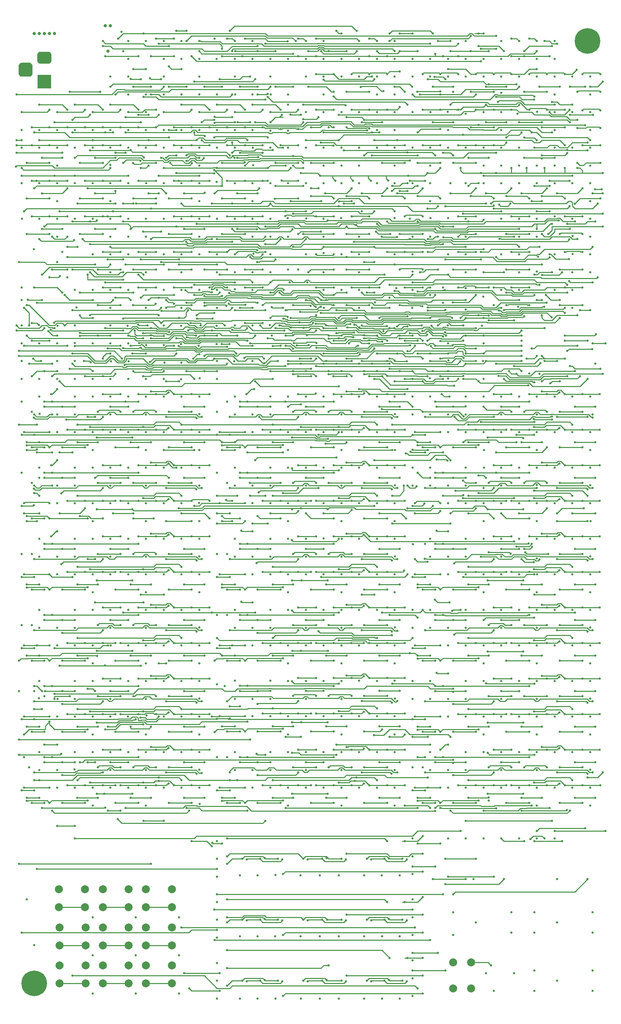
<source format=gbr>
G04 #@! TF.GenerationSoftware,KiCad,Pcbnew,(5.1.5)-3*
G04 #@! TF.CreationDate,2020-07-05T11:54:57+02:00*
G04 #@! TF.ProjectId,FetsAndCrosses,46657473-416e-4644-9372-6f737365732e,rev?*
G04 #@! TF.SameCoordinates,Original*
G04 #@! TF.FileFunction,Copper,L4,Bot*
G04 #@! TF.FilePolarity,Positive*
%FSLAX46Y46*%
G04 Gerber Fmt 4.6, Leading zero omitted, Abs format (unit mm)*
G04 Created by KiCad (PCBNEW (5.1.5)-3) date 2020-07-05 11:54:57*
%MOMM*%
%LPD*%
G04 APERTURE LIST*
%ADD10R,3.500000X3.500000*%
%ADD11C,0.100000*%
%ADD12C,2.000000*%
%ADD13C,6.400000*%
%ADD14C,0.800000*%
%ADD15C,0.550000*%
%ADD16C,0.250000*%
G04 APERTURE END LIST*
D10*
X25400000Y-32385000D03*
G04 #@! TA.AperFunction,ComponentPad*
D11*
G36*
X26473513Y-24888611D02*
G01*
X26546318Y-24899411D01*
X26617714Y-24917295D01*
X26687013Y-24942090D01*
X26753548Y-24973559D01*
X26816678Y-25011398D01*
X26875795Y-25055242D01*
X26930330Y-25104670D01*
X26979758Y-25159205D01*
X27023602Y-25218322D01*
X27061441Y-25281452D01*
X27092910Y-25347987D01*
X27117705Y-25417286D01*
X27135589Y-25488682D01*
X27146389Y-25561487D01*
X27150000Y-25635000D01*
X27150000Y-27135000D01*
X27146389Y-27208513D01*
X27135589Y-27281318D01*
X27117705Y-27352714D01*
X27092910Y-27422013D01*
X27061441Y-27488548D01*
X27023602Y-27551678D01*
X26979758Y-27610795D01*
X26930330Y-27665330D01*
X26875795Y-27714758D01*
X26816678Y-27758602D01*
X26753548Y-27796441D01*
X26687013Y-27827910D01*
X26617714Y-27852705D01*
X26546318Y-27870589D01*
X26473513Y-27881389D01*
X26400000Y-27885000D01*
X24400000Y-27885000D01*
X24326487Y-27881389D01*
X24253682Y-27870589D01*
X24182286Y-27852705D01*
X24112987Y-27827910D01*
X24046452Y-27796441D01*
X23983322Y-27758602D01*
X23924205Y-27714758D01*
X23869670Y-27665330D01*
X23820242Y-27610795D01*
X23776398Y-27551678D01*
X23738559Y-27488548D01*
X23707090Y-27422013D01*
X23682295Y-27352714D01*
X23664411Y-27281318D01*
X23653611Y-27208513D01*
X23650000Y-27135000D01*
X23650000Y-25635000D01*
X23653611Y-25561487D01*
X23664411Y-25488682D01*
X23682295Y-25417286D01*
X23707090Y-25347987D01*
X23738559Y-25281452D01*
X23776398Y-25218322D01*
X23820242Y-25159205D01*
X23869670Y-25104670D01*
X23924205Y-25055242D01*
X23983322Y-25011398D01*
X24046452Y-24973559D01*
X24112987Y-24942090D01*
X24182286Y-24917295D01*
X24253682Y-24899411D01*
X24326487Y-24888611D01*
X24400000Y-24885000D01*
X26400000Y-24885000D01*
X26473513Y-24888611D01*
G37*
G04 #@! TD.AperFunction*
G04 #@! TA.AperFunction,ComponentPad*
G36*
X21660765Y-27639213D02*
G01*
X21745704Y-27651813D01*
X21828999Y-27672677D01*
X21909848Y-27701605D01*
X21987472Y-27738319D01*
X22061124Y-27782464D01*
X22130094Y-27833616D01*
X22193718Y-27891282D01*
X22251384Y-27954906D01*
X22302536Y-28023876D01*
X22346681Y-28097528D01*
X22383395Y-28175152D01*
X22412323Y-28256001D01*
X22433187Y-28339296D01*
X22445787Y-28424235D01*
X22450000Y-28510000D01*
X22450000Y-30260000D01*
X22445787Y-30345765D01*
X22433187Y-30430704D01*
X22412323Y-30513999D01*
X22383395Y-30594848D01*
X22346681Y-30672472D01*
X22302536Y-30746124D01*
X22251384Y-30815094D01*
X22193718Y-30878718D01*
X22130094Y-30936384D01*
X22061124Y-30987536D01*
X21987472Y-31031681D01*
X21909848Y-31068395D01*
X21828999Y-31097323D01*
X21745704Y-31118187D01*
X21660765Y-31130787D01*
X21575000Y-31135000D01*
X19825000Y-31135000D01*
X19739235Y-31130787D01*
X19654296Y-31118187D01*
X19571001Y-31097323D01*
X19490152Y-31068395D01*
X19412528Y-31031681D01*
X19338876Y-30987536D01*
X19269906Y-30936384D01*
X19206282Y-30878718D01*
X19148616Y-30815094D01*
X19097464Y-30746124D01*
X19053319Y-30672472D01*
X19016605Y-30594848D01*
X18987677Y-30513999D01*
X18966813Y-30430704D01*
X18954213Y-30345765D01*
X18950000Y-30260000D01*
X18950000Y-28510000D01*
X18954213Y-28424235D01*
X18966813Y-28339296D01*
X18987677Y-28256001D01*
X19016605Y-28175152D01*
X19053319Y-28097528D01*
X19097464Y-28023876D01*
X19148616Y-27954906D01*
X19206282Y-27891282D01*
X19269906Y-27833616D01*
X19338876Y-27782464D01*
X19412528Y-27738319D01*
X19490152Y-27701605D01*
X19571001Y-27672677D01*
X19654296Y-27651813D01*
X19739235Y-27639213D01*
X19825000Y-27635000D01*
X21575000Y-27635000D01*
X21660765Y-27639213D01*
G37*
G04 #@! TD.AperFunction*
D12*
X132135000Y-259080000D03*
X127635000Y-259080000D03*
X132135000Y-252580000D03*
X127635000Y-252580000D03*
X50800000Y-257865000D03*
X50800000Y-253365000D03*
X57300000Y-257865000D03*
X57300000Y-253365000D03*
X50800000Y-248340000D03*
X50800000Y-243840000D03*
X57300000Y-248340000D03*
X57300000Y-243840000D03*
X50800000Y-238815000D03*
X50800000Y-234315000D03*
X57300000Y-238815000D03*
X57300000Y-234315000D03*
X40005000Y-257865000D03*
X40005000Y-253365000D03*
X46505000Y-257865000D03*
X46505000Y-253365000D03*
X40005000Y-248340000D03*
X40005000Y-243840000D03*
X46505000Y-248340000D03*
X46505000Y-243840000D03*
X40005000Y-238815000D03*
X40005000Y-234315000D03*
X46505000Y-238815000D03*
X46505000Y-234315000D03*
X29210000Y-257865000D03*
X29210000Y-253365000D03*
X35710000Y-257865000D03*
X35710000Y-253365000D03*
X29210000Y-248340000D03*
X29210000Y-243840000D03*
X35710000Y-248340000D03*
X35710000Y-243840000D03*
X29060000Y-238815000D03*
X29060000Y-234315000D03*
X35560000Y-238815000D03*
X35560000Y-234315000D03*
D13*
X161290000Y-22225000D03*
D14*
X163690000Y-22225000D03*
X162987056Y-23922056D03*
X161290000Y-24625000D03*
X159592944Y-23922056D03*
X158890000Y-22225000D03*
X159592944Y-20527944D03*
X161290000Y-19825000D03*
X162987056Y-20527944D03*
D13*
X22860000Y-257810000D03*
D14*
X25260000Y-257810000D03*
X24557056Y-259507056D03*
X22860000Y-260210000D03*
X21162944Y-259507056D03*
X20460000Y-257810000D03*
X21162944Y-256112944D03*
X22860000Y-255410000D03*
X24557056Y-256112944D03*
D15*
X153035000Y-26670000D03*
X148590000Y-26670000D03*
X144145000Y-26670000D03*
X139700000Y-26670000D03*
X135255000Y-26670000D03*
X130810000Y-26670000D03*
X126365000Y-26670000D03*
X121920000Y-26670000D03*
X117475000Y-26670000D03*
X113030000Y-26670000D03*
X108585000Y-26670000D03*
X104140000Y-26670000D03*
X99695000Y-26670000D03*
X95250000Y-26670000D03*
X90805000Y-26670000D03*
X86360000Y-26670000D03*
X81915000Y-26670000D03*
X77470000Y-26670000D03*
X73025000Y-26670000D03*
X64135000Y-26670000D03*
X59690000Y-26670000D03*
X55245000Y-26670000D03*
X46355000Y-26670000D03*
X45085000Y-24765000D03*
D14*
X40640000Y-18415000D03*
X41910000Y-18415000D03*
D15*
X46355000Y-35560000D03*
X50800000Y-35560000D03*
X55245000Y-35560000D03*
X59690000Y-35560000D03*
X64135000Y-35560000D03*
X68580000Y-35560000D03*
X77470000Y-35560000D03*
X86360000Y-35560000D03*
X95250000Y-35560000D03*
X108585000Y-35560000D03*
X113030000Y-35560000D03*
X153035000Y-35560000D03*
X161925000Y-35560000D03*
X86360000Y-38100000D03*
X108585000Y-44450000D03*
X113030000Y-44450000D03*
X126365000Y-44450000D03*
X139700000Y-44450000D03*
X153035000Y-44450000D03*
X161925000Y-44450000D03*
X28575000Y-53340000D03*
X64135000Y-53340000D03*
X95250000Y-53340000D03*
X99695000Y-53340000D03*
X104140000Y-53340000D03*
X113030000Y-53340000D03*
X121920000Y-53340000D03*
X135255000Y-53340000D03*
X139700000Y-53340000D03*
X144145000Y-53340000D03*
X153035000Y-53340000D03*
X161925000Y-53340000D03*
X28575000Y-62230000D03*
X41910000Y-62230000D03*
X64135000Y-62230000D03*
X77470000Y-62230000D03*
X121920000Y-62230000D03*
X161925000Y-62230000D03*
X144145000Y-71120000D03*
X148590000Y-71120000D03*
X161925000Y-71120000D03*
X121920000Y-71120000D03*
X117475000Y-71120000D03*
X104140000Y-71120000D03*
X95250000Y-71120000D03*
X86360000Y-71120000D03*
X81915000Y-71120000D03*
X77470000Y-71120000D03*
X64135000Y-71120000D03*
X50800000Y-71120000D03*
X46355000Y-71120000D03*
X41910000Y-71120000D03*
X28575000Y-71120000D03*
X41910000Y-80010000D03*
X50800000Y-80010000D03*
X59690000Y-80010000D03*
X68580000Y-80010000D03*
X81915000Y-80010000D03*
X95250000Y-80010000D03*
X104140000Y-80010000D03*
X130810000Y-80010000D03*
X144145000Y-80010000D03*
X157480000Y-80010000D03*
X161925000Y-80010000D03*
X125095000Y-87630000D03*
X111760000Y-86360000D03*
X19685000Y-86995000D03*
X19685000Y-83820000D03*
X41910000Y-88900000D03*
X50800000Y-88900000D03*
X59690000Y-88900000D03*
X68580000Y-88900000D03*
X104140000Y-88900000D03*
X137795000Y-88265000D03*
X157480000Y-88900000D03*
X19685000Y-97790000D03*
X28575000Y-97790000D03*
X37465000Y-97790000D03*
X41910000Y-97790000D03*
X46355000Y-97790000D03*
X126365000Y-97790000D03*
X135255000Y-97790000D03*
X19685000Y-106680000D03*
X24130000Y-106680000D03*
X28575000Y-106680000D03*
X33020000Y-106680000D03*
X37465000Y-106680000D03*
X41910000Y-106680000D03*
X46355000Y-106680000D03*
X50800000Y-106680000D03*
X55245000Y-106680000D03*
X68580000Y-106680000D03*
X135255000Y-106680000D03*
X71120000Y-112395000D03*
X22225000Y-114935000D03*
X117475000Y-115570000D03*
X121920000Y-115570000D03*
X126365000Y-115570000D03*
X162560000Y-115570000D03*
X148590000Y-115570000D03*
X37465000Y-124460000D03*
X50800000Y-124460000D03*
X64135000Y-124460000D03*
X86360000Y-124460000D03*
X99695000Y-124460000D03*
X71120000Y-132715000D03*
X88900000Y-79375000D03*
X28575000Y-115570000D03*
X33020000Y-115570000D03*
X41910000Y-115570000D03*
X50800000Y-115570000D03*
X73025000Y-115570000D03*
X77470000Y-115570000D03*
X81915000Y-115570000D03*
X90805000Y-115570000D03*
X99695000Y-115570000D03*
X139700000Y-133350000D03*
X130810000Y-133350000D03*
X126365000Y-133350000D03*
X121920000Y-133350000D03*
X117475000Y-133350000D03*
X161925000Y-124460000D03*
X148590000Y-124460000D03*
X135255000Y-142240000D03*
X148590000Y-142240000D03*
X139700000Y-151130000D03*
X130810000Y-151130000D03*
X126365000Y-151130000D03*
X121920000Y-151130000D03*
X120650000Y-147955000D03*
X163195000Y-102870000D03*
X144780000Y-97155000D03*
X149225000Y-105410000D03*
X148590000Y-204470000D03*
X139700000Y-204470000D03*
X24130000Y-151130000D03*
X22860000Y-184785000D03*
X33020000Y-186690000D03*
X41910000Y-186690000D03*
X50800000Y-186690000D03*
X73025000Y-186690000D03*
X77470000Y-186690000D03*
X81915000Y-186690000D03*
X90805000Y-186690000D03*
X99695000Y-186690000D03*
X86360000Y-142240000D03*
X44661728Y-19894732D03*
X90805000Y-133350000D03*
X81915000Y-133350000D03*
X77470000Y-133350000D03*
X73025000Y-133350000D03*
X64135000Y-133350000D03*
X50800000Y-133350000D03*
X41910000Y-133350000D03*
X33020000Y-133350000D03*
X28575000Y-133350000D03*
X22225000Y-132715000D03*
X71120000Y-165735000D03*
X120015000Y-203835000D03*
X71120000Y-201295000D03*
X161925000Y-213360000D03*
X148590000Y-213360000D03*
X113030000Y-213360000D03*
X99695000Y-213360000D03*
X86360000Y-213360000D03*
X50800000Y-213360000D03*
X37465000Y-213360000D03*
X21590000Y-203835000D03*
X24130000Y-204470000D03*
X28575000Y-204470000D03*
X41910000Y-204470000D03*
X50800000Y-204470000D03*
X77470000Y-204470000D03*
X73025000Y-204470000D03*
X81915000Y-204470000D03*
X90805000Y-204470000D03*
X99695000Y-204470000D03*
X113030000Y-204470000D03*
X121920000Y-204470000D03*
X126365000Y-204470000D03*
X130810000Y-204470000D03*
X161925000Y-195580000D03*
X148590000Y-195580000D03*
X135255000Y-195580000D03*
X113030000Y-195580000D03*
X99695000Y-195580000D03*
X86360000Y-195580000D03*
X64135000Y-195580000D03*
X50800000Y-195580000D03*
X37465000Y-195580000D03*
X117475000Y-186690000D03*
X121920000Y-186690000D03*
X126365000Y-186690000D03*
X130810000Y-186690000D03*
X139700000Y-186690000D03*
X148590000Y-186690000D03*
X161925000Y-177800000D03*
X148590000Y-177800000D03*
X135255000Y-177800000D03*
X113030000Y-177800000D03*
X99695000Y-177800000D03*
X86360000Y-177800000D03*
X64135000Y-177800000D03*
X50800000Y-177800000D03*
X37465000Y-177800000D03*
X29845000Y-74930000D03*
X50800000Y-142240000D03*
X37465000Y-142240000D03*
X28575000Y-151130000D03*
X33020000Y-151130000D03*
X41910000Y-151130000D03*
X22225000Y-150495000D03*
X64135000Y-142240000D03*
X73025000Y-151130000D03*
X77470000Y-151130000D03*
X81915000Y-151130000D03*
X99695000Y-151130000D03*
X99695000Y-142240000D03*
X113030000Y-142240000D03*
X99695000Y-133350000D03*
X135255000Y-160020000D03*
X148590000Y-160020000D03*
X139700000Y-168910000D03*
X148590000Y-168910000D03*
X130810000Y-168910000D03*
X126365000Y-168910000D03*
X121920000Y-168910000D03*
X117475000Y-168910000D03*
X113030000Y-160020000D03*
X99695000Y-168910000D03*
X90805000Y-168910000D03*
X81915000Y-168910000D03*
X77470000Y-168910000D03*
X73025000Y-168910000D03*
X50800000Y-168910000D03*
X41910000Y-168910000D03*
X33020000Y-168910000D03*
X28575000Y-168910000D03*
X24130000Y-168910000D03*
X37465000Y-160020000D03*
X20955000Y-236855000D03*
X37465000Y-241300000D03*
X37465000Y-250825000D03*
X48260000Y-241300000D03*
X48260000Y-250825000D03*
X59055000Y-250825000D03*
X59055000Y-241300000D03*
X68580000Y-246380000D03*
X68580000Y-241935000D03*
X68580000Y-237490000D03*
X68580000Y-252730000D03*
X68580000Y-257175000D03*
X68580000Y-261620000D03*
X59055000Y-260350000D03*
X48260000Y-260350000D03*
X37465000Y-260350000D03*
X68580000Y-222250000D03*
X68580000Y-226695000D03*
X68580000Y-231140000D03*
X126365000Y-221615000D03*
X130810000Y-221615000D03*
X135255000Y-221615000D03*
X144145000Y-221615000D03*
X148590000Y-221615000D03*
X153035000Y-221615000D03*
X147955000Y-240030000D03*
X127635000Y-240030000D03*
X147955000Y-254635000D03*
X135890000Y-255270000D03*
X137795000Y-259715000D03*
X162560000Y-254635000D03*
X162560000Y-259715000D03*
X117475000Y-245745000D03*
X117475000Y-241300000D03*
X117475000Y-236855000D03*
X117475000Y-230505000D03*
X117475000Y-226060000D03*
X117475000Y-221615000D03*
X117475000Y-252095000D03*
X117475000Y-256540000D03*
X117475000Y-260985000D03*
X22225000Y-168275000D03*
X50800000Y-160020000D03*
X64135000Y-160020000D03*
X99695000Y-160020000D03*
X86360000Y-160020000D03*
X71120000Y-150495000D03*
X161925000Y-160020000D03*
X50800000Y-151130000D03*
X135090722Y-102185735D03*
X73140013Y-35560000D03*
X134830728Y-93379990D03*
X64181254Y-204425418D03*
X64181256Y-186645417D03*
X64178025Y-168867125D03*
X64178024Y-151087126D03*
X64273650Y-212944979D03*
X135350009Y-124440419D03*
X41910000Y-53224987D03*
X126365000Y-106645010D03*
X161971254Y-204425418D03*
X161971254Y-186645418D03*
X161971256Y-168865417D03*
X161971256Y-151085417D03*
X161971254Y-133305418D03*
X32935267Y-204350437D03*
X70485000Y-183515000D03*
X90830020Y-151127766D03*
X68495267Y-26704990D03*
X50800000Y-40005000D03*
X113145013Y-124460000D03*
X28690013Y-186690000D03*
X24038504Y-186567953D03*
X162560000Y-245110000D03*
X162560000Y-240030000D03*
X142240000Y-240030000D03*
X142240000Y-245110000D03*
X139700000Y-115570000D03*
X113089587Y-186636133D03*
X113076254Y-168865418D03*
X113076256Y-151085417D03*
X113076254Y-133305418D03*
X113073024Y-115527126D03*
X148590000Y-133234987D03*
X33449778Y-88867530D03*
X24130000Y-131445000D03*
X24236772Y-115463228D03*
X162040013Y-142240000D03*
X130812110Y-115567890D03*
X64180418Y-115524582D03*
X59583228Y-106786772D03*
X148590000Y-53340000D03*
X82030013Y-35560000D03*
X64241772Y-106573228D03*
X126464672Y-102015021D03*
X157586772Y-71013228D03*
X146685000Y-105344942D03*
X148555010Y-79903228D03*
X77597398Y-53305010D03*
X117475000Y-79894987D03*
X143911946Y-88680021D03*
X130810000Y-89315021D03*
X95315315Y-88922293D03*
X139695864Y-35144979D03*
X130810000Y-71165041D03*
X117469602Y-88945043D03*
X68511497Y-98020032D03*
X59594894Y-98020032D03*
X55251838Y-98205020D03*
X50873346Y-98205020D03*
X33020000Y-97755010D03*
X77744164Y-75372616D03*
X127635000Y-34925000D03*
X96520000Y-43815000D03*
X136525000Y-212090000D03*
X63985721Y-98445090D03*
X82296000Y-95885000D03*
X126285033Y-93353401D03*
X24130000Y-97790000D03*
X148590000Y-151545021D03*
X37465000Y-173355000D03*
X33020000Y-173355000D03*
X28575000Y-173355000D03*
X50800000Y-173355000D03*
X46355000Y-173355000D03*
X64135000Y-173355000D03*
X59690000Y-173355000D03*
X55245000Y-173355000D03*
X64135000Y-164465000D03*
X55245000Y-164465000D03*
X33020000Y-164465000D03*
X24130000Y-164465000D03*
X86360000Y-173355000D03*
X81915000Y-173355000D03*
X77470000Y-173355000D03*
X99695000Y-173355000D03*
X95250000Y-173355000D03*
X90805000Y-173355000D03*
X113030000Y-173355000D03*
X108585000Y-173355000D03*
X104140000Y-173355000D03*
X113030000Y-164465000D03*
X104140000Y-164465000D03*
X81915000Y-164465000D03*
X73025000Y-164465000D03*
X135255000Y-173355000D03*
X130810000Y-173355000D03*
X126365000Y-173355000D03*
X148590000Y-173355000D03*
X144145000Y-173355000D03*
X139700000Y-173355000D03*
X161925000Y-173355000D03*
X157480000Y-173355000D03*
X153035000Y-173355000D03*
X161925000Y-164465000D03*
X153035000Y-164465000D03*
X130810000Y-164465000D03*
X121920000Y-164465000D03*
X37465000Y-191135000D03*
X33020000Y-191135000D03*
X28575000Y-191135000D03*
X41910000Y-191135000D03*
X64135000Y-191135000D03*
X59690000Y-191135000D03*
X55245000Y-191135000D03*
X64135000Y-182245000D03*
X55245000Y-182245000D03*
X33020000Y-182245000D03*
X24130000Y-182245000D03*
X86360000Y-191010000D03*
X81915000Y-191010000D03*
X77470000Y-191010000D03*
X99695000Y-191010000D03*
X95250000Y-191010000D03*
X90805000Y-191010000D03*
X113030000Y-191010000D03*
X108585000Y-191010000D03*
X104140000Y-191010000D03*
X113030000Y-182120000D03*
X104140000Y-182120000D03*
X81915000Y-182120000D03*
X73025000Y-182120000D03*
X135255000Y-191135000D03*
X130810000Y-191135000D03*
X126365000Y-191135000D03*
X148590000Y-191135000D03*
X144145000Y-191135000D03*
X139700000Y-191135000D03*
X161925000Y-191135000D03*
X157480000Y-191135000D03*
X153035000Y-191135000D03*
X161925000Y-182245000D03*
X153035000Y-182245000D03*
X130810000Y-182245000D03*
X121920000Y-182245000D03*
X37465000Y-208915000D03*
X33020000Y-208915000D03*
X28575000Y-208915000D03*
X50800000Y-208915000D03*
X46355000Y-208915000D03*
X41910000Y-208915000D03*
X64135000Y-208915000D03*
X59690000Y-208915000D03*
X55245000Y-208915000D03*
X64135000Y-200025000D03*
X55245000Y-200025000D03*
X33020000Y-200025000D03*
X24130000Y-200025000D03*
X86360000Y-208915000D03*
X81915000Y-208915000D03*
X77470000Y-208915000D03*
X99695000Y-208915000D03*
X95250000Y-208915000D03*
X90805000Y-208915000D03*
X113030000Y-208915000D03*
X108585000Y-208915000D03*
X104140000Y-208915000D03*
X113030000Y-200025000D03*
X104140000Y-200025000D03*
X81915000Y-200025000D03*
X73025000Y-200025000D03*
X135255000Y-208915000D03*
X130810000Y-208915000D03*
X126365000Y-208915000D03*
X148590000Y-208915000D03*
X144145000Y-208915000D03*
X139700000Y-208915000D03*
X161925000Y-208915000D03*
X157480000Y-208915000D03*
X153035000Y-208915000D03*
X161925000Y-200025000D03*
X153035000Y-200025000D03*
X130810000Y-200025000D03*
X121920000Y-200025000D03*
X37465000Y-120015000D03*
X33020000Y-120015000D03*
X28575000Y-120015000D03*
X50800000Y-120015000D03*
X46355000Y-120015000D03*
X41910000Y-120015000D03*
X64135000Y-120015000D03*
X59690000Y-120015000D03*
X55245000Y-120015000D03*
X64135000Y-111125000D03*
X59690000Y-111125000D03*
X55245000Y-111125000D03*
X33020000Y-111125000D03*
X24130000Y-111125000D03*
X86360000Y-120015000D03*
X81915000Y-120015000D03*
X77470000Y-120015000D03*
X95250000Y-120015000D03*
X90805000Y-120015000D03*
X113030000Y-120015000D03*
X108585000Y-120015000D03*
X104140000Y-120015000D03*
X113030000Y-111125000D03*
X108585000Y-111125000D03*
X104140000Y-111125000D03*
X81915000Y-111125000D03*
X73025000Y-111125000D03*
X135255000Y-120015000D03*
X130810000Y-120015000D03*
X126365000Y-120015000D03*
X148590000Y-120015000D03*
X144145000Y-120015000D03*
X139700000Y-120015000D03*
X161925000Y-120015000D03*
X157480000Y-120015000D03*
X153035000Y-120015000D03*
X161925000Y-111125000D03*
X157480000Y-111125000D03*
X130810000Y-111125000D03*
X121920000Y-111125000D03*
X37465000Y-137795000D03*
X33020000Y-137795000D03*
X28575000Y-137795000D03*
X50800000Y-137795000D03*
X46355000Y-137795000D03*
X41910000Y-137795000D03*
X55245000Y-137795000D03*
X64135000Y-128905000D03*
X59690000Y-128905000D03*
X55245000Y-128905000D03*
X33020000Y-128905000D03*
X24130000Y-128905000D03*
X86360000Y-137795000D03*
X81915000Y-137795000D03*
X77470000Y-137795000D03*
X99695000Y-137795000D03*
X95250000Y-137795000D03*
X90805000Y-137795000D03*
X113030000Y-137795000D03*
X108585000Y-137795000D03*
X104140000Y-137795000D03*
X113030000Y-128905000D03*
X104140000Y-128905000D03*
X81915000Y-128905000D03*
X73025000Y-128905000D03*
X135255000Y-137795000D03*
X130810000Y-137795000D03*
X148590000Y-137795000D03*
X144145000Y-137795000D03*
X139700000Y-137795000D03*
X161925000Y-137795000D03*
X157480000Y-137795000D03*
X153035000Y-137795000D03*
X161925000Y-128905000D03*
X157480000Y-128905000D03*
X153035000Y-128905000D03*
X130810000Y-128905000D03*
X121920000Y-128905000D03*
X37465000Y-155575000D03*
X33020000Y-155575000D03*
X28575000Y-155575000D03*
X50800000Y-155575000D03*
X46355000Y-155575000D03*
X41910000Y-155575000D03*
X64135000Y-155575000D03*
X59690000Y-155575000D03*
X55245000Y-155575000D03*
X64135000Y-146685000D03*
X55245000Y-146685000D03*
X33020000Y-146685000D03*
X24130000Y-146685000D03*
X86360000Y-155575000D03*
X81915000Y-155575000D03*
X77470000Y-155575000D03*
X99695000Y-155575000D03*
X95250000Y-155575000D03*
X90805000Y-155575000D03*
X113030000Y-155575000D03*
X108585000Y-155575000D03*
X104140000Y-155575000D03*
X113030000Y-146685000D03*
X104140000Y-146685000D03*
X81915000Y-146685000D03*
X73025000Y-146685000D03*
X135255000Y-155575000D03*
X130810000Y-155575000D03*
X126365000Y-155575000D03*
X144145000Y-155575000D03*
X139700000Y-155575000D03*
X161925000Y-155575000D03*
X157480000Y-155575000D03*
X153035000Y-155575000D03*
X161925000Y-146685000D03*
X153035000Y-146685000D03*
X121920000Y-146685000D03*
X153035000Y-40005000D03*
X135255000Y-40005000D03*
X127000000Y-57785000D03*
X46355000Y-22225000D03*
X50800000Y-22225000D03*
X55245000Y-22225000D03*
X59690000Y-22225000D03*
X77470000Y-22225000D03*
X113030000Y-22225000D03*
X130810000Y-22225000D03*
X139700000Y-22225000D03*
X153035000Y-22225000D03*
D14*
X27940000Y-20320000D03*
X26670000Y-20320000D03*
X25400000Y-20320000D03*
X24130000Y-20320000D03*
X22860000Y-20320000D03*
X41275000Y-24765000D03*
D15*
X161925000Y-31115000D03*
X157480000Y-31115000D03*
X153035000Y-31115000D03*
X148590000Y-31115000D03*
X144145000Y-31115000D03*
X139700000Y-31115000D03*
X135255000Y-31115000D03*
X130810000Y-31115000D03*
X126365000Y-31115000D03*
X121920000Y-31115000D03*
X117475000Y-31115000D03*
X113030000Y-31115000D03*
X108585000Y-31115000D03*
X104140000Y-31115000D03*
X99695000Y-31115000D03*
X90805000Y-31115000D03*
X81915000Y-31115000D03*
X73025000Y-31115000D03*
X64135000Y-31115000D03*
X55245000Y-31115000D03*
X46355000Y-31115000D03*
X41910000Y-31115000D03*
X161925000Y-40005000D03*
X157480000Y-40005000D03*
X139700000Y-40005000D03*
X117475000Y-40005000D03*
X113030000Y-40005000D03*
X108585000Y-40005000D03*
X104140000Y-40005000D03*
X99695000Y-40005000D03*
X95250000Y-40005000D03*
X90805000Y-40005000D03*
X19685000Y-44450000D03*
X24130000Y-44450000D03*
X28575000Y-44450000D03*
X33020000Y-44450000D03*
X37465000Y-44450000D03*
X41910000Y-44450000D03*
X46355000Y-44450000D03*
X50800000Y-44450000D03*
X68580000Y-44450000D03*
X73025000Y-44450000D03*
X77470000Y-44450000D03*
X161925000Y-48895000D03*
X157480000Y-48895000D03*
X153035000Y-48895000D03*
X144145000Y-48895000D03*
X139700000Y-48895000D03*
X135255000Y-48895000D03*
X130810000Y-48895000D03*
X126365000Y-48895000D03*
X121920000Y-48895000D03*
X117475000Y-48895000D03*
X113030000Y-48895000D03*
X108585000Y-48895000D03*
X104140000Y-48895000D03*
X99695000Y-48895000D03*
X95250000Y-48895000D03*
X90805000Y-48895000D03*
X86360000Y-48895000D03*
X81915000Y-48895000D03*
X73025000Y-48895000D03*
X68580000Y-48895000D03*
X64135000Y-48895000D03*
X59690000Y-48895000D03*
X55245000Y-48895000D03*
X50800000Y-48895000D03*
X46355000Y-48895000D03*
X41910000Y-48895000D03*
X37465000Y-48895000D03*
X33020000Y-48895000D03*
X28575000Y-48895000D03*
X24130000Y-48895000D03*
X19685000Y-48895000D03*
X161925000Y-57785000D03*
X157480000Y-57785000D03*
X153035000Y-57785000D03*
X148590000Y-57785000D03*
X144145000Y-57785000D03*
X139700000Y-57785000D03*
X135255000Y-57785000D03*
X130810000Y-57785000D03*
X121920000Y-57785000D03*
X117475000Y-57785000D03*
X113030000Y-57785000D03*
X108585000Y-57785000D03*
X104140000Y-57785000D03*
X99695000Y-57785000D03*
X95250000Y-57785000D03*
X90805000Y-57785000D03*
X86360000Y-57785000D03*
X81915000Y-57785000D03*
X77470000Y-57785000D03*
X73025000Y-57785000D03*
X64135000Y-57785000D03*
X59690000Y-57785000D03*
X55245000Y-57785000D03*
X46355000Y-57785000D03*
X41910000Y-57785000D03*
X37465000Y-57785000D03*
X33020000Y-57785000D03*
X28575000Y-57785000D03*
X24130000Y-57785000D03*
X19685000Y-57785000D03*
X161925000Y-66675000D03*
X157480000Y-66675000D03*
X148590000Y-66675000D03*
X144145000Y-66675000D03*
X139700000Y-66675000D03*
X161925000Y-75565000D03*
X153035000Y-75565000D03*
X144145000Y-75565000D03*
X139700000Y-75565000D03*
X130810000Y-75565000D03*
X126365000Y-75565000D03*
X117475000Y-75565000D03*
X113030000Y-75565000D03*
X104140000Y-75565000D03*
X99695000Y-75565000D03*
X90805000Y-75565000D03*
X81915000Y-75565000D03*
X68580000Y-75565000D03*
X64135000Y-75565000D03*
X59690000Y-75565000D03*
X55245000Y-75565000D03*
X50800000Y-75565000D03*
X46355000Y-75565000D03*
X41910000Y-75565000D03*
X37465000Y-75565000D03*
X73025000Y-80010000D03*
X77470000Y-80010000D03*
X86360000Y-79375000D03*
X157480000Y-84455000D03*
X153035000Y-84455000D03*
X144145000Y-84455000D03*
X139700000Y-84455000D03*
X121920000Y-85725000D03*
X117475000Y-84455000D03*
X104140000Y-84455000D03*
X99695000Y-84455000D03*
X95250000Y-84455000D03*
X68580000Y-84455000D03*
X64135000Y-84455000D03*
X59690000Y-84455000D03*
X55245000Y-84455000D03*
X50800000Y-84455000D03*
X46355000Y-84455000D03*
X41910000Y-84455000D03*
X37465000Y-84455000D03*
X33020000Y-84455000D03*
X77470000Y-93345000D03*
X55245000Y-93345000D03*
X41910000Y-93345000D03*
X33020000Y-93345000D03*
X19685000Y-93345000D03*
X77470000Y-102235000D03*
X68580000Y-102235000D03*
X33020000Y-102235000D03*
X28575000Y-102235000D03*
X19685000Y-102235000D03*
X153035000Y-111125000D03*
X117475000Y-111125000D03*
X68580000Y-114935000D03*
X50800000Y-111125000D03*
X19685000Y-112395000D03*
X19685000Y-130175000D03*
X68580000Y-130175000D03*
X144145000Y-146685000D03*
X148590000Y-146685000D03*
X157480000Y-146685000D03*
X139700000Y-146685000D03*
X135255000Y-146685000D03*
X130810000Y-146685000D03*
X90805000Y-146685000D03*
X86360000Y-146685000D03*
X46355000Y-111125000D03*
X41910000Y-111125000D03*
X37465000Y-111125000D03*
X37465000Y-128905000D03*
X41910000Y-128905000D03*
X46355000Y-128905000D03*
X50800000Y-128905000D03*
X86360000Y-128905000D03*
X99695000Y-128905000D03*
X95250000Y-128905000D03*
X90805000Y-128905000D03*
X108585000Y-128905000D03*
X117475000Y-128905000D03*
X139700000Y-128905000D03*
X144145000Y-128905000D03*
X148590000Y-128905000D03*
X99695000Y-111125000D03*
X95250000Y-111125000D03*
X90805000Y-111125000D03*
X86360000Y-111125000D03*
X95250000Y-164465000D03*
X90805000Y-164465000D03*
X86360000Y-164465000D03*
X139700000Y-111125000D03*
X135255000Y-111125000D03*
X144145000Y-111125000D03*
X148590000Y-111125000D03*
X50800000Y-146685000D03*
X46355000Y-146685000D03*
X41910000Y-146685000D03*
X37465000Y-146685000D03*
X19685000Y-150495000D03*
X37465000Y-164465000D03*
X41910000Y-164465000D03*
X46355000Y-164465000D03*
X50800000Y-164465000D03*
X59690000Y-164465000D03*
X117475000Y-164465000D03*
X135255000Y-164465000D03*
X139700000Y-164465000D03*
X144145000Y-164465000D03*
X148590000Y-164465000D03*
X157480000Y-164465000D03*
X157480000Y-182245000D03*
X148590000Y-182245000D03*
X144145000Y-182245000D03*
X139700000Y-182245000D03*
X135255000Y-182245000D03*
X117475000Y-182245000D03*
X108585000Y-182245000D03*
X99695000Y-182245000D03*
X95250000Y-182245000D03*
X90805000Y-182245000D03*
X86360000Y-182245000D03*
X59690000Y-182245000D03*
X50800000Y-182245000D03*
X46355000Y-182245000D03*
X41910000Y-182245000D03*
X37465000Y-182245000D03*
X19050000Y-184785000D03*
X59690000Y-137795000D03*
X59690000Y-146685000D03*
X68580000Y-165735000D03*
X108585000Y-164465000D03*
X148590000Y-200025000D03*
X144145000Y-200025000D03*
X139700000Y-200025000D03*
X135255000Y-200025000D03*
X117475000Y-203835000D03*
X108585000Y-200025000D03*
X99695000Y-200025000D03*
X95250000Y-200025000D03*
X90805000Y-200025000D03*
X86360000Y-200025000D03*
X68580000Y-201295000D03*
X50800000Y-200025000D03*
X46355000Y-200025000D03*
X41910000Y-200025000D03*
X37465000Y-200025000D03*
X157480000Y-200025000D03*
X24130000Y-66675000D03*
X28575000Y-66675000D03*
X33020000Y-66675000D03*
X37465000Y-66675000D03*
X41910000Y-66675000D03*
X46355000Y-66675000D03*
X50800000Y-66675000D03*
X55245000Y-66675000D03*
X59690000Y-66675000D03*
X64135000Y-66675000D03*
X68580000Y-66675000D03*
X73025000Y-66675000D03*
X77470000Y-66675000D03*
X81915000Y-66675000D03*
X95250000Y-66675000D03*
X130810000Y-66675000D03*
X64135000Y-44450000D03*
X59690000Y-44450000D03*
X55245000Y-44450000D03*
X19685000Y-168275000D03*
X68580000Y-150495000D03*
X132715000Y-231775000D03*
X153670000Y-231775000D03*
X28575000Y-77470000D03*
X89535000Y-261620000D03*
X94297500Y-261620000D03*
X99060000Y-261620000D03*
X83185000Y-261620000D03*
X78740000Y-261620000D03*
X74295000Y-261620000D03*
X105410000Y-261620000D03*
X109855000Y-261620000D03*
X114300000Y-261620000D03*
X22860000Y-248285000D03*
X74295643Y-246026174D03*
X78725866Y-246025361D03*
X83175332Y-246025275D03*
X89520866Y-246025361D03*
X94305846Y-246026282D03*
X99045866Y-246025361D03*
X127635000Y-245745000D03*
X133350000Y-242570000D03*
X147955000Y-245110000D03*
X153670000Y-242570000D03*
X147955000Y-259715000D03*
X153670000Y-257175000D03*
X142875000Y-255270000D03*
X105395866Y-246025361D03*
X109863346Y-246026282D03*
X114290985Y-246025276D03*
X74303346Y-230786282D03*
X78748346Y-230786282D03*
X83209990Y-230750617D03*
X89520866Y-230785361D03*
X94283366Y-230785361D03*
X99045866Y-230785361D03*
X105395866Y-230785361D03*
X109845332Y-230785275D03*
X114285866Y-230785361D03*
X68545010Y-183090728D03*
X143720728Y-40429272D03*
X19780009Y-66675000D03*
X95250000Y-31080010D03*
X50895009Y-57785000D03*
X135350009Y-128885419D03*
X162506695Y-99220239D03*
X156210000Y-99695000D03*
X59690000Y-200025000D03*
X117629276Y-148014267D03*
X99810013Y-146685000D03*
X99695000Y-164465000D03*
X108585000Y-146685000D03*
X126310008Y-39891201D03*
X113030000Y-66484991D03*
X126428663Y-66484991D03*
X121983663Y-66484991D03*
X20320000Y-201295000D03*
X130803163Y-84039979D03*
X51000119Y-190891237D03*
X46349602Y-191089957D03*
X42025013Y-173355000D03*
X113411889Y-84042246D03*
X99810013Y-120015000D03*
X95215010Y-146566123D03*
X126440032Y-137795000D03*
X122015009Y-40005000D03*
X64058696Y-137656350D03*
X42048650Y-102311304D03*
X148705013Y-155575000D03*
X22805000Y-74295000D03*
X130840077Y-40420021D03*
X121813228Y-106573228D03*
X77543692Y-48869472D03*
X81808228Y-93238228D03*
X135220010Y-86149272D03*
X72918228Y-102341772D03*
X59690000Y-102650021D03*
X55484481Y-102650021D03*
X95250000Y-22214955D03*
X153035000Y-66034980D03*
X86360000Y-44680032D03*
X81968081Y-44680032D03*
X157575009Y-75475728D03*
X99610267Y-66444968D03*
X90889732Y-66555438D03*
X86275267Y-66444968D03*
X95250000Y-75239989D03*
X108127300Y-87593757D03*
X77475398Y-84415478D03*
X68473228Y-93451772D03*
X59583228Y-93451772D03*
X28681772Y-93451772D03*
X68459112Y-57439342D03*
X148655081Y-39894586D03*
X148958095Y-76165010D03*
X73023068Y-84259967D03*
X73061662Y-93292241D03*
X67945000Y-21590000D03*
X31115000Y-81280000D03*
X125095000Y-83820000D03*
X116840000Y-66675000D03*
X104775000Y-64770000D03*
X86741000Y-82550000D03*
X91186000Y-82550000D03*
X46210679Y-93449607D03*
X46449290Y-102266947D03*
X137160000Y-253365000D03*
X41910000Y-33655000D03*
X130810000Y-231775000D03*
X122555000Y-231775000D03*
X121920000Y-213995000D03*
X115570000Y-213360000D03*
X111760000Y-196215000D03*
X111760000Y-165735000D03*
X118745000Y-166370000D03*
X111760000Y-112395000D03*
X117475000Y-113665000D03*
X107315000Y-50800000D03*
X115570000Y-195580000D03*
X117468227Y-33661773D03*
X111920044Y-70454504D03*
X108376080Y-69845376D03*
X118745000Y-50800000D03*
X24765000Y-86995000D03*
X21243050Y-86860140D03*
X59690000Y-171450000D03*
X33655000Y-171450000D03*
X108585000Y-171450000D03*
X82550000Y-171450000D03*
X157480000Y-171450000D03*
X131445000Y-171450000D03*
X59690000Y-189230000D03*
X33655000Y-189230000D03*
X108585000Y-189105000D03*
X82550000Y-189105000D03*
X157480000Y-189230000D03*
X131445000Y-189230000D03*
X59690000Y-207010000D03*
X33655000Y-207010000D03*
X108585000Y-207010000D03*
X103484998Y-206375000D03*
X82550000Y-207010000D03*
X157480000Y-207010000D03*
X131445000Y-207010000D03*
X120015000Y-164465000D03*
X109855000Y-165100000D03*
X158115000Y-165100000D03*
X54009990Y-206375000D03*
X22860000Y-173990000D03*
X19685000Y-173990000D03*
X71755000Y-173990000D03*
X68580000Y-173990000D03*
X120650000Y-173990000D03*
X117475000Y-173990000D03*
X22860000Y-191770000D03*
X19685000Y-191770000D03*
X71755000Y-191645000D03*
X120650000Y-191770000D03*
X117475000Y-191770000D03*
X19685000Y-209550000D03*
X71755000Y-209550000D03*
X68580000Y-209550000D03*
X120650000Y-209550000D03*
X117475000Y-209550000D03*
X73660000Y-207010000D03*
X71775002Y-207010000D03*
X71761701Y-188593380D03*
X74295000Y-188595000D03*
X22880002Y-207010000D03*
X24130000Y-207010000D03*
X22880002Y-189230000D03*
X24765000Y-189230000D03*
X68580000Y-191735010D03*
X121285000Y-206375000D03*
X22860000Y-209550000D03*
X25400000Y-186055000D03*
X22860000Y-183515000D03*
X24765000Y-184785000D03*
X121285000Y-196215000D03*
X117475000Y-196215000D03*
X24130000Y-175895000D03*
X20955000Y-175895000D03*
X73025000Y-175895000D03*
X121920000Y-175895000D03*
X118745000Y-175895000D03*
X24130000Y-193675000D03*
X20955000Y-193675000D03*
X73025000Y-193550000D03*
X69850000Y-193550000D03*
X121920000Y-193675000D03*
X118745000Y-193675000D03*
X24130000Y-211455000D03*
X20955000Y-211455000D03*
X73025000Y-211455000D03*
X69850000Y-211455000D03*
X121920000Y-211455000D03*
X118745000Y-211455000D03*
X116819998Y-175260000D03*
X120650000Y-201295000D03*
X118745000Y-201295000D03*
X69850000Y-175895000D03*
X116205000Y-155575000D03*
X94615000Y-156210000D03*
X95250000Y-100330000D03*
X107929998Y-99060000D03*
X116205000Y-57785000D03*
X112395000Y-58420000D03*
X115570000Y-34925000D03*
X113030000Y-33655000D03*
X109220000Y-91440000D03*
X116225002Y-91014936D03*
X31115000Y-172720000D03*
X40005000Y-172720000D03*
X35560000Y-172720000D03*
X41910000Y-167005000D03*
X46355000Y-167005000D03*
X43180000Y-172720000D03*
X44450000Y-163830000D03*
X40005000Y-163830000D03*
X40005000Y-169545000D03*
X29845000Y-170180000D03*
X35560000Y-177165000D03*
X29845000Y-177165000D03*
X33655000Y-175895000D03*
X38628228Y-176001772D03*
X136300001Y-174869999D03*
X145190001Y-174869999D03*
X38510001Y-192649999D03*
X87405001Y-192524999D03*
X96295001Y-192524999D03*
X136300001Y-192649999D03*
X145190001Y-192649999D03*
X38510001Y-210429999D03*
X47400001Y-210429999D03*
X87405001Y-210429999D03*
X96295001Y-210429999D03*
X136300001Y-210429999D03*
X145190001Y-210429999D03*
X145190001Y-121529999D03*
X38510001Y-139309999D03*
X47400001Y-139309999D03*
X87405001Y-139309999D03*
X96295001Y-139309999D03*
X136300001Y-139309999D03*
X145190001Y-139309999D03*
X38510001Y-157089999D03*
X47400001Y-157089999D03*
X87405001Y-157089999D03*
X96295001Y-157089999D03*
X136300001Y-157089999D03*
X145190001Y-157089999D03*
X36195000Y-116205000D03*
X38100000Y-116205000D03*
X135255000Y-133985000D03*
X38510001Y-174659990D03*
X47424743Y-174659990D03*
X87429743Y-174659990D03*
X96319743Y-174659990D03*
X85725000Y-196215000D03*
X89535000Y-196215000D03*
X89654999Y-192524999D03*
X89569990Y-174659990D03*
X89779999Y-157089999D03*
X89535000Y-139065000D03*
X145415000Y-149225000D03*
X24765000Y-213995000D03*
X40395001Y-210429999D03*
X38510001Y-121319990D03*
X47424743Y-121319990D03*
X87405001Y-121319990D03*
X38100000Y-151765000D03*
X36195000Y-151765000D03*
X40640000Y-213879987D03*
X144780000Y-151765000D03*
X147426856Y-148697360D03*
X96319743Y-121700021D03*
X136525000Y-33020000D03*
X121285000Y-31750000D03*
X136300001Y-121319990D03*
X136525000Y-92075000D03*
X142875000Y-92075000D03*
X143489998Y-33020000D03*
X48260000Y-191770000D03*
X147835364Y-152526931D03*
X53340000Y-163830000D03*
X48895000Y-163830000D03*
X56440002Y-163419999D03*
X26670000Y-173355000D03*
X20320000Y-173355000D03*
X25400000Y-165735000D03*
X27305000Y-165735000D03*
X48895000Y-165735000D03*
X33020000Y-55880000D03*
X46355000Y-55880000D03*
X19685000Y-55880000D03*
X68580000Y-229235000D03*
X23495000Y-229235000D03*
X23495000Y-173355000D03*
X147955000Y-85725000D03*
X81915000Y-33655000D03*
X43180000Y-35560000D03*
X43180000Y-50165000D03*
X45699998Y-50165000D03*
X112995010Y-84665728D03*
X55245000Y-160655000D03*
X49530000Y-160655000D03*
X116819998Y-95250000D03*
X45085000Y-94615000D03*
X27305000Y-79375000D03*
X31115000Y-79375000D03*
X31115000Y-71120000D03*
X27305000Y-71120000D03*
X27940000Y-55880000D03*
X116947476Y-98317523D03*
X125545009Y-84489992D03*
X121285000Y-89615023D03*
X27028401Y-94395021D03*
X121175896Y-95572647D03*
X125708305Y-89465049D03*
X49511611Y-98943328D03*
X45085000Y-98996330D03*
X53340000Y-168275000D03*
X47625000Y-168275000D03*
X57785000Y-163830000D03*
X66675000Y-163830000D03*
X62230000Y-163830000D03*
X52070000Y-163195000D03*
X44450000Y-172720000D03*
X53340000Y-172720000D03*
X48895000Y-172720000D03*
X56440002Y-172309999D03*
X55880000Y-169545000D03*
X63465010Y-169890658D03*
X48895000Y-177165000D03*
X43180000Y-177165000D03*
X46990000Y-175895000D03*
X52070000Y-175895000D03*
X57785000Y-172720000D03*
X66675000Y-172720000D03*
X62230000Y-172720000D03*
X50144998Y-172085000D03*
X50165000Y-162560000D03*
X38100000Y-162560000D03*
X62230000Y-177165000D03*
X56515000Y-177165000D03*
X60325000Y-175895000D03*
X65405000Y-175895000D03*
X22225000Y-177165000D03*
X25400000Y-177165000D03*
X22860000Y-169545000D03*
X64770000Y-169545000D03*
X62230000Y-168275000D03*
X56515000Y-168275000D03*
X60325000Y-167005000D03*
X65405000Y-167005000D03*
X44450000Y-168275000D03*
X38735000Y-168275000D03*
X26670000Y-177165000D03*
X36195000Y-176530000D03*
X19050000Y-177165000D03*
X25400000Y-167005000D03*
X29845000Y-167005000D03*
X33020000Y-167005000D03*
X55245000Y-217170000D03*
X50165000Y-217170000D03*
X50144998Y-193040000D03*
X40640000Y-194310000D03*
X41275000Y-173355000D03*
X27940000Y-173990000D03*
X27305000Y-133350000D03*
X22860000Y-133350000D03*
X23495000Y-118110000D03*
X19050000Y-118110000D03*
X19029998Y-100965000D03*
X67924998Y-101600000D03*
X67924998Y-90170000D03*
X63500000Y-90805000D03*
X83820000Y-102235000D03*
X81915000Y-82550000D03*
X62865000Y-83185000D03*
X117475000Y-80645000D03*
X156210000Y-83185000D03*
X117475000Y-82550000D03*
X80010000Y-172720000D03*
X88900000Y-172720000D03*
X84455000Y-172720000D03*
X90805000Y-167005000D03*
X95250000Y-167005000D03*
X92075000Y-172720000D03*
X93345000Y-163830000D03*
X88900000Y-163830000D03*
X88900000Y-169545000D03*
X78740000Y-170180000D03*
X84455000Y-177165000D03*
X78740000Y-177165000D03*
X82550000Y-175895000D03*
X87630000Y-175895000D03*
X102235000Y-163830000D03*
X97790000Y-163830000D03*
X105335002Y-163419999D03*
X75565000Y-173355000D03*
X69215000Y-173355000D03*
X74295000Y-165735000D03*
X76200000Y-165735000D03*
X97790000Y-165735000D03*
X72390000Y-173355000D03*
X149860000Y-78105000D03*
X113030000Y-78105000D03*
X33020000Y-51435000D03*
X104775000Y-160655000D03*
X107950000Y-160655000D03*
X107950000Y-138430000D03*
X59034998Y-139065000D03*
X58440002Y-100330000D03*
X32385000Y-100330000D03*
X32385000Y-89535000D03*
X54610000Y-88900000D03*
X54589998Y-69850000D03*
X50144998Y-69850000D03*
X54589998Y-77470000D03*
X50271772Y-51328228D03*
X111760000Y-22225000D03*
X113600681Y-71260775D03*
X109820010Y-71106030D03*
X132080000Y-20955000D03*
X102235000Y-168275000D03*
X96520000Y-168275000D03*
X106680000Y-163830000D03*
X115570000Y-163830000D03*
X111125000Y-163830000D03*
X100965000Y-163195000D03*
X93345000Y-172720000D03*
X97790000Y-172720000D03*
X104775000Y-169545000D03*
X112360010Y-169885719D03*
X105335012Y-172765043D03*
X102229602Y-172759524D03*
X97790000Y-177165000D03*
X92075000Y-177165000D03*
X95885000Y-175895000D03*
X100965000Y-175895000D03*
X106680000Y-172720000D03*
X115570000Y-172720000D03*
X111125000Y-172720000D03*
X99039998Y-172085000D03*
X99060000Y-165100000D03*
X87405001Y-164629999D03*
X111125000Y-177165000D03*
X105410000Y-177165000D03*
X109220000Y-175895000D03*
X114300000Y-175895000D03*
X71120000Y-177165000D03*
X74295000Y-177165000D03*
X71755000Y-169545000D03*
X113665000Y-169660013D03*
X111125000Y-168275000D03*
X105410000Y-168275000D03*
X109220000Y-167005000D03*
X114300000Y-167005000D03*
X93345000Y-168275000D03*
X87630000Y-168275000D03*
X75565000Y-177165000D03*
X85090000Y-176530000D03*
X67945000Y-177165000D03*
X74295000Y-167005000D03*
X78740000Y-167005000D03*
X81915000Y-167005000D03*
X77470000Y-162560000D03*
X74670011Y-162427055D03*
X95885000Y-93345000D03*
X44450000Y-214630000D03*
X45085000Y-165100000D03*
X78105000Y-165100000D03*
X67310000Y-165100000D03*
X93345000Y-94615000D03*
X59055000Y-78105000D03*
X68580000Y-78105000D03*
X68580000Y-71755000D03*
X116840000Y-71755000D03*
X41275000Y-214630000D03*
X67310000Y-94615000D03*
X156738228Y-71861772D03*
X93338163Y-92929979D03*
X101903678Y-92947745D03*
X61341000Y-94615000D03*
X128905000Y-172720000D03*
X137795000Y-172720000D03*
X133350000Y-172720000D03*
X139700000Y-167005000D03*
X144145000Y-167005000D03*
X140970000Y-172720000D03*
X142240000Y-163830000D03*
X137795000Y-163830000D03*
X137795000Y-169545000D03*
X127907671Y-170664364D03*
X133350000Y-177165000D03*
X127635000Y-177165000D03*
X131445000Y-175895000D03*
X136525000Y-175895000D03*
X151130000Y-163830000D03*
X146685000Y-163830000D03*
X154230002Y-163419999D03*
X124460000Y-173355000D03*
X118110000Y-173355000D03*
X123190000Y-165735000D03*
X125095000Y-165735000D03*
X146685000Y-165735000D03*
X68580000Y-171450000D03*
X117475000Y-171450000D03*
X18415000Y-50165000D03*
X29845000Y-50165000D03*
X20320000Y-64770000D03*
X52070000Y-64135000D03*
X113030000Y-64770000D03*
X52070000Y-35560000D03*
X72390000Y-35560000D03*
X149225000Y-83185000D03*
X111760000Y-83185000D03*
X153035000Y-160655000D03*
X147955000Y-160655000D03*
X147955000Y-155575000D03*
X130175000Y-156210000D03*
X130154998Y-136525000D03*
X142875000Y-136525000D03*
X142875000Y-103505000D03*
X149481654Y-102747637D03*
X151130000Y-168275000D03*
X145415000Y-168275000D03*
X155575000Y-163830000D03*
X160020000Y-163830000D03*
X149860000Y-163195000D03*
X164369991Y-163830000D03*
X142240000Y-172720000D03*
X151130000Y-172720000D03*
X146685000Y-172720000D03*
X154230002Y-172309999D03*
X153670000Y-169545000D03*
X161255010Y-169885719D03*
X146685000Y-177165000D03*
X140970000Y-177165000D03*
X144780000Y-175895000D03*
X149860000Y-175895000D03*
X155575000Y-172720000D03*
X160020000Y-172720000D03*
X147934998Y-172085000D03*
X135255000Y-167005000D03*
X147934998Y-166370000D03*
X164369991Y-172720000D03*
X160020000Y-177165000D03*
X154305000Y-177165000D03*
X158115000Y-175895000D03*
X163195000Y-175895000D03*
X120015000Y-177165000D03*
X123190000Y-177165000D03*
X120650000Y-169545000D03*
X162560000Y-169545000D03*
X160020000Y-168275000D03*
X154305000Y-168275000D03*
X158115000Y-167005000D03*
X163195000Y-167005000D03*
X142240000Y-168275000D03*
X136525000Y-168275000D03*
X124460000Y-177165000D03*
X118745000Y-176645013D03*
X133985000Y-176530000D03*
X123190000Y-167005000D03*
X127635000Y-167005000D03*
X130810000Y-167005000D03*
X123115002Y-161925000D03*
X126746000Y-162560000D03*
X111125000Y-102235000D03*
X104775000Y-102235000D03*
X33020000Y-221615000D03*
X129560002Y-219710000D03*
X129540000Y-164465000D03*
X127410001Y-164689999D03*
X65405000Y-100965000D03*
X69215000Y-85090000D03*
X69215000Y-80645000D03*
X110490000Y-80645000D03*
X111125000Y-67310000D03*
X158115000Y-67310000D03*
X62899990Y-85725000D03*
X129433228Y-102341772D03*
X104275167Y-100508946D03*
X118745000Y-67310000D03*
X31115000Y-190500000D03*
X40005000Y-190500000D03*
X35560000Y-190500000D03*
X41910000Y-184785000D03*
X46355000Y-184785000D03*
X43180000Y-190500000D03*
X44450000Y-181610000D03*
X40005000Y-181610000D03*
X40005000Y-187325000D03*
X29845000Y-187960000D03*
X35560000Y-194945000D03*
X29845000Y-194945000D03*
X33655000Y-193675000D03*
X38735000Y-193675000D03*
X53340000Y-181610000D03*
X48895000Y-181610000D03*
X56440002Y-181199999D03*
X26670000Y-191135000D03*
X20320000Y-191135000D03*
X25400000Y-183515000D03*
X27305000Y-183515000D03*
X48895000Y-183515000D03*
X68580000Y-244475000D03*
X19685000Y-245110000D03*
X150495000Y-93980000D03*
X101147914Y-93834363D03*
X100965000Y-89535000D03*
X98425000Y-89535000D03*
X97790000Y-85725000D03*
X100965000Y-85090000D03*
X36830000Y-49530000D03*
X46960000Y-49500000D03*
X71755000Y-50800000D03*
X55880000Y-177800000D03*
X53975000Y-177800000D03*
X72390000Y-88900000D03*
X54716856Y-89642360D03*
X72390000Y-24765000D03*
X71648228Y-85196772D03*
X113030000Y-24765000D03*
X53340000Y-186055000D03*
X47625000Y-186055000D03*
X57785000Y-181610000D03*
X66675000Y-181610000D03*
X62230000Y-181610000D03*
X52070000Y-180975000D03*
X44450000Y-190500000D03*
X53340000Y-190500000D03*
X48895000Y-190500000D03*
X56440002Y-190089999D03*
X55880000Y-187325000D03*
X63465010Y-187665719D03*
X48895000Y-194945000D03*
X43180000Y-194945000D03*
X46990000Y-193675000D03*
X52070000Y-193675000D03*
X57785000Y-190500000D03*
X66675000Y-190500000D03*
X62230000Y-190500000D03*
X50144998Y-189865000D03*
X36809998Y-189865000D03*
X36195000Y-184150000D03*
X38100000Y-184785000D03*
X62230000Y-194945000D03*
X56515000Y-194945000D03*
X60325000Y-193675000D03*
X65405000Y-193675000D03*
X22225000Y-194945000D03*
X25400000Y-194945000D03*
X22860000Y-187325000D03*
X64770000Y-187325000D03*
X62230000Y-186055000D03*
X56515000Y-186055000D03*
X60325000Y-184785000D03*
X65405000Y-184785000D03*
X44450000Y-186055000D03*
X38735000Y-186055000D03*
X20320000Y-195580000D03*
X26670000Y-192405000D03*
X36195000Y-194310000D03*
X29845000Y-184785000D03*
X33020000Y-184785000D03*
X25564278Y-184735735D03*
X53975000Y-191135000D03*
X49530000Y-178435000D03*
X29210000Y-178435000D03*
X40640000Y-93980000D03*
X52070000Y-93980000D03*
X103505000Y-91440000D03*
X104775000Y-85090000D03*
X144145000Y-86995000D03*
X40533228Y-178328228D03*
X49530000Y-76835000D03*
X59055000Y-76835000D03*
X87001877Y-91441940D03*
X93345000Y-90805000D03*
X85453253Y-94580010D03*
X49454308Y-191399454D03*
X80010000Y-190375000D03*
X88900000Y-190375000D03*
X84455000Y-190375000D03*
X90805000Y-184660000D03*
X95250000Y-184660000D03*
X92075000Y-190375000D03*
X93345000Y-181485000D03*
X88900000Y-181485000D03*
X88900000Y-187200000D03*
X78740000Y-187960000D03*
X84455000Y-194820000D03*
X78740000Y-194820000D03*
X82550000Y-193550000D03*
X87630000Y-193550000D03*
X102235000Y-181485000D03*
X97790000Y-181485000D03*
X105335002Y-181074999D03*
X75565000Y-191010000D03*
X69215000Y-191010000D03*
X74295000Y-183390000D03*
X76200000Y-183390000D03*
X24130000Y-46990000D03*
X37465000Y-46990000D03*
X51435000Y-46990000D03*
X63500000Y-46990000D03*
X69850000Y-222885000D03*
X67310000Y-191135000D03*
X67359265Y-222720722D03*
X100965000Y-76200000D03*
X151765000Y-76315013D03*
X97790000Y-183480010D03*
X76220002Y-46990000D03*
X76835000Y-97790000D03*
X103910369Y-98408913D03*
X76835000Y-76200000D03*
X102235000Y-185930000D03*
X96520000Y-185930000D03*
X106680000Y-181485000D03*
X115570000Y-181485000D03*
X111125000Y-181485000D03*
X100965000Y-180850000D03*
X93345000Y-190375000D03*
X102235000Y-190375000D03*
X97790000Y-190375000D03*
X105335002Y-189964999D03*
X104775000Y-187200000D03*
X112360010Y-187643101D03*
X97790000Y-194820000D03*
X92075000Y-194820000D03*
X95885000Y-193550000D03*
X100965000Y-193550000D03*
X106680000Y-190375000D03*
X115570000Y-190375000D03*
X111125000Y-190375000D03*
X99039998Y-189740000D03*
X99060000Y-182880000D03*
X87405001Y-182284999D03*
X105410000Y-194820000D03*
X109855000Y-194310000D03*
X109220000Y-193550000D03*
X114300000Y-193550000D03*
X71120000Y-194820000D03*
X74295000Y-194820000D03*
X113665000Y-187200000D03*
X71120000Y-187325000D03*
X111125000Y-185930000D03*
X105410000Y-185930000D03*
X109220000Y-184660000D03*
X114300000Y-184660000D03*
X93345000Y-185930000D03*
X87630000Y-185930000D03*
X75565000Y-194820000D03*
X85090000Y-194185000D03*
X67999985Y-194999976D03*
X81915000Y-184660000D03*
X74295000Y-184750010D03*
X78740000Y-184750010D03*
X95885000Y-102235000D03*
X102235000Y-102235000D03*
X41275000Y-193675000D03*
X76200000Y-192405000D03*
X76835000Y-135890000D03*
X80665002Y-135890000D03*
X52070000Y-96520000D03*
X51845001Y-102459999D03*
X67283925Y-85044957D03*
X102870000Y-72390000D03*
X144145000Y-73660000D03*
X67480245Y-91650754D03*
X106680000Y-97790000D03*
X106045000Y-85090000D03*
X107950000Y-85090000D03*
X107950000Y-77470000D03*
X105410000Y-77470000D03*
X101600000Y-97790000D03*
X60735001Y-84484001D03*
X63581914Y-91659979D03*
X63335011Y-95895045D03*
X80470415Y-102800012D03*
X128905000Y-190500000D03*
X137795000Y-190500000D03*
X133350000Y-190500000D03*
X139700000Y-184785000D03*
X144145000Y-184785000D03*
X140970000Y-190500000D03*
X142240000Y-181610000D03*
X137795000Y-181610000D03*
X137795000Y-187325000D03*
X127635000Y-187960000D03*
X133350000Y-194945000D03*
X127635000Y-194945000D03*
X131445000Y-193675000D03*
X136525000Y-193675000D03*
X151130000Y-181610000D03*
X146685000Y-181610000D03*
X154230002Y-181199999D03*
X124460000Y-191135000D03*
X118110000Y-191135000D03*
X123190000Y-183515000D03*
X125095000Y-183515000D03*
X146685000Y-183515000D03*
X68580000Y-235585000D03*
X125095000Y-235585000D03*
X152379998Y-67945000D03*
X100965000Y-68580000D03*
X46990000Y-69215000D03*
X25400000Y-68580000D03*
X112395000Y-182880000D03*
X112374998Y-170815000D03*
X100330000Y-62865000D03*
X102870000Y-62865000D03*
X103505000Y-24765000D03*
X94615000Y-24765000D03*
X93980000Y-169799000D03*
X93980000Y-133985000D03*
X76200000Y-125095000D03*
X58420000Y-96520000D03*
X85090000Y-135255000D03*
X85090000Y-125095000D03*
X76207141Y-97174936D03*
X58420000Y-68580000D03*
X151130000Y-186055000D03*
X145415000Y-186055000D03*
X155575000Y-181610000D03*
X160020000Y-181610000D03*
X149860000Y-180975000D03*
X164369991Y-181610000D03*
X142240000Y-190500000D03*
X151130000Y-190500000D03*
X146685000Y-190500000D03*
X154230002Y-190089999D03*
X153670000Y-187325000D03*
X161255010Y-187665719D03*
X146685000Y-194945000D03*
X140970000Y-194945000D03*
X144780000Y-193675000D03*
X149860000Y-193675000D03*
X155575000Y-190500000D03*
X160020000Y-190500000D03*
X147934998Y-189865000D03*
X147955000Y-182880000D03*
X135860000Y-182850000D03*
X164369991Y-190480419D03*
X160020000Y-194945000D03*
X154305000Y-194945000D03*
X158115000Y-193675000D03*
X163195000Y-193675000D03*
X120015000Y-194945000D03*
X123190000Y-194945000D03*
X162560000Y-187325000D03*
X120629990Y-187323357D03*
X160020000Y-186055000D03*
X154305000Y-186055000D03*
X158115000Y-184785000D03*
X163195000Y-184785000D03*
X142240000Y-186055000D03*
X136525000Y-186055000D03*
X124460000Y-194945000D03*
X118745000Y-194425013D03*
X133985000Y-194310000D03*
X123190000Y-184785000D03*
X130810000Y-184785000D03*
X127635000Y-184900013D03*
X126365000Y-180340000D03*
X123565011Y-180207055D03*
X33020000Y-218440000D03*
X28575000Y-218440000D03*
X27919998Y-185420000D03*
X127635000Y-184150000D03*
X36830000Y-80010000D03*
X50165000Y-80645000D03*
X144145000Y-69215000D03*
X113580267Y-93575032D03*
X80645000Y-68580000D03*
X80645000Y-71120000D03*
X52070000Y-71755000D03*
X121920000Y-83820000D03*
X123190000Y-69215000D03*
X119967309Y-94649990D03*
X119802413Y-93341222D03*
X125865015Y-95885000D03*
X118745000Y-84859968D03*
X103387313Y-68193032D03*
X31115000Y-208280000D03*
X40005000Y-208280000D03*
X35560000Y-208280000D03*
X41910000Y-202565000D03*
X46355000Y-202565000D03*
X43180000Y-208280000D03*
X44450000Y-199390000D03*
X40005000Y-199390000D03*
X40005000Y-205105000D03*
X29845000Y-205740000D03*
X35560000Y-212725000D03*
X29845000Y-212725000D03*
X38735000Y-211455000D03*
X33637668Y-211453357D03*
X53340000Y-199390000D03*
X48895000Y-199390000D03*
X56440002Y-198979999D03*
X26670000Y-208915000D03*
X20320000Y-208915000D03*
X25400000Y-201295000D03*
X27305000Y-201295000D03*
X48895000Y-201295000D03*
X33655000Y-62865000D03*
X43180000Y-62865000D03*
X69215000Y-259715000D03*
X61595000Y-259080000D03*
X61595000Y-214630000D03*
X27305000Y-214630000D03*
X154305000Y-91440000D03*
X41910000Y-53975000D03*
X19685000Y-53975000D03*
X19685000Y-46990000D03*
X18415000Y-46990000D03*
X18415000Y-35560000D03*
X55245000Y-33655000D03*
X89230010Y-92587953D03*
X54589998Y-92710000D03*
X33655000Y-73660000D03*
X31115000Y-73660000D03*
X27823227Y-92613229D03*
X53340000Y-203835000D03*
X47625000Y-203835000D03*
X57785000Y-199390000D03*
X66675000Y-199390000D03*
X62230000Y-199390000D03*
X52070000Y-198755000D03*
X44450000Y-208280000D03*
X53340000Y-208280000D03*
X48895000Y-208280000D03*
X56440002Y-207869999D03*
X55880000Y-205105000D03*
X63465010Y-205445719D03*
X48895000Y-212725000D03*
X43180000Y-212725000D03*
X46990000Y-211455000D03*
X52070000Y-211455000D03*
X57785000Y-208280000D03*
X66675000Y-208280000D03*
X62230000Y-208280000D03*
X50144998Y-207645000D03*
X36809998Y-207645000D03*
X36215002Y-202565000D03*
X38100000Y-202565000D03*
X54009990Y-207194991D03*
X62230000Y-212725000D03*
X56515000Y-212725000D03*
X60325000Y-211455000D03*
X65405000Y-211455000D03*
X22225000Y-212725000D03*
X25400000Y-212725000D03*
X22860000Y-205105000D03*
X64770000Y-205220013D03*
X62230000Y-203835000D03*
X56515000Y-203835000D03*
X60325000Y-202565000D03*
X65405000Y-202565000D03*
X44450000Y-203835000D03*
X38735000Y-203835000D03*
X26670000Y-212725000D03*
X20955000Y-212205013D03*
X36195000Y-212090000D03*
X25400000Y-202565000D03*
X29845000Y-202565000D03*
X33020000Y-202565000D03*
X28575000Y-198120000D03*
X25400000Y-198120000D03*
X51435000Y-86995000D03*
X95885000Y-86995000D03*
X130810000Y-86995000D03*
X93345000Y-101600000D03*
X86360000Y-102235000D03*
X94615000Y-86995000D03*
X52070000Y-227965000D03*
X19050000Y-227965000D03*
X19050000Y-200660000D03*
X29620001Y-200435001D03*
X27940000Y-186690000D03*
X31750000Y-186055000D03*
X31750000Y-104140000D03*
X37465000Y-104775000D03*
X36809998Y-90805000D03*
X53975000Y-90805000D03*
X54009999Y-86394999D03*
X80010000Y-208280000D03*
X88900000Y-208280000D03*
X84455000Y-208280000D03*
X90805000Y-202565000D03*
X95250000Y-202565000D03*
X92075000Y-208280000D03*
X93345000Y-199390000D03*
X88900000Y-199390000D03*
X78740000Y-205740000D03*
X88900000Y-205105000D03*
X84455000Y-212725000D03*
X78740000Y-212725000D03*
X82550000Y-211455000D03*
X87630000Y-211455000D03*
X102235000Y-199390000D03*
X97790000Y-199390000D03*
X75565000Y-208915000D03*
X69215000Y-208915000D03*
X74295000Y-201295000D03*
X76200000Y-201295000D03*
X97790000Y-201295000D03*
X69215000Y-255270000D03*
X60325000Y-255270000D03*
X60960000Y-213995000D03*
X76200000Y-214630000D03*
X155575000Y-90170000D03*
X40005000Y-23495000D03*
X40640000Y-45085000D03*
X32385000Y-45085000D03*
X32385000Y-67310000D03*
X38510001Y-67085001D03*
X42545000Y-45085000D03*
X102870000Y-89535000D03*
X105335002Y-199170021D03*
X90805000Y-71755000D03*
X36809998Y-73025000D03*
X36830000Y-67310000D03*
X89396350Y-89950021D03*
X78740000Y-23495000D03*
X102235000Y-203835000D03*
X96520000Y-203835000D03*
X106680000Y-199390000D03*
X115570000Y-199390000D03*
X111125000Y-199390000D03*
X100965000Y-198755000D03*
X93345000Y-208280000D03*
X102235000Y-208280000D03*
X97790000Y-208280000D03*
X105335002Y-207869999D03*
X104775000Y-205105000D03*
X112274112Y-205450658D03*
X97790000Y-212725000D03*
X92075000Y-212725000D03*
X95885000Y-211455000D03*
X100965000Y-211455000D03*
X106680000Y-208280000D03*
X115570000Y-208280000D03*
X111125000Y-208280000D03*
X99039998Y-207645000D03*
X103054991Y-207194991D03*
X87405001Y-200189999D03*
X98425000Y-200660000D03*
X111125000Y-212725000D03*
X105410000Y-212725000D03*
X109220000Y-211455000D03*
X114300000Y-211455000D03*
X71120000Y-212725000D03*
X74295000Y-212725000D03*
X71755000Y-205105000D03*
X113665000Y-205105000D03*
X111125000Y-203835000D03*
X105410000Y-203835000D03*
X109220000Y-202565000D03*
X114300000Y-202565000D03*
X93345000Y-203835000D03*
X87630000Y-203835000D03*
X75565000Y-212725000D03*
X69850000Y-212205013D03*
X85090000Y-212090000D03*
X74295000Y-202565000D03*
X78740000Y-202565000D03*
X81915000Y-202565000D03*
X24765000Y-80645000D03*
X41910000Y-78105000D03*
X80645000Y-217170000D03*
X80645000Y-200660000D03*
X78515001Y-200435001D03*
X43780010Y-216745728D03*
X76835000Y-196850000D03*
X19050000Y-196850000D03*
X18415000Y-94615000D03*
X25400000Y-93980000D03*
X41910000Y-73660000D03*
X95250000Y-73660000D03*
X130810000Y-73660000D03*
X107950000Y-73660000D03*
X107315000Y-88900000D03*
X111760000Y-88900000D03*
X111094059Y-93535444D03*
X104777004Y-93343220D03*
X128905000Y-208280000D03*
X137795000Y-208280000D03*
X133350000Y-208280000D03*
X139700000Y-202565000D03*
X144145000Y-202565000D03*
X140970000Y-208280000D03*
X142240000Y-199390000D03*
X137795000Y-199390000D03*
X137795000Y-205105000D03*
X127635000Y-205740000D03*
X133350000Y-212725000D03*
X127635000Y-212725000D03*
X131445000Y-211455000D03*
X136525000Y-211339987D03*
X151130000Y-199390000D03*
X146685000Y-199390000D03*
X154230002Y-198979999D03*
X124460000Y-208915000D03*
X118110000Y-208915000D03*
X123190000Y-201295000D03*
X125095000Y-201295000D03*
X146685000Y-201295000D03*
X42545000Y-64770000D03*
X29210000Y-64770000D03*
X90805000Y-64770000D03*
X67945000Y-247015000D03*
X121920000Y-247015000D03*
X121285000Y-208915000D03*
X27940000Y-42545000D03*
X49550002Y-42545000D03*
X49530000Y-31750000D03*
X46960000Y-31720000D03*
X121920000Y-198120000D03*
X98445002Y-198120000D03*
X99060000Y-120015000D03*
X93980000Y-120650000D03*
X85725000Y-89535000D03*
X85725000Y-64770000D03*
X94594998Y-90170000D03*
X152293228Y-91333228D03*
X94605510Y-88680021D03*
X151130000Y-203835000D03*
X145415000Y-203835000D03*
X155575000Y-199390000D03*
X160020000Y-199390000D03*
X149860000Y-198755000D03*
X164369991Y-199390000D03*
X142240000Y-208280000D03*
X151130000Y-208280000D03*
X146685000Y-208280000D03*
X154230002Y-207869999D03*
X153670000Y-205105000D03*
X161255010Y-205445719D03*
X146685000Y-212725000D03*
X140970000Y-212725000D03*
X144780000Y-211455000D03*
X149860000Y-211455000D03*
X155575000Y-208280000D03*
X164465000Y-208280000D03*
X160020000Y-208280000D03*
X147934998Y-207645000D03*
X147955000Y-200660000D03*
X136300001Y-200189999D03*
X160020000Y-212725000D03*
X154305000Y-212725000D03*
X158115000Y-211455000D03*
X163195000Y-211455000D03*
X120015000Y-212725000D03*
X123190000Y-212725000D03*
X120650000Y-205105000D03*
X162560000Y-205105000D03*
X160020000Y-203835000D03*
X154305000Y-203835000D03*
X158115000Y-202565000D03*
X163195000Y-202565000D03*
X142240000Y-203835000D03*
X136525000Y-203835000D03*
X124460000Y-212725000D03*
X118745000Y-212205013D03*
X133985000Y-212090000D03*
X123190000Y-202565000D03*
X130810000Y-202565000D03*
X127635000Y-202680013D03*
X126365000Y-198120000D03*
X124460000Y-199390000D03*
X23495000Y-87630000D03*
X42545000Y-86995000D03*
X34290000Y-202565000D03*
X127635000Y-201930000D03*
X127000000Y-196215000D03*
X107856128Y-195750896D03*
X108585000Y-100330000D03*
X113665000Y-100330000D03*
X120015000Y-101600000D03*
X121285000Y-74930000D03*
X135255000Y-74295000D03*
X131445000Y-67310000D03*
X96295001Y-67085001D03*
X45085000Y-67310000D03*
X45085000Y-76835000D03*
X41254998Y-76835000D03*
X135289990Y-66885728D03*
X82550000Y-106680000D03*
X29210000Y-107315000D03*
X123190000Y-85725000D03*
X83185000Y-93980000D03*
X84201000Y-85090000D03*
X125115006Y-96128061D03*
X108585000Y-95885000D03*
X99695000Y-104775000D03*
X96520000Y-104775000D03*
X99695000Y-95885000D03*
X96520000Y-95885000D03*
X108585000Y-104775000D03*
X105410000Y-104775000D03*
X117475000Y-95885000D03*
X114300000Y-95885000D03*
X117475000Y-104775000D03*
X114300000Y-104775000D03*
X90805000Y-104775000D03*
X87630000Y-104775000D03*
X81915000Y-104775000D03*
X81915000Y-91440000D03*
X85725000Y-95885000D03*
X127635000Y-235585000D03*
X161290000Y-231775000D03*
X161269998Y-206375000D03*
X165100000Y-105410000D03*
X105410000Y-95804977D03*
X165100000Y-32385000D03*
X161925000Y-33655000D03*
X86280037Y-91238312D03*
X87643060Y-95770101D03*
X91132442Y-95765897D03*
X165100000Y-205105000D03*
X98425000Y-102870000D03*
X95250000Y-102870000D03*
X95250000Y-93980000D03*
X107315000Y-102870000D03*
X104140000Y-102870000D03*
X89535000Y-102870000D03*
X81915000Y-85090000D03*
X116098228Y-102269990D03*
X86360000Y-102985013D03*
X111760000Y-102870000D03*
X111760000Y-101600000D03*
X111760000Y-93980000D03*
X98425000Y-95250000D03*
X84455000Y-98425000D03*
X112995010Y-102155012D03*
X84244272Y-93310010D03*
X112976208Y-94019588D03*
X98425000Y-93990045D03*
X90234680Y-93945010D03*
X118110000Y-98425000D03*
X116234867Y-99729990D03*
X82584990Y-98459990D03*
X110230011Y-94772917D03*
X87084277Y-93855733D03*
X102911972Y-93172019D03*
X104216304Y-93841350D03*
X116209949Y-93564981D03*
X102870585Y-95089959D03*
X85250372Y-84404406D03*
X85090000Y-88900000D03*
X135255000Y-91440000D03*
X130810000Y-91440000D03*
X82260658Y-88779112D03*
X145415000Y-91035032D03*
X85166630Y-91659979D03*
X29210000Y-125095000D03*
X32385000Y-125095000D03*
X32385000Y-102870000D03*
X85704998Y-103505000D03*
X85725000Y-98425000D03*
X87658849Y-99156096D03*
X88594044Y-98354743D03*
X91516304Y-98205021D03*
X144780000Y-98425000D03*
X123190000Y-98425000D03*
X127496350Y-98348696D03*
X87798249Y-97730938D03*
X93448211Y-98945858D03*
X93451772Y-97745847D03*
X92075000Y-101600000D03*
X88900000Y-106045000D03*
X92075000Y-106045000D03*
X27305000Y-106045000D03*
X92075000Y-104140000D03*
X89281000Y-101600000D03*
X93345000Y-106045000D03*
X87630000Y-105525013D03*
X144780000Y-102235000D03*
X135890000Y-102235000D03*
X130810000Y-102870000D03*
X93345000Y-103505000D03*
X77470000Y-142875000D03*
X81280000Y-142875000D03*
X81259998Y-96520000D03*
X106680000Y-97039987D03*
X109923503Y-97385032D03*
X111125000Y-97155000D03*
X122555000Y-104775000D03*
X126365000Y-104775000D03*
X105410000Y-96554990D03*
X111760000Y-104140000D03*
X144780000Y-104775000D03*
X100965000Y-106045000D03*
X98425000Y-126365000D03*
X78105000Y-127000000D03*
X97713934Y-106064581D03*
X102235000Y-106045000D03*
X96520000Y-105525013D03*
X144780000Y-99695000D03*
X135255000Y-100330000D03*
X130810000Y-100330000D03*
X100965000Y-101600000D03*
X97790000Y-97155000D03*
X99039998Y-108585000D03*
X78105000Y-107315000D03*
X100844112Y-96809342D03*
X96520000Y-96635013D03*
X144780000Y-94615000D03*
X121920000Y-91440000D03*
X99060000Y-91440000D03*
X99039998Y-96520000D03*
X102737354Y-96289970D03*
X125651569Y-94981956D03*
X127381000Y-91440000D03*
X106680000Y-106045000D03*
X109855000Y-106045000D03*
X127907671Y-108434364D03*
X105410000Y-105525013D03*
X135255000Y-95885000D03*
X144780000Y-95885000D03*
X130810000Y-95885000D03*
X111159990Y-105926123D03*
X121264998Y-97155000D03*
X121264998Y-106045000D03*
X118745000Y-97155000D03*
X127000000Y-127000000D03*
X107950000Y-127000000D03*
X107950000Y-106680000D03*
X116225002Y-109220000D03*
X115564603Y-97115480D03*
X120015000Y-97155000D03*
X114300000Y-96635013D03*
X144780000Y-100965000D03*
X126365000Y-100330000D03*
X121920000Y-100330000D03*
X118745000Y-100330000D03*
X127000000Y-142875000D03*
X112395000Y-142875000D03*
X112395000Y-135890000D03*
X115789989Y-125314988D03*
X125095000Y-125095000D03*
X125095000Y-106680000D03*
X115570000Y-106680000D03*
X117475000Y-106680000D03*
X115316000Y-133350000D03*
X129540000Y-91440000D03*
X133985000Y-90805000D03*
X128905000Y-106680000D03*
X120015000Y-107315000D03*
X113030000Y-107315000D03*
X136525000Y-90850043D03*
X142240000Y-26035000D03*
X151765000Y-26035000D03*
X150495000Y-22225000D03*
X153670000Y-22860000D03*
X145415000Y-26035000D03*
X26670000Y-43815000D03*
X22225000Y-43815000D03*
X53340000Y-43815000D03*
X48895000Y-43815000D03*
X44450000Y-43815000D03*
X40005000Y-43815000D03*
X35560000Y-43815000D03*
X31115000Y-43815000D03*
X133985000Y-43180000D03*
X133985000Y-23495000D03*
X140335000Y-24765000D03*
X148590000Y-219710000D03*
X160655000Y-219075000D03*
X160668678Y-43305010D03*
X62230000Y-43815000D03*
X57785000Y-43815000D03*
X80010000Y-43815000D03*
X75565000Y-43815000D03*
X71120000Y-43815000D03*
X66675000Y-43815000D03*
X152400000Y-45085000D03*
X151765000Y-75565000D03*
X162560000Y-82550000D03*
X165735000Y-219710000D03*
X153035000Y-219710000D03*
X162560000Y-97790000D03*
X165735000Y-97790000D03*
X152379998Y-23495000D03*
X145415000Y-24765000D03*
X156715355Y-82270401D03*
X84455000Y-44230021D03*
X88900000Y-44230021D03*
X156646921Y-76766372D03*
X142240000Y-21590000D03*
X144145000Y-22225000D03*
X146685000Y-21590000D03*
X148590000Y-22225000D03*
X128905000Y-26035000D03*
X148590000Y-24765000D03*
X111125000Y-26035000D03*
X106680000Y-26035000D03*
X93345000Y-26035000D03*
X88900000Y-26035000D03*
X74930000Y-26035000D03*
X144780000Y-214630000D03*
X156210000Y-106045000D03*
X125709998Y-63500000D03*
X125095000Y-26035000D03*
X156102640Y-214523144D03*
X139030010Y-105938228D03*
X137795000Y-63384987D03*
X123190000Y-25400000D03*
X69850000Y-26035000D03*
X100330000Y-49530000D03*
X135255000Y-214630000D03*
X151765000Y-213995000D03*
X159385000Y-106045000D03*
X159385000Y-89535000D03*
X161925000Y-89535000D03*
X161290000Y-49530000D03*
X156210000Y-49495010D03*
X149860000Y-107315000D03*
X48895000Y-57150000D03*
X53340000Y-57150000D03*
X53340000Y-62865000D03*
X48375013Y-62865000D03*
X48895000Y-40640000D03*
X51435000Y-40640000D03*
X53340000Y-61595000D03*
X47625000Y-61595000D03*
X53995002Y-60325000D03*
X51435000Y-60325000D03*
X48895000Y-48260000D03*
X53340000Y-48260000D03*
X53975000Y-40640000D03*
X45720000Y-41275000D03*
X47625000Y-62865000D03*
X45085000Y-62865000D03*
X45085000Y-52705000D03*
X49423228Y-52176772D03*
X53340000Y-52705000D03*
X47618227Y-52711773D03*
X49530000Y-53975000D03*
X51435000Y-53340000D03*
X35560000Y-48260000D03*
X44450000Y-48260000D03*
X40005000Y-48260000D03*
X32385000Y-41910000D03*
X36830000Y-40640000D03*
X40005000Y-52705000D03*
X34290000Y-52705000D03*
X38100000Y-51435000D03*
X43180000Y-51435000D03*
X22225000Y-66040000D03*
X31115000Y-66040000D03*
X26670000Y-66040000D03*
X26670000Y-70485000D03*
X20955000Y-70485000D03*
X24765000Y-69215000D03*
X29845000Y-69215000D03*
X35560000Y-66040000D03*
X44450000Y-66040000D03*
X40005000Y-66040000D03*
X41254998Y-66040000D03*
X40005000Y-70485000D03*
X34290000Y-70485000D03*
X38100000Y-69215000D03*
X43180000Y-69215000D03*
X35560000Y-57150000D03*
X44450000Y-57150000D03*
X40005000Y-57150000D03*
X40005000Y-61595000D03*
X34290000Y-61595000D03*
X38100000Y-60325000D03*
X43180000Y-59690000D03*
X22225000Y-48260000D03*
X31115000Y-48260000D03*
X26670000Y-48260000D03*
X18415000Y-48260000D03*
X26670000Y-52705000D03*
X20955000Y-52705000D03*
X24765000Y-51435000D03*
X29845000Y-51435000D03*
X22225000Y-57150000D03*
X31115000Y-57150000D03*
X26670000Y-57150000D03*
X23460010Y-57150000D03*
X26670000Y-61595000D03*
X20955000Y-61595000D03*
X24765000Y-60325000D03*
X31115000Y-59055000D03*
X26670000Y-39370000D03*
X19685000Y-40005000D03*
X24130000Y-38100000D03*
X31115000Y-39370000D03*
X35560000Y-39370000D03*
X28575000Y-40005000D03*
X33020000Y-38100000D03*
X40005000Y-39370000D03*
X44450000Y-39370000D03*
X37465000Y-40005000D03*
X41910000Y-38100000D03*
X48895000Y-39370000D03*
X53340000Y-39370000D03*
X46355000Y-40005000D03*
X83185000Y-33655000D03*
X87630000Y-33655000D03*
X64135000Y-24765000D03*
X87630000Y-25400000D03*
X71120000Y-21590000D03*
X73025000Y-22225000D03*
X47625000Y-33655000D03*
X52070000Y-33655000D03*
X53975000Y-22860000D03*
X69850000Y-24130000D03*
X75565000Y-21590000D03*
X86253228Y-22259990D03*
X78740000Y-24765000D03*
X83185000Y-24765000D03*
X73140013Y-24765000D03*
X88900000Y-21590000D03*
X90805000Y-22225000D03*
X56515000Y-33655000D03*
X60960000Y-33655000D03*
X60960000Y-22225000D03*
X88265000Y-22225000D03*
X96520000Y-24765000D03*
X100965000Y-24765000D03*
X91440000Y-24765000D03*
X74295000Y-33655000D03*
X78740000Y-33655000D03*
X121920000Y-22860000D03*
X80645000Y-22860000D03*
X93345000Y-21590000D03*
X104140000Y-22225000D03*
X106680000Y-21590000D03*
X108585000Y-22225000D03*
X65405000Y-33655000D03*
X69850000Y-33655000D03*
X71755000Y-19685000D03*
X103505000Y-19685000D03*
X122555000Y-20320000D03*
X111760000Y-20320000D03*
X114300000Y-24765000D03*
X118745000Y-24765000D03*
X108585000Y-24765000D03*
X132080000Y-24765000D03*
X136525000Y-24765000D03*
X127000000Y-24765000D03*
X123825000Y-22225000D03*
X127000000Y-22225000D03*
X64135000Y-22225000D03*
X128905000Y-22860000D03*
X135255000Y-20320000D03*
X133985000Y-20320000D03*
X114300000Y-20320000D03*
X117475000Y-20320000D03*
X99695000Y-20320000D03*
X98425000Y-19685000D03*
X59690000Y-29210000D03*
X56515000Y-28575000D03*
X50800000Y-29210000D03*
X47625000Y-29210000D03*
X88900000Y-57150000D03*
X89535000Y-40640000D03*
X86965000Y-40610000D03*
X84741711Y-57118053D03*
X88900000Y-61595000D03*
X83078228Y-61701772D03*
X88900000Y-70485000D03*
X94594998Y-69850000D03*
X94615000Y-62230000D03*
X86995000Y-62230000D03*
X84455000Y-48260000D03*
X88900000Y-48260000D03*
X81915000Y-42545000D03*
X84836000Y-40640000D03*
X88900000Y-52705000D03*
X83185000Y-52705000D03*
X83185000Y-58420000D03*
X90170000Y-58420000D03*
X90170000Y-53975000D03*
X87630000Y-53340000D03*
X71120000Y-48260000D03*
X80010000Y-48260000D03*
X75565000Y-48260000D03*
X72369998Y-41275000D03*
X72369998Y-47625000D03*
X67948611Y-41160359D03*
X69850000Y-52705000D03*
X75515735Y-52540722D03*
X73694990Y-51435000D03*
X78878650Y-51215021D03*
X57785000Y-66040000D03*
X66675000Y-66040000D03*
X62230000Y-66040000D03*
X64770000Y-42545000D03*
X67924998Y-41910000D03*
X62230000Y-70485000D03*
X56515000Y-70485000D03*
X60325000Y-69215000D03*
X65405000Y-69215000D03*
X71120000Y-66040000D03*
X80010000Y-66040000D03*
X75565000Y-66040000D03*
X75565000Y-53340000D03*
X90149998Y-52705000D03*
X90170000Y-42545000D03*
X78105000Y-42545000D03*
X75565000Y-70485000D03*
X69850000Y-70485000D03*
X73660000Y-69215000D03*
X78601350Y-69291304D03*
X71120000Y-57150000D03*
X80010000Y-57150000D03*
X75565000Y-57150000D03*
X81259998Y-57150000D03*
X81259998Y-46355000D03*
X67924998Y-46355000D03*
X73025000Y-42545000D03*
X67948611Y-42659641D03*
X75565000Y-61595000D03*
X69850000Y-61595000D03*
X73660000Y-60325000D03*
X78740000Y-60325000D03*
X57785000Y-48260000D03*
X66675000Y-48260000D03*
X62230000Y-48260000D03*
X62336772Y-52811772D03*
X56896000Y-52705000D03*
X65266350Y-51511304D03*
X60960000Y-52185013D03*
X57785000Y-57150000D03*
X66675000Y-57150000D03*
X62230000Y-57150000D03*
X59034998Y-57150000D03*
X62230000Y-61595000D03*
X56515000Y-61595000D03*
X60325000Y-60325000D03*
X65551145Y-60137600D03*
X62230000Y-39370000D03*
X55245000Y-40005000D03*
X59690000Y-38100000D03*
X66675000Y-39370000D03*
X71120000Y-39370000D03*
X64135000Y-40005000D03*
X68580000Y-38100000D03*
X75565000Y-39370000D03*
X80010000Y-39370000D03*
X73025000Y-40005000D03*
X77470000Y-38100000D03*
X84455000Y-39370000D03*
X88900000Y-39370000D03*
X81915000Y-40005000D03*
X133350000Y-30480000D03*
X142240000Y-30480000D03*
X137795000Y-30480000D03*
X126365000Y-29210000D03*
X117475000Y-35560000D03*
X133350000Y-35560000D03*
X148590000Y-29210000D03*
X120015000Y-30480000D03*
X128905000Y-30480000D03*
X124460000Y-30480000D03*
X132080000Y-34925000D03*
X137795000Y-34925000D03*
X135890000Y-33655000D03*
X140970000Y-33655000D03*
X50165000Y-20320000D03*
X43815000Y-21590000D03*
X153035000Y-38100000D03*
X138430000Y-20955000D03*
X138811000Y-37465000D03*
X120015000Y-39370000D03*
X128905000Y-39370000D03*
X124460000Y-39370000D03*
X135890000Y-38100000D03*
X144145000Y-38174998D03*
X124494990Y-44211280D03*
X118745000Y-45085000D03*
X122555000Y-42545000D03*
X127635000Y-42545000D03*
X151130000Y-39370000D03*
X146685000Y-39370000D03*
X155575000Y-39370000D03*
X127000000Y-38100000D03*
X125730000Y-31750000D03*
X122979272Y-31149990D03*
X97790000Y-39370000D03*
X93345000Y-39370000D03*
X97824990Y-36088228D03*
X147958611Y-36080359D03*
X144145000Y-42545000D03*
X149860000Y-42545000D03*
X155575000Y-43815000D03*
X149860000Y-43815000D03*
X133350000Y-39370000D03*
X142240000Y-39370000D03*
X137795000Y-39370000D03*
X158750000Y-41910000D03*
X157480000Y-38100000D03*
X152379998Y-37465000D03*
X99060000Y-40640000D03*
X146685000Y-30480000D03*
X155575000Y-30480000D03*
X151130000Y-30480000D03*
X161925000Y-46990000D03*
X90805000Y-46990000D03*
X99060000Y-46990000D03*
X90170000Y-38100000D03*
X100750877Y-38314123D03*
X147320000Y-45085000D03*
X158535877Y-29424123D03*
X130154998Y-45685002D03*
X132080000Y-43815000D03*
X137795000Y-43815000D03*
X135890000Y-42545000D03*
X140970000Y-42545000D03*
X124460000Y-48260000D03*
X120015000Y-48260000D03*
X124460000Y-35560000D03*
X119380000Y-35560000D03*
X144145000Y-33655000D03*
X145415000Y-34925000D03*
X151130000Y-34925000D03*
X149225000Y-33655000D03*
X154305000Y-33655000D03*
X124460000Y-34809987D03*
X118738227Y-34931773D03*
X122555000Y-33655000D03*
X127635000Y-33655000D03*
X45720000Y-45085000D03*
X106199492Y-44590976D03*
X145415000Y-222250000D03*
X139700000Y-221615000D03*
X139700000Y-88900000D03*
X120650000Y-57150000D03*
X116819998Y-57150000D03*
X123190000Y-50800000D03*
X105410000Y-50800000D03*
X116205000Y-50049987D03*
X121285000Y-88865010D03*
X163195000Y-67310000D03*
X156210000Y-67945000D03*
X149860000Y-50800000D03*
X156210000Y-50245023D03*
X164465000Y-30480000D03*
X160020000Y-30480000D03*
X162560000Y-73660000D03*
X138430000Y-76200000D03*
X137795000Y-64135000D03*
X156824998Y-63500000D03*
X156824998Y-57150000D03*
X151765000Y-57150000D03*
X151765000Y-40005000D03*
X156824998Y-39370000D03*
X156845000Y-33655000D03*
X160655000Y-33655000D03*
X164465000Y-34925000D03*
X158750000Y-34925000D03*
X107950000Y-31750000D03*
X113665000Y-46990000D03*
X107950000Y-46990000D03*
X155575000Y-48260000D03*
X95250000Y-31830023D03*
X145415000Y-51435000D03*
X153035000Y-51435000D03*
X149860000Y-51550013D03*
X140970000Y-46355000D03*
X144780000Y-45085000D03*
X148590000Y-46990000D03*
X145415000Y-46355000D03*
X102235000Y-30480000D03*
X111125000Y-30480000D03*
X106680000Y-30480000D03*
X114300000Y-29845000D03*
X156845000Y-40640000D03*
X162610000Y-40690000D03*
X100965000Y-41275000D03*
X105410000Y-41910000D03*
X156845000Y-42545000D03*
X100965000Y-34925000D03*
X106680000Y-34925000D03*
X104548224Y-33691767D03*
X110230013Y-34767083D03*
X40640000Y-26035000D03*
X48895000Y-26035000D03*
X124460000Y-52705000D03*
X118745000Y-52705000D03*
X127000000Y-214630000D03*
X156845000Y-214630000D03*
X164465000Y-104140000D03*
X165100000Y-68580000D03*
X156845000Y-103505000D03*
X151479976Y-70485000D03*
X164465000Y-39530000D03*
X160020000Y-39530000D03*
X148590000Y-64770000D03*
X151785002Y-64770000D03*
X151765000Y-58420000D03*
X147955000Y-58420000D03*
X147955000Y-48895000D03*
X161269998Y-47625000D03*
X164465000Y-43975000D03*
X158750000Y-43975000D03*
X130810000Y-217170000D03*
X152400000Y-217170000D03*
X152379998Y-116840000D03*
X140335000Y-106680000D03*
X147834272Y-116734769D03*
X148023503Y-107545032D03*
X150412262Y-88690392D03*
X140335000Y-89535000D03*
X164465000Y-48260000D03*
X160020000Y-48260000D03*
X149225000Y-73660000D03*
X134620000Y-74930000D03*
X135255000Y-55880000D03*
X157480000Y-55880000D03*
X164465000Y-52705000D03*
X158750000Y-52705000D03*
X102235000Y-39370000D03*
X111125000Y-39370000D03*
X106680000Y-39370000D03*
X114300000Y-38735000D03*
X100965000Y-43815000D03*
X106714990Y-44046202D03*
X104775000Y-42545000D03*
X109855000Y-42545000D03*
X24130000Y-122555000D03*
X20955000Y-122555000D03*
X73025000Y-122555000D03*
X69850000Y-122555000D03*
X121920000Y-122555000D03*
X118745000Y-122555000D03*
X24130000Y-158115000D03*
X20955000Y-158115000D03*
X73025000Y-158115000D03*
X69850000Y-158115000D03*
X121920000Y-158115000D03*
X118745000Y-158115000D03*
X20320000Y-140335000D03*
X24130000Y-140335000D03*
X68580000Y-135890000D03*
X73660000Y-135890000D03*
X121285000Y-124460000D03*
X122555000Y-138430000D03*
X116205000Y-139065000D03*
X116205000Y-133350000D03*
X118520001Y-133514999D03*
X121264998Y-152400000D03*
X118110000Y-151765000D03*
X69850000Y-142240000D03*
X72390000Y-142240000D03*
X69850000Y-124460000D03*
X73025000Y-124460000D03*
X20955000Y-142240000D03*
X23495000Y-142240000D03*
X20955000Y-124460000D03*
X23495000Y-124344987D03*
X117516831Y-124418666D03*
X21590000Y-102870000D03*
X27305000Y-102870000D03*
X27940000Y-93980000D03*
X18415000Y-93345000D03*
X18280000Y-53628293D03*
X116819998Y-52070000D03*
X93345000Y-48260000D03*
X97683228Y-48366772D03*
X93980000Y-41275000D03*
X90170000Y-41794987D03*
X97790000Y-43815000D03*
X92075000Y-43815000D03*
X115570000Y-48260000D03*
X111125000Y-48260000D03*
X94594998Y-47625000D03*
X93345000Y-30480000D03*
X97790000Y-30480000D03*
X95250000Y-45085000D03*
X109220000Y-45085000D03*
X107315000Y-45085000D03*
X107315000Y-31115000D03*
X91440000Y-33655000D03*
X97790000Y-34925000D03*
X97790000Y-52705000D03*
X92075000Y-52705000D03*
X115570000Y-52705000D03*
X109855000Y-52705000D03*
X160020000Y-83820000D03*
X155575000Y-83820000D03*
X137795000Y-83820000D03*
X137160000Y-62865000D03*
X165120002Y-60325000D03*
X162560000Y-60325000D03*
X163830000Y-62865000D03*
X160020000Y-88265000D03*
X154305000Y-88265000D03*
X160020000Y-66040000D03*
X155575000Y-66040000D03*
X160020000Y-70485000D03*
X154305000Y-70485000D03*
X146685000Y-83820000D03*
X142240000Y-83820000D03*
X140970000Y-88230010D03*
X146685000Y-88230010D03*
X146685000Y-74930000D03*
X142240000Y-74930000D03*
X146685000Y-79375000D03*
X140970000Y-79375000D03*
X146685000Y-66040000D03*
X142240000Y-66040000D03*
X139152267Y-63119319D03*
X141986000Y-62865000D03*
X146685000Y-70485000D03*
X140970000Y-70485000D03*
X128905000Y-83820000D03*
X133350000Y-83820000D03*
X136525000Y-83820000D03*
X133350000Y-85725000D03*
X127600010Y-87595010D03*
X133350000Y-74930000D03*
X128905000Y-74930000D03*
X133985000Y-57785000D03*
X131445000Y-58420000D03*
X133350000Y-79375000D03*
X127635000Y-79375000D03*
X133350000Y-66040000D03*
X128905000Y-66040000D03*
X133350000Y-70485000D03*
X128905000Y-71120000D03*
X134599998Y-55245000D03*
X165100000Y-55245000D03*
X138430000Y-55245000D03*
X163120002Y-59279999D03*
X142240000Y-53975000D03*
X164875001Y-59279999D03*
X155575000Y-53975000D03*
X150495000Y-53975000D03*
X146050000Y-53975000D03*
X129540000Y-53975000D03*
X158750000Y-53975000D03*
X127000000Y-60325000D03*
X133350000Y-59055000D03*
X132080000Y-60960000D03*
X137795000Y-61595000D03*
X135890000Y-60325000D03*
X142240000Y-59055000D03*
X160020000Y-74930000D03*
X155575000Y-74930000D03*
X140970000Y-60960000D03*
X146685000Y-61595000D03*
X144780000Y-60325000D03*
X151130000Y-59055000D03*
X149860000Y-60960000D03*
X155575000Y-61595000D03*
X153670000Y-60325000D03*
X160020000Y-59055000D03*
X158045012Y-62944988D03*
X164465000Y-61595000D03*
X165100000Y-65405000D03*
X130154998Y-65405000D03*
X160020000Y-79375000D03*
X154305000Y-79375000D03*
X120015000Y-83820000D03*
X115570000Y-83820000D03*
X119380000Y-80010000D03*
X123825000Y-79375000D03*
X123825000Y-71120000D03*
X121285000Y-71755000D03*
X121264998Y-64135000D03*
X123825000Y-63500000D03*
X114300000Y-88265000D03*
X119930267Y-88495032D03*
X120015000Y-66040000D03*
X115570000Y-66040000D03*
X114300000Y-59690000D03*
X116205000Y-59690000D03*
X120015000Y-70485000D03*
X114300000Y-70485000D03*
X106680000Y-83820000D03*
X102235000Y-83820000D03*
X109220000Y-83820000D03*
X106680000Y-88265000D03*
X100965000Y-88265000D03*
X106680000Y-74930000D03*
X102235000Y-74930000D03*
X106680000Y-79375000D03*
X100965000Y-79375000D03*
X106680000Y-66040000D03*
X102235000Y-66040000D03*
X102235000Y-62230000D03*
X99166772Y-62336772D03*
X106680000Y-70485000D03*
X100965000Y-70485000D03*
X93345000Y-83820000D03*
X97790000Y-83820000D03*
X90805000Y-86995000D03*
X97790000Y-88265000D03*
X93980000Y-59055000D03*
X92075000Y-59075000D03*
X97790000Y-75565000D03*
X93345000Y-75565000D03*
X97790000Y-79375000D03*
X91440000Y-80010000D03*
X97790000Y-66040000D03*
X93345000Y-66040000D03*
X85663759Y-66010715D03*
X97790000Y-70485000D03*
X90170000Y-70485000D03*
X121264998Y-55245000D03*
X124460000Y-53975000D03*
X94361000Y-55880000D03*
X89535000Y-55245000D03*
X116421753Y-55926199D03*
X98171000Y-57150000D03*
X102616000Y-57150000D03*
X107061000Y-57150000D03*
X111408191Y-57128762D03*
X91996478Y-88402830D03*
X87630000Y-88265000D03*
X92075000Y-60960000D03*
X97790000Y-61595000D03*
X102235000Y-59055000D03*
X95694991Y-60325000D03*
X120015000Y-74930000D03*
X115570000Y-74930000D03*
X111125000Y-74930000D03*
X112374998Y-59690000D03*
X118745000Y-58420000D03*
X100965000Y-60960000D03*
X106680000Y-61595000D03*
X104775000Y-60325000D03*
X111125000Y-59055000D03*
X109855000Y-60960000D03*
X115570000Y-61595000D03*
X113665000Y-60325000D03*
X120015000Y-59055000D03*
X118745000Y-60960000D03*
X124460000Y-61595000D03*
X125095000Y-50165000D03*
X127635000Y-50800000D03*
X120015000Y-79375000D03*
X114300000Y-79375000D03*
X128905000Y-48260000D03*
X137795000Y-48260000D03*
X133350000Y-48260000D03*
X140970000Y-47625000D03*
X133350000Y-52705000D03*
X127635000Y-52705000D03*
X131445000Y-51435000D03*
X136525000Y-51435000D03*
X62230000Y-26035000D03*
X134620000Y-27305000D03*
X71120000Y-102870000D03*
X45720000Y-78105000D03*
X55245000Y-78105000D03*
X45424342Y-103238117D03*
X60960000Y-104775000D03*
X65405000Y-104775000D03*
X68580000Y-104775000D03*
X69858186Y-85944979D03*
X65411837Y-85944979D03*
X71109911Y-98620042D03*
X58995286Y-98470574D03*
X64135000Y-100545123D03*
X62611000Y-101600000D03*
X46990000Y-98425000D03*
X57785000Y-98425000D03*
X57785000Y-87870002D03*
X55880000Y-86995000D03*
X52070000Y-95769987D03*
X55245000Y-95930043D03*
X48006000Y-94615000D03*
X51181000Y-93345000D03*
X48834186Y-93080374D03*
X45085000Y-80010000D03*
X32385000Y-79375000D03*
X56636547Y-94912087D03*
X34290000Y-95169977D03*
X47625000Y-104775000D03*
X55245000Y-104775000D03*
X52070000Y-105010044D03*
X50800000Y-100330000D03*
X47371000Y-100330000D03*
X44450000Y-98425000D03*
X43180000Y-86360000D03*
X46990000Y-86995000D03*
X33020000Y-98505023D03*
X38735000Y-95885000D03*
X41910000Y-95885000D03*
X34290000Y-95919990D03*
X37465000Y-91440000D03*
X34290000Y-90805000D03*
X19050000Y-77470000D03*
X38100000Y-78105000D03*
X19029998Y-99695000D03*
X44799964Y-101600000D03*
X40005000Y-106045000D03*
X35560000Y-106045000D03*
X43180000Y-105410000D03*
X41910000Y-100330000D03*
X40005000Y-101600000D03*
X36964919Y-102584873D03*
X35306000Y-102235000D03*
X31115000Y-98425000D03*
X20320000Y-98425000D03*
X30480000Y-85725000D03*
X37465000Y-86995000D03*
X22225000Y-97155000D03*
X26670000Y-97155000D03*
X28575000Y-95885000D03*
X26391547Y-94791172D03*
X22225000Y-92710000D03*
X24023228Y-93238228D03*
X31750000Y-34925000D03*
X39370000Y-34925000D03*
X40005000Y-22225000D03*
X56515000Y-23495000D03*
X25400000Y-104775000D03*
X28575000Y-104775000D03*
X22225000Y-106045000D03*
X22606000Y-101600000D03*
X24511000Y-102235000D03*
X57785000Y-21590000D03*
X53340000Y-21590000D03*
X60960000Y-19685000D03*
X58420000Y-19685000D03*
X50165000Y-36195000D03*
X80645000Y-36830000D03*
X80645000Y-73025000D03*
X84455000Y-71755000D03*
X57785000Y-26035000D03*
X52070000Y-26035000D03*
X68580000Y-95885000D03*
X65405605Y-95893545D03*
X61072978Y-96265022D03*
X61976000Y-92710000D03*
X64516000Y-93345000D03*
X71120000Y-74930000D03*
X66675000Y-74930000D03*
X78665002Y-74514979D03*
X71120000Y-79375000D03*
X65405000Y-79375000D03*
X71120000Y-83820000D03*
X66675000Y-83820000D03*
X78740000Y-87630000D03*
X65405000Y-87630000D03*
X65405000Y-88380013D03*
X70981428Y-88400229D03*
X62230000Y-74930000D03*
X57785000Y-74930000D03*
X72390000Y-72390000D03*
X60885002Y-72390000D03*
X62230000Y-79375000D03*
X56515000Y-79375000D03*
X62230000Y-83820000D03*
X57785000Y-83820000D03*
X73660000Y-95885000D03*
X50144998Y-95250000D03*
X49530000Y-86360000D03*
X57785000Y-85725000D03*
X62230000Y-88265000D03*
X55880000Y-88900000D03*
X53340000Y-74930000D03*
X48895000Y-74930000D03*
X77470000Y-82550000D03*
X48895000Y-80645000D03*
X53340000Y-79375000D03*
X47625000Y-79375000D03*
X53340000Y-83820000D03*
X48895000Y-83820000D03*
X77470000Y-98425000D03*
X49105728Y-97755009D03*
X53219112Y-87919342D03*
X47618227Y-88271773D03*
X44450000Y-74930000D03*
X40005000Y-74930000D03*
X73025000Y-82550000D03*
X40660002Y-82550000D03*
X44450000Y-79375000D03*
X38735000Y-79375000D03*
X44450000Y-83820000D03*
X40005000Y-83820000D03*
X41254998Y-99060000D03*
X73406000Y-100330000D03*
X44450000Y-88265000D03*
X38735000Y-88265000D03*
X75565000Y-92710000D03*
X75565000Y-83820000D03*
X80010000Y-83820000D03*
X80010000Y-79375000D03*
X75565000Y-79375000D03*
X83185000Y-76835000D03*
X79974621Y-92731617D03*
X75458228Y-101493228D03*
X78665002Y-77470000D03*
X80359973Y-101599992D03*
X75656496Y-88142953D03*
X71518516Y-87876727D03*
X73025000Y-89535000D03*
X80645000Y-89535000D03*
X79375000Y-93345000D03*
X80010000Y-88265000D03*
X93334550Y-88680021D03*
X92630301Y-92682090D03*
X74295000Y-88900000D03*
X77470000Y-88900000D03*
X76081123Y-94026884D03*
X72394308Y-94384978D03*
X80645000Y-74930000D03*
X73025000Y-75565000D03*
X78105000Y-95885000D03*
X20955000Y-95885000D03*
X21590000Y-93345000D03*
X20320000Y-88900000D03*
X22860000Y-83820000D03*
X31115000Y-76200000D03*
X80010000Y-75565000D03*
X29845000Y-85090000D03*
X59690000Y-118110000D03*
X33655000Y-118110000D03*
X108585000Y-118110000D03*
X82550000Y-118110000D03*
X157480000Y-118110000D03*
X131445000Y-118110000D03*
X59690000Y-135890000D03*
X33655000Y-135890000D03*
X108585000Y-135890000D03*
X82550000Y-135890000D03*
X157480000Y-135890000D03*
X131445000Y-135890000D03*
X59690000Y-153670000D03*
X33655000Y-153670000D03*
X108585000Y-153670000D03*
X82550000Y-153670000D03*
X157480000Y-153670000D03*
X131445000Y-153670000D03*
X120015000Y-114935000D03*
X130281772Y-116098228D03*
X109820001Y-114265001D03*
X22860000Y-120650000D03*
X19685000Y-120650000D03*
X71755000Y-120650000D03*
X68580000Y-120650000D03*
X120650000Y-120650000D03*
X117475000Y-120650000D03*
X19685000Y-138430000D03*
X117475000Y-138430000D03*
X22860000Y-156210000D03*
X19685000Y-156210000D03*
X71755000Y-156210000D03*
X68580000Y-156210000D03*
X120650000Y-156210000D03*
X117475000Y-156210000D03*
X68580000Y-140335000D03*
X71775002Y-140335000D03*
X120650000Y-125095000D03*
X120451921Y-137863628D03*
X121920000Y-131445000D03*
X118745000Y-130175000D03*
X22753228Y-138323228D03*
X22860000Y-135255000D03*
X24130000Y-135890000D03*
X116984670Y-124947175D03*
X31115000Y-119380000D03*
X40005000Y-119380000D03*
X35560000Y-119380000D03*
X41910000Y-113665000D03*
X46355000Y-113665000D03*
X43180000Y-119380000D03*
X44450000Y-110490000D03*
X40005000Y-110490000D03*
X40005000Y-116205000D03*
X30861000Y-116840000D03*
X35560000Y-123825000D03*
X29845000Y-123825000D03*
X33655000Y-122555000D03*
X38735000Y-122555000D03*
X53340000Y-114935000D03*
X47625000Y-114935000D03*
X57785000Y-110490000D03*
X66675000Y-110490000D03*
X62230000Y-110490000D03*
X52070000Y-109855000D03*
X44450000Y-119380000D03*
X53340000Y-119380000D03*
X48895000Y-119380000D03*
X56440002Y-118969999D03*
X55880000Y-116205000D03*
X63465010Y-116545719D03*
X48895000Y-123825000D03*
X43180000Y-123825000D03*
X46990000Y-122555000D03*
X52070000Y-122555000D03*
X57785000Y-119380000D03*
X66675000Y-119380000D03*
X62230000Y-119380000D03*
X50144998Y-118745000D03*
X36809998Y-118745000D03*
X62230000Y-123825000D03*
X56515000Y-123825000D03*
X60325000Y-122555000D03*
X65405000Y-122555000D03*
X22225000Y-123825000D03*
X25400000Y-123825000D03*
X64770000Y-116205000D03*
X22753144Y-116312360D03*
X62230000Y-114935000D03*
X56515000Y-114935000D03*
X60325000Y-113665000D03*
X65405000Y-113665000D03*
X44450000Y-114935000D03*
X38735000Y-114935000D03*
X26670000Y-123825000D03*
X20955000Y-123305013D03*
X36195000Y-123190000D03*
X25400000Y-113665000D03*
X29845000Y-113665000D03*
X33020000Y-113665000D03*
X28575000Y-109220000D03*
X27051000Y-110490000D03*
X80010000Y-119380000D03*
X88900000Y-119380000D03*
X84455000Y-119380000D03*
X90805000Y-113665000D03*
X95250000Y-113665000D03*
X92075000Y-119380000D03*
X88900000Y-110490000D03*
X88900000Y-116205000D03*
X93268696Y-110351350D03*
X79121000Y-116205000D03*
X84455000Y-123825000D03*
X78740000Y-123825000D03*
X82550000Y-122555000D03*
X87630000Y-122555000D03*
X102235000Y-114935000D03*
X96520000Y-114935000D03*
X106680000Y-110490000D03*
X115570000Y-110490000D03*
X111125000Y-110490000D03*
X100965000Y-109855000D03*
X93345000Y-119380000D03*
X102235000Y-119380000D03*
X97790000Y-119380000D03*
X105335002Y-118969999D03*
X104775000Y-116205000D03*
X112360010Y-116550658D03*
X97790000Y-123825000D03*
X92075000Y-123825000D03*
X100965000Y-122555000D03*
X95762682Y-122836325D03*
X106680000Y-119380000D03*
X115570000Y-119380000D03*
X111125000Y-119380000D03*
X99039998Y-118745000D03*
X89535000Y-118745000D03*
X89535000Y-113030000D03*
X86360000Y-113665000D03*
X111125000Y-123825000D03*
X105410000Y-123825000D03*
X109220000Y-122555000D03*
X114300000Y-122555000D03*
X71120000Y-123825000D03*
X74295000Y-123825000D03*
X71755000Y-116205000D03*
X113665000Y-116205000D03*
X111125000Y-114935000D03*
X105410000Y-114935000D03*
X109220000Y-113665000D03*
X114300000Y-113665000D03*
X93345000Y-114935000D03*
X87630000Y-114935000D03*
X75565000Y-123825000D03*
X69850000Y-123305013D03*
X85090000Y-123190000D03*
X74295000Y-113665000D03*
X78740000Y-113665000D03*
X81915000Y-113665000D03*
X77851000Y-109220000D03*
X75946000Y-110490000D03*
X128905000Y-119380000D03*
X137795000Y-119380000D03*
X133350000Y-119380000D03*
X139700000Y-113665000D03*
X144145000Y-113665000D03*
X140970000Y-119380000D03*
X142240000Y-110490000D03*
X137795000Y-110490000D03*
X137795000Y-116205000D03*
X128016000Y-116205000D03*
X133350000Y-123825000D03*
X127635000Y-123825000D03*
X131445000Y-122555000D03*
X136525000Y-122555000D03*
X151130000Y-114935000D03*
X145415000Y-114935000D03*
X155575000Y-110490000D03*
X160020000Y-110490000D03*
X149860000Y-109855000D03*
X164369991Y-110470419D03*
X142240000Y-119380000D03*
X151130000Y-119380000D03*
X146685000Y-119380000D03*
X154230002Y-118969999D03*
X153670000Y-116205000D03*
X161290000Y-116205000D03*
X146685000Y-123825000D03*
X140970000Y-123825000D03*
X144780000Y-122555000D03*
X149860000Y-122555000D03*
X155575000Y-119380000D03*
X160020000Y-119380000D03*
X147934998Y-118745000D03*
X164369991Y-119360419D03*
X147955000Y-117475000D03*
X134599998Y-117475000D03*
X160020000Y-123825000D03*
X154305000Y-123825000D03*
X158115000Y-122555000D03*
X163195000Y-122555000D03*
X120015000Y-123825000D03*
X123190000Y-123825000D03*
X120650000Y-116205000D03*
X162560000Y-116320013D03*
X160020000Y-114935000D03*
X154305000Y-114935000D03*
X158115000Y-113665000D03*
X163195000Y-113665000D03*
X142240000Y-114935000D03*
X135255000Y-113665000D03*
X124460000Y-123825000D03*
X118745000Y-123305013D03*
X133985000Y-123190000D03*
X127635000Y-113665000D03*
X130775010Y-113540744D03*
X123515011Y-113660571D03*
X124809972Y-110490000D03*
X126746000Y-111125000D03*
X31115000Y-137160000D03*
X40005000Y-137160000D03*
X35560000Y-137160000D03*
X41910000Y-131445000D03*
X46355000Y-131445000D03*
X43180000Y-137160000D03*
X44450000Y-128270000D03*
X40005000Y-128270000D03*
X40005000Y-133985000D03*
X29620001Y-135284001D03*
X29210000Y-140335000D03*
X35560000Y-139065000D03*
X34290000Y-140970000D03*
X40005000Y-141605000D03*
X53340000Y-132715000D03*
X47625000Y-132715000D03*
X57785000Y-128270000D03*
X66675000Y-128270000D03*
X62230000Y-128270000D03*
X52070000Y-127635000D03*
X44450000Y-137160000D03*
X53340000Y-137160000D03*
X48895000Y-137160000D03*
X56440002Y-136749999D03*
X55880000Y-133985000D03*
X63379112Y-134330658D03*
X42545000Y-140335000D03*
X47625000Y-140335000D03*
X47625000Y-141605000D03*
X52705000Y-141605000D03*
X57785000Y-137160000D03*
X66675000Y-137160000D03*
X62230000Y-137160000D03*
X50144998Y-136525000D03*
X38100000Y-131445000D03*
X56515000Y-131445000D03*
X55880000Y-142240000D03*
X62230000Y-142240000D03*
X59690000Y-140335000D03*
X66675000Y-141605000D03*
X64770000Y-133985000D03*
X22225000Y-141605000D03*
X25400000Y-141605000D03*
X22753144Y-134092360D03*
X62230000Y-132715000D03*
X56508227Y-132721773D03*
X60325000Y-131445000D03*
X65405000Y-131445000D03*
X44450000Y-132715000D03*
X38735000Y-132715000D03*
X20955000Y-140970000D03*
X26670000Y-141605000D03*
X36195000Y-141605000D03*
X25400000Y-131445000D03*
X29845000Y-131445000D03*
X33020000Y-131445000D03*
X28575000Y-127000000D03*
X27051000Y-128270000D03*
X80010000Y-137160000D03*
X88900000Y-137160000D03*
X84455000Y-137160000D03*
X90805000Y-131445000D03*
X95250000Y-131445000D03*
X92075000Y-137160000D03*
X93345000Y-128270000D03*
X88900000Y-128270000D03*
X88900000Y-133985000D03*
X79012671Y-135104364D03*
X78740000Y-140970000D03*
X84455000Y-141605000D03*
X81915000Y-140335000D03*
X88900000Y-139700000D03*
X102235000Y-132715000D03*
X96520000Y-132715000D03*
X106680000Y-128270000D03*
X115570000Y-128270000D03*
X111125000Y-128270000D03*
X100965000Y-127635000D03*
X93345000Y-137160000D03*
X102235000Y-137160000D03*
X97790000Y-137160000D03*
X105335002Y-136749999D03*
X104775000Y-133985000D03*
X112360010Y-134325719D03*
X90805000Y-140335000D03*
X97790000Y-141605000D03*
X95250000Y-140335000D03*
X102235000Y-139480021D03*
X106680000Y-137160000D03*
X115570000Y-137160000D03*
X111125000Y-137160000D03*
X99039998Y-136525000D03*
X87405001Y-129069999D03*
X99060000Y-129540000D03*
X105410000Y-141605000D03*
X111125000Y-141605000D03*
X109220000Y-140335000D03*
X115919974Y-141605000D03*
X71755000Y-133985000D03*
X113665000Y-133985000D03*
X74295000Y-141605000D03*
X69850000Y-140970000D03*
X72390000Y-137160000D03*
X70850000Y-136890000D03*
X111125000Y-132715000D03*
X105410000Y-132715000D03*
X109220000Y-131445000D03*
X114300000Y-131445000D03*
X93345000Y-132715000D03*
X87630000Y-132715000D03*
X68580000Y-142875000D03*
X75565000Y-142240000D03*
X76814998Y-132715000D03*
X84455000Y-132715000D03*
X74295000Y-131445000D03*
X78740000Y-131445000D03*
X81915000Y-131445000D03*
X128905000Y-137160000D03*
X137795000Y-137160000D03*
X133350000Y-137160000D03*
X139700000Y-131445000D03*
X144145000Y-131445000D03*
X140970000Y-137160000D03*
X142240000Y-128270000D03*
X137795000Y-128270000D03*
X128270000Y-134620000D03*
X137795000Y-133985000D03*
X127000000Y-140335000D03*
X133350000Y-139065000D03*
X131445000Y-140335000D03*
X137795000Y-141605000D03*
X151130000Y-132715000D03*
X145415000Y-132715000D03*
X155575000Y-128270000D03*
X160020000Y-128270000D03*
X149860000Y-127635000D03*
X164369991Y-128250419D03*
X142240000Y-137160000D03*
X151130000Y-137160000D03*
X146685000Y-137160000D03*
X154230002Y-136749999D03*
X153670000Y-133985000D03*
X161255010Y-134325719D03*
X139700000Y-140335000D03*
X146685000Y-141605000D03*
X144145000Y-140335000D03*
X151130000Y-139065000D03*
X155575000Y-137160000D03*
X160020000Y-137160000D03*
X147934998Y-136525000D03*
X164369991Y-137140419D03*
X148590000Y-133985000D03*
X133985000Y-135255000D03*
X133985000Y-130810000D03*
X135890000Y-131445000D03*
X153670000Y-140335000D03*
X160369978Y-139065000D03*
X157480000Y-140335000D03*
X163195000Y-140335000D03*
X162560000Y-133985000D03*
X123190000Y-133985000D03*
X120637490Y-133985000D03*
X160020000Y-132715000D03*
X154305000Y-132715000D03*
X158115000Y-131445000D03*
X163195000Y-131445000D03*
X142240000Y-132715000D03*
X136525000Y-132715000D03*
X118110000Y-140335000D03*
X124460000Y-139700000D03*
X125115002Y-135890000D03*
X130154998Y-132080000D03*
X133350000Y-132715000D03*
X130178611Y-135775359D03*
X123190000Y-131445000D03*
X127635000Y-131445000D03*
X130810000Y-131445000D03*
X123565011Y-126867055D03*
X126260353Y-127124256D03*
X31115000Y-154940000D03*
X40005000Y-154940000D03*
X35560000Y-154940000D03*
X41910000Y-149225000D03*
X46355000Y-149225000D03*
X43180000Y-154940000D03*
X44450000Y-146050000D03*
X40005000Y-146050000D03*
X40005000Y-151765000D03*
X29591000Y-153035000D03*
X35560000Y-159385000D03*
X29845000Y-159385000D03*
X33655000Y-158115000D03*
X38735000Y-158115000D03*
X53340000Y-150495000D03*
X47625000Y-150495000D03*
X57785000Y-146050000D03*
X66675000Y-146050000D03*
X62230000Y-146050000D03*
X52070000Y-145415000D03*
X44450000Y-154940000D03*
X53340000Y-154940000D03*
X48895000Y-154940000D03*
X56440002Y-154529999D03*
X55880000Y-151765000D03*
X63465010Y-152110658D03*
X48895000Y-159385000D03*
X43180000Y-159385000D03*
X46990000Y-158115000D03*
X52070000Y-158115000D03*
X57785000Y-154940000D03*
X66675000Y-154940000D03*
X62230000Y-154940000D03*
X50144998Y-154305000D03*
X36809998Y-154305000D03*
X62230000Y-159385000D03*
X56515000Y-159385000D03*
X60325000Y-158115000D03*
X65405000Y-158115000D03*
X22225000Y-159385000D03*
X25400000Y-159385000D03*
X22860000Y-151765000D03*
X64770000Y-151765000D03*
X62230000Y-150495000D03*
X56515000Y-150495000D03*
X60325000Y-149225000D03*
X65405000Y-149225000D03*
X44450000Y-150495000D03*
X38735000Y-150495000D03*
X26670000Y-159385000D03*
X20955000Y-158865013D03*
X36195000Y-158750000D03*
X25400000Y-149225000D03*
X29845000Y-149225000D03*
X33020000Y-149225000D03*
X28575000Y-144780000D03*
X27051000Y-146050000D03*
X80010000Y-154940000D03*
X88900000Y-154940000D03*
X84455000Y-154940000D03*
X90805000Y-149225000D03*
X95250000Y-149225000D03*
X92075000Y-154940000D03*
X93345000Y-146050000D03*
X88900000Y-146050000D03*
X88900000Y-151765000D03*
X78515001Y-152795001D03*
X84455000Y-159385000D03*
X78740000Y-159385000D03*
X82550000Y-158115000D03*
X87630000Y-158115000D03*
X102235000Y-150495000D03*
X96520000Y-150495000D03*
X106680000Y-146050000D03*
X115570000Y-146050000D03*
X111125000Y-146050000D03*
X100965000Y-145415000D03*
X93345000Y-154940000D03*
X102235000Y-154940000D03*
X97790000Y-154940000D03*
X105335002Y-154529999D03*
X104775000Y-151765000D03*
X112360010Y-152105719D03*
X97790000Y-159385000D03*
X92075000Y-159385000D03*
X95885000Y-158115000D03*
X100965000Y-158115000D03*
X106680000Y-154940000D03*
X111125000Y-154940000D03*
X99039998Y-154305000D03*
X99060000Y-146685000D03*
X87282500Y-146972500D03*
X115406132Y-154637320D03*
X111125000Y-159385000D03*
X105410000Y-159385000D03*
X109220000Y-158115000D03*
X114300000Y-158115000D03*
X71120000Y-159385000D03*
X74295000Y-159385000D03*
X71755000Y-151765000D03*
X113665000Y-151765000D03*
X111125000Y-150495000D03*
X105410000Y-150495000D03*
X109220000Y-149225000D03*
X114300000Y-149225000D03*
X93345000Y-150495000D03*
X87630000Y-150495000D03*
X75565000Y-159385000D03*
X69850000Y-158865013D03*
X85090000Y-158750000D03*
X74295000Y-149225000D03*
X78740000Y-149225000D03*
X81915000Y-149225000D03*
X77470000Y-144780000D03*
X74670011Y-144647055D03*
X128905000Y-154940000D03*
X137795000Y-154940000D03*
X133350000Y-154940000D03*
X139700000Y-149225000D03*
X144145000Y-149225000D03*
X140970000Y-154940000D03*
X142240000Y-146050000D03*
X137795000Y-146050000D03*
X137795000Y-151765000D03*
X127907671Y-152884364D03*
X133350000Y-159385000D03*
X127635000Y-159385000D03*
X131445000Y-158115000D03*
X136525000Y-158115000D03*
X145687671Y-150010636D03*
X151479962Y-150495000D03*
X155575000Y-146050000D03*
X160020000Y-146050000D03*
X149860000Y-145415000D03*
X164369991Y-146050000D03*
X142240000Y-154940000D03*
X151130000Y-154940000D03*
X146685000Y-154940000D03*
X154230002Y-154529999D03*
X153670000Y-151765000D03*
X161255010Y-152105719D03*
X146685000Y-159385000D03*
X140970000Y-159385000D03*
X144780000Y-158115000D03*
X149860000Y-158115000D03*
X155575000Y-154940000D03*
X160020000Y-154940000D03*
X147934998Y-154305000D03*
X164369991Y-154940000D03*
X134620000Y-151130000D03*
X149298692Y-151790528D03*
X160020000Y-159385000D03*
X154305000Y-159385000D03*
X158115000Y-158115000D03*
X163195000Y-158115000D03*
X120015000Y-159385000D03*
X123190000Y-159385000D03*
X162560000Y-151765000D03*
X120543144Y-151657640D03*
X160020000Y-150495000D03*
X154305000Y-150495000D03*
X158115000Y-149225000D03*
X163195000Y-149225000D03*
X142101350Y-150418696D03*
X136525000Y-150079979D03*
X124460000Y-159385000D03*
X118745000Y-158865013D03*
X133985000Y-158750000D03*
X123190000Y-149225000D03*
X127635000Y-149225000D03*
X130810000Y-149225000D03*
X126365000Y-144780000D03*
X123565011Y-144647055D03*
X83820000Y-226695000D03*
X80490010Y-226540010D03*
X74930000Y-226695000D03*
X71120000Y-227965000D03*
X79375000Y-226695000D03*
X84935010Y-226849990D03*
X76045010Y-226849990D03*
X120015000Y-229870000D03*
X85090000Y-230505000D03*
X96047510Y-226540010D03*
X90170000Y-226695000D03*
X71120000Y-226060000D03*
X99695000Y-226695000D03*
X94932500Y-226695000D03*
X100810010Y-226849990D03*
X91285010Y-226849990D03*
X120015000Y-225425000D03*
X100965000Y-225425000D03*
X114935000Y-226695000D03*
X106045000Y-226695000D03*
X71120000Y-221615000D03*
X111125000Y-222250000D03*
X111575636Y-226630984D03*
X110490000Y-226695000D03*
X116050010Y-226849990D03*
X107160010Y-226849990D03*
X120015000Y-220980000D03*
X115570000Y-222250000D03*
X83820000Y-241935000D03*
X80490010Y-241780010D03*
X74930000Y-241935000D03*
X71120000Y-242570000D03*
X79375000Y-241935000D03*
X84935010Y-242089990D03*
X76045010Y-242089990D03*
X120015000Y-245110000D03*
X85090000Y-245745000D03*
X99695000Y-241935000D03*
X90170000Y-241935000D03*
X71120000Y-241300000D03*
X96202500Y-241935000D03*
X94932500Y-241935000D03*
X100810010Y-242089990D03*
X91285010Y-242089990D03*
X100965000Y-240665000D03*
X120015000Y-240665000D03*
X114935000Y-241935000D03*
X111605010Y-241780010D03*
X106045000Y-241935000D03*
X71120000Y-236855000D03*
X111125000Y-237490000D03*
X110490000Y-241935000D03*
X116050010Y-242089990D03*
X107160010Y-242089990D03*
X120015000Y-236220000D03*
X115570000Y-237490000D03*
X83820000Y-257175000D03*
X80490010Y-257020010D03*
X74930000Y-257175000D03*
X71120000Y-258445000D03*
X79375000Y-257175000D03*
X84935010Y-257329990D03*
X76045010Y-257329990D03*
X120015000Y-260350000D03*
X85090000Y-260985000D03*
X99695000Y-257175000D03*
X96047510Y-257020010D03*
X90170000Y-257175000D03*
X71120000Y-254000000D03*
X96520000Y-253365000D03*
X94932500Y-257175000D03*
X100810010Y-257329990D03*
X91285010Y-257329990D03*
X120015000Y-255905000D03*
X100965000Y-255905000D03*
X114935000Y-257175000D03*
X111605010Y-257020010D03*
X106045000Y-257175000D03*
X71120000Y-249555000D03*
X111760000Y-251460000D03*
X110490000Y-257175000D03*
X116050010Y-257329990D03*
X107160010Y-257329990D03*
X116205000Y-251460000D03*
X120015000Y-251460000D03*
X137795000Y-231140000D03*
X126365000Y-231140000D03*
X147955000Y-222250000D03*
X154940000Y-222250000D03*
X150495000Y-221615000D03*
X147015010Y-221737047D03*
X133350000Y-226695000D03*
X125730000Y-226695000D03*
X124460000Y-106045000D03*
X130175000Y-105929987D03*
X121920000Y-102235000D03*
X133350000Y-102235000D03*
X124460000Y-101600000D03*
X130281772Y-101493228D03*
X133350000Y-99060000D03*
X122054952Y-98504988D03*
X130175000Y-97155000D03*
X124435967Y-97183146D03*
X133350000Y-93980000D03*
X122219642Y-93428277D03*
X130175000Y-93345000D03*
X123825000Y-93345000D03*
X24130000Y-71755000D03*
X32808227Y-71966773D03*
X26670000Y-81280000D03*
X29269980Y-80938590D03*
X143489998Y-148590000D03*
X147320000Y-147955000D03*
X147320000Y-99060000D03*
X158750000Y-98425000D03*
X53340000Y-110490000D03*
X48895000Y-110490000D03*
X56440002Y-110079999D03*
X26670000Y-120015000D03*
X20320000Y-120015000D03*
X25400000Y-112395000D03*
X27305000Y-112395000D03*
X48895000Y-112395000D03*
X117475000Y-228600000D03*
X123190000Y-228600000D03*
X45720000Y-213995000D03*
X45699998Y-112395000D03*
X85725000Y-53340000D03*
X81280000Y-53975000D03*
X55245000Y-53975000D03*
X68580000Y-53975000D03*
X123155010Y-214737360D03*
X55880000Y-107315000D03*
X59055000Y-91440000D03*
X36195000Y-59055000D03*
X55880000Y-60325000D03*
X59052890Y-107317110D03*
X154305000Y-86995000D03*
X150899968Y-85725000D03*
X151029963Y-87630000D03*
X60960000Y-87630000D03*
X45105011Y-91659979D03*
X45085000Y-81915000D03*
X36195000Y-80645000D03*
X61341000Y-89535000D03*
X102235000Y-110490000D03*
X97790000Y-110490000D03*
X75565000Y-120015000D03*
X69215000Y-120015000D03*
X74295000Y-112395000D03*
X76200000Y-112395000D03*
X97790000Y-112395000D03*
X118745000Y-213995000D03*
X85725000Y-213995000D03*
X85704998Y-112395000D03*
X148590000Y-86995000D03*
X154940000Y-80010000D03*
X70485000Y-93345000D03*
X86995000Y-53975000D03*
X149860000Y-86995000D03*
X104140000Y-109220000D03*
X105365531Y-110270021D03*
X146050000Y-101600000D03*
X148590000Y-100965000D03*
X149966772Y-80751772D03*
X67924998Y-54494987D03*
X30480000Y-93345000D03*
X20955000Y-88265000D03*
X22860000Y-59055000D03*
X69850000Y-58420000D03*
X156845000Y-69215000D03*
X149860000Y-70485000D03*
X147934998Y-36830000D03*
X138430000Y-36195000D03*
X138430000Y-24130000D03*
X134620000Y-24130000D03*
X147320000Y-62230000D03*
X149860000Y-62230000D03*
X71670267Y-98020032D03*
X69781497Y-98020032D03*
X146431000Y-108344998D03*
X53340000Y-128270000D03*
X48895000Y-128270000D03*
X56440002Y-127859999D03*
X26670000Y-137795000D03*
X20320000Y-137795000D03*
X25400000Y-130175000D03*
X27305000Y-130175000D03*
X48895000Y-130175000D03*
X118110000Y-243840000D03*
X59690000Y-243840000D03*
X58420000Y-128905000D03*
X156210000Y-85090000D03*
X140970000Y-85090000D03*
X72369998Y-50165000D03*
X82520000Y-49500000D03*
X55245000Y-124460000D03*
X62865000Y-124460000D03*
X62865000Y-106680000D03*
X50144998Y-106045000D03*
X50144998Y-96540002D03*
X46355000Y-95885000D03*
X47625000Y-85090000D03*
X34290000Y-85090000D03*
X34925000Y-71755000D03*
X67310000Y-71755000D03*
X67310000Y-62865000D03*
X72390000Y-62865000D03*
X81280000Y-36195000D03*
X140335000Y-80010000D03*
X135255000Y-80010000D03*
X135890000Y-62865000D03*
X116225002Y-38100000D03*
X102235000Y-128270000D03*
X97790000Y-128270000D03*
X105335002Y-127859999D03*
X75565000Y-137795000D03*
X69215000Y-137795000D03*
X74295000Y-130175000D03*
X76200000Y-130175000D03*
X97790000Y-130175000D03*
X76835000Y-42545000D03*
X76835000Y-31115000D03*
X69215000Y-31750000D03*
X138430000Y-50165000D03*
X117475000Y-239395000D03*
X67924998Y-239395000D03*
X67310000Y-223520000D03*
X62230000Y-222250000D03*
X62865000Y-138430000D03*
X104140000Y-124460000D03*
X112395000Y-124460000D03*
X112395000Y-118110000D03*
X154305000Y-107315000D03*
X152403611Y-116090359D03*
X72944977Y-51435000D03*
X73775013Y-42545000D03*
X87630000Y-51019979D03*
X60960000Y-50800000D03*
X151987164Y-107769925D03*
X155575000Y-88900000D03*
X139134989Y-89639656D03*
X151130000Y-128270000D03*
X146685000Y-128270000D03*
X154230002Y-127859999D03*
X124460000Y-137795000D03*
X118110000Y-137795000D03*
X123190000Y-130175000D03*
X125095000Y-130175000D03*
X146685000Y-130175000D03*
X118745000Y-222885000D03*
X124460000Y-222885000D03*
X124460000Y-213995000D03*
X138430000Y-130175000D03*
X138464990Y-214029990D03*
X151130000Y-123825000D03*
X138430000Y-125095000D03*
X138430000Y-102870000D03*
X155575000Y-101600000D03*
X149860000Y-100965000D03*
X149860000Y-90805000D03*
X158750000Y-90805000D03*
X158750000Y-71755000D03*
X139700000Y-64770000D03*
X81915000Y-62865000D03*
X59690000Y-62865000D03*
X99039998Y-63500000D03*
X139295032Y-71686497D03*
X53340000Y-146050000D03*
X48895000Y-146050000D03*
X56440002Y-145639999D03*
X26670000Y-155575000D03*
X20320000Y-155575000D03*
X25400000Y-147955000D03*
X27305000Y-147955000D03*
X48895000Y-147955000D03*
X118745000Y-259080000D03*
X32385000Y-255905000D03*
X155575000Y-95885000D03*
X126365000Y-80645000D03*
X67945000Y-60325000D03*
X56515000Y-44450000D03*
X58420000Y-44450000D03*
X32385000Y-156210000D03*
X23495000Y-125095000D03*
X27305000Y-125095000D03*
X27305000Y-115570000D03*
X22860000Y-115570000D03*
X22860000Y-45085000D03*
X56515000Y-46355000D03*
X163426450Y-95553157D03*
X58420000Y-55245000D03*
X58420000Y-50800000D03*
X163830000Y-81280000D03*
X67316943Y-84295672D03*
X67875733Y-55294265D03*
X79121000Y-59055000D03*
X55836525Y-51391517D03*
X102235000Y-146050000D03*
X97790000Y-146050000D03*
X105335002Y-145639999D03*
X75565000Y-155575000D03*
X69215000Y-155575000D03*
X74295000Y-147955000D03*
X76200000Y-147955000D03*
X97790000Y-147955000D03*
X117475000Y-254635000D03*
X125730000Y-254635000D03*
X125730000Y-233045000D03*
X140335000Y-231775000D03*
X142875000Y-147320000D03*
X143510000Y-122555000D03*
X130175000Y-122555000D03*
X130175000Y-106680000D03*
X161290000Y-106680000D03*
X161290000Y-97155000D03*
X155575000Y-97155000D03*
X74295000Y-50165000D03*
X78740000Y-35560000D03*
X133985000Y-107315000D03*
X134620000Y-76835000D03*
X125730000Y-76835000D03*
X125095000Y-73025000D03*
X87630000Y-73660000D03*
X72390000Y-69215000D03*
X81280000Y-35444987D03*
X87491350Y-69291304D03*
X80010000Y-50165000D03*
X151130000Y-146050000D03*
X146685000Y-146050000D03*
X154230002Y-145639999D03*
X124460000Y-155575000D03*
X118110000Y-155575000D03*
X123190000Y-147955000D03*
X125095000Y-147955000D03*
X117475000Y-250190000D03*
X123825000Y-250190000D03*
X147320000Y-213360000D03*
X146577640Y-147848144D03*
X123190321Y-213988180D03*
X64135000Y-55880000D03*
X53995002Y-55880000D03*
X54610000Y-31750000D03*
X51845001Y-31525001D03*
X153670000Y-142240000D03*
X161290000Y-142240000D03*
X161290000Y-135890000D03*
X147934998Y-134620000D03*
X147934998Y-120670002D03*
X143510000Y-120650000D03*
X143510000Y-105410000D03*
X158115000Y-104775000D03*
X63500000Y-67945000D03*
X127635000Y-68580000D03*
X141605000Y-104775000D03*
X142875000Y-71120000D03*
X125095000Y-68580000D03*
X125233650Y-71339979D03*
X78740000Y-67945000D03*
X151130000Y-110490000D03*
X146685000Y-110490000D03*
X154230002Y-110079999D03*
X124460000Y-120015000D03*
X118110000Y-120015000D03*
X123190000Y-112395000D03*
X146685000Y-112395000D03*
X54610000Y-51435000D03*
X64135000Y-51435000D03*
X78105000Y-31750000D03*
X62865000Y-32385000D03*
X153670000Y-102235000D03*
X150495000Y-102235000D03*
X152400000Y-80010000D03*
X147955000Y-80645000D03*
X154080001Y-67085001D03*
X85090000Y-48895000D03*
X65525872Y-46009325D03*
X64770000Y-46990000D03*
X108585000Y-67945000D03*
X107950000Y-64770000D03*
X87630000Y-65405000D03*
X148590000Y-69215000D03*
X62865000Y-45085000D03*
D16*
X162506695Y-99220239D02*
X156684761Y-99220239D01*
X156684761Y-99220239D02*
X156210000Y-99695000D01*
X132135000Y-252580000D02*
X136375000Y-252580000D01*
X136375000Y-252580000D02*
X137160000Y-253365000D01*
X130810000Y-231775000D02*
X122555000Y-231775000D01*
X121920000Y-213995000D02*
X121285000Y-213360000D01*
X121285000Y-213360000D02*
X115570000Y-213360000D01*
X111760000Y-165735000D02*
X118110000Y-165735000D01*
X118110000Y-165735000D02*
X118745000Y-166370000D01*
X111760000Y-112395000D02*
X116205000Y-112395000D01*
X116205000Y-112395000D02*
X117475000Y-113665000D01*
X114935000Y-196215000D02*
X111760000Y-196215000D01*
X115570000Y-195580000D02*
X114935000Y-196215000D01*
X41910000Y-33655000D02*
X42579998Y-32985002D01*
X116728508Y-32922054D02*
X117468227Y-33661773D01*
X63153002Y-32985002D02*
X63215950Y-32922054D01*
X63215950Y-32922054D02*
X116728508Y-32922054D01*
X42579998Y-32985002D02*
X63153002Y-32985002D01*
X108376080Y-69845376D02*
X108985208Y-70454504D01*
X108985208Y-70454504D02*
X111920044Y-70454504D01*
X118110000Y-50800000D02*
X118745000Y-50800000D01*
X107315000Y-50800000D02*
X118110000Y-50800000D01*
X21377910Y-86995000D02*
X21243050Y-86860140D01*
X24765000Y-86995000D02*
X21377910Y-86995000D01*
X59690000Y-171450000D02*
X59055000Y-170815000D01*
X59055000Y-170815000D02*
X53340000Y-170815000D01*
X33655000Y-171450000D02*
X52705000Y-171450000D01*
X52705000Y-171450000D02*
X53340000Y-170815000D01*
X157480000Y-171450000D02*
X156845000Y-170815000D01*
X156845000Y-170815000D02*
X151130000Y-170815000D01*
X131445000Y-171450000D02*
X150495000Y-171450000D01*
X150495000Y-171450000D02*
X151130000Y-170815000D01*
X59690000Y-189230000D02*
X59055000Y-188595000D01*
X59055000Y-188595000D02*
X53340000Y-188595000D01*
X33655000Y-189230000D02*
X52705000Y-189230000D01*
X52705000Y-189230000D02*
X53340000Y-188595000D01*
X108585000Y-189105000D02*
X107950000Y-188470000D01*
X107950000Y-188470000D02*
X102235000Y-188470000D01*
X82550000Y-189105000D02*
X101600000Y-189105000D01*
X101600000Y-189105000D02*
X102235000Y-188470000D01*
X157480000Y-189230000D02*
X156845000Y-188595000D01*
X156845000Y-188595000D02*
X151130000Y-188595000D01*
X131445000Y-189230000D02*
X150495000Y-189230000D01*
X150495000Y-189230000D02*
X151130000Y-188595000D01*
X108585000Y-207010000D02*
X107950000Y-206375000D01*
X107950000Y-206375000D02*
X103484998Y-206375000D01*
X102235000Y-206375000D02*
X103484998Y-206375000D01*
X82550000Y-207010000D02*
X101600000Y-207010000D01*
X101600000Y-207010000D02*
X102235000Y-206375000D01*
X157480000Y-207010000D02*
X156845000Y-206375000D01*
X156845000Y-206375000D02*
X151130000Y-206375000D01*
X131445000Y-207010000D02*
X150495000Y-207010000D01*
X150495000Y-207010000D02*
X151130000Y-206375000D01*
X120015000Y-164465000D02*
X119380000Y-165100000D01*
X119380000Y-165100000D02*
X109855000Y-165100000D01*
X128905000Y-165100000D02*
X158115000Y-165100000D01*
X126931998Y-165100000D02*
X127121999Y-165290001D01*
X128714999Y-165290001D02*
X128905000Y-165100000D01*
X127121999Y-165290001D02*
X128714999Y-165290001D01*
X120650000Y-165100000D02*
X126931998Y-165100000D01*
X120015000Y-164465000D02*
X120650000Y-165100000D01*
X82550000Y-189105000D02*
X76325000Y-189105000D01*
X76200000Y-189230000D02*
X59690000Y-189230000D01*
X76325000Y-189105000D02*
X76200000Y-189230000D01*
X33655000Y-207010000D02*
X34290000Y-206375000D01*
X59690000Y-207010000D02*
X59055000Y-206375000D01*
X59055000Y-206375000D02*
X54009990Y-206375000D01*
X34290000Y-206375000D02*
X54009990Y-206375000D01*
X102683600Y-171265011D02*
X102233590Y-170815000D01*
X83185000Y-170815000D02*
X82550000Y-171450000D01*
X108585000Y-171450000D02*
X108196092Y-171450000D01*
X102233590Y-170815000D02*
X83185000Y-170815000D01*
X108196092Y-171450000D02*
X108011103Y-171265011D01*
X108011103Y-171265011D02*
X102683600Y-171265011D01*
X22860000Y-173990000D02*
X19685000Y-173990000D01*
X71755000Y-173990000D02*
X68580000Y-173990000D01*
X120650000Y-173990000D02*
X117475000Y-173990000D01*
X22860000Y-191770000D02*
X19685000Y-191770000D01*
X120650000Y-191770000D02*
X117475000Y-191770000D01*
X71755000Y-209550000D02*
X68580000Y-209550000D01*
X120650000Y-209550000D02*
X117475000Y-209550000D01*
X73660000Y-207010000D02*
X71775002Y-207010000D01*
X71761701Y-188593380D02*
X74293380Y-188593380D01*
X74293380Y-188593380D02*
X74295000Y-188595000D01*
X22880002Y-207010000D02*
X24130000Y-207010000D01*
X22880002Y-189230000D02*
X24765000Y-189230000D01*
X68670010Y-191645000D02*
X68580000Y-191735010D01*
X73660000Y-207010000D02*
X80645000Y-207010000D01*
X80645000Y-207010000D02*
X81280000Y-206375000D01*
X81280000Y-206375000D02*
X100330000Y-206375000D01*
X100330000Y-206375000D02*
X100965000Y-205740000D01*
X100965000Y-205740000D02*
X110490000Y-205740000D01*
X110490000Y-205740000D02*
X111125000Y-206375000D01*
X111125000Y-206375000D02*
X121285000Y-206375000D01*
X71775002Y-207010000D02*
X61595000Y-207010000D01*
X61595000Y-207010000D02*
X60325000Y-205740000D01*
X60325000Y-205740000D02*
X33655000Y-205740000D01*
X32385000Y-207010000D02*
X24130000Y-207010000D01*
X33655000Y-205740000D02*
X32385000Y-207010000D01*
X71370000Y-191770000D02*
X117475000Y-191770000D01*
X71245000Y-191645000D02*
X71370000Y-191770000D01*
X71755000Y-191645000D02*
X71245000Y-191645000D01*
X71245000Y-191645000D02*
X68670010Y-191645000D01*
X22860000Y-209550000D02*
X19685000Y-209550000D01*
X23495000Y-183515000D02*
X24765000Y-184785000D01*
X22860000Y-183515000D02*
X23495000Y-183515000D01*
X121285000Y-196215000D02*
X117475000Y-196215000D01*
X48548002Y-191169998D02*
X48860002Y-191481998D01*
X49670597Y-191989988D02*
X50619399Y-191989988D01*
X53376408Y-192370002D02*
X54011400Y-191735010D01*
X54011400Y-191735010D02*
X68191092Y-191735010D01*
X68191092Y-191735010D02*
X68580000Y-191735010D01*
X46873331Y-191689967D02*
X47393300Y-191169998D01*
X50999413Y-192370002D02*
X53376408Y-192370002D01*
X49543586Y-192116999D02*
X49670597Y-191989988D01*
X48988995Y-192116999D02*
X49543586Y-192116999D01*
X48860002Y-191988006D02*
X48988995Y-192116999D01*
X43810767Y-191770000D02*
X43890800Y-191689967D01*
X47393300Y-191169998D02*
X48548002Y-191169998D01*
X43890800Y-191689967D02*
X46873331Y-191689967D01*
X22860000Y-191770000D02*
X43810767Y-191770000D01*
X48860002Y-191481998D02*
X48860002Y-191988006D01*
X50619399Y-191989988D02*
X50999413Y-192370002D01*
X24130000Y-175895000D02*
X20955000Y-175895000D01*
X121920000Y-175895000D02*
X118745000Y-175895000D01*
X24130000Y-193675000D02*
X20955000Y-193675000D01*
X73025000Y-193550000D02*
X69850000Y-193550000D01*
X121920000Y-193675000D02*
X118745000Y-193675000D01*
X24130000Y-211455000D02*
X20955000Y-211455000D01*
X73025000Y-211455000D02*
X69850000Y-211455000D01*
X121920000Y-211455000D02*
X118745000Y-211455000D01*
X81915000Y-175260000D02*
X118110000Y-175260000D01*
X73025000Y-175895000D02*
X81280000Y-175895000D01*
X118110000Y-175260000D02*
X118745000Y-175895000D01*
X81280000Y-175895000D02*
X81915000Y-175260000D01*
X120650000Y-201295000D02*
X118745000Y-201295000D01*
X29210000Y-175895000D02*
X29845000Y-175260000D01*
X24130000Y-175895000D02*
X29210000Y-175895000D01*
X73025000Y-175895000D02*
X69850000Y-175895000D01*
X29845000Y-175260000D02*
X69215000Y-175260000D01*
X69215000Y-175260000D02*
X69850000Y-175895000D01*
X116205000Y-155575000D02*
X115570000Y-156210000D01*
X115570000Y-156210000D02*
X94615000Y-156210000D01*
X116205000Y-57785000D02*
X114935000Y-57785000D01*
X114935000Y-57785000D02*
X114300000Y-58420000D01*
X114300000Y-58420000D02*
X112395000Y-58420000D01*
X114300000Y-33655000D02*
X115570000Y-34925000D01*
X113030000Y-33655000D02*
X114300000Y-33655000D01*
X109495065Y-91164935D02*
X116075003Y-91164935D01*
X109220000Y-91440000D02*
X109495065Y-91164935D01*
X116075003Y-91164935D02*
X116225002Y-91014936D01*
X104749198Y-99925024D02*
X107064974Y-99925024D01*
X103931709Y-99908936D02*
X104733110Y-99908936D01*
X103510645Y-100330000D02*
X103931709Y-99908936D01*
X95250000Y-100330000D02*
X103510645Y-100330000D01*
X107654999Y-99334999D02*
X107929998Y-99060000D01*
X104733110Y-99908936D02*
X104749198Y-99925024D01*
X107064974Y-99925024D02*
X107654999Y-99334999D01*
X35560000Y-172720000D02*
X40005000Y-172720000D01*
X31115000Y-172720000D02*
X35560000Y-172720000D01*
X41910000Y-167005000D02*
X46355000Y-167005000D01*
X40005000Y-172720000D02*
X43180000Y-172720000D01*
X44450000Y-163830000D02*
X40005000Y-163830000D01*
X39370000Y-170180000D02*
X40005000Y-169545000D01*
X39370000Y-170180000D02*
X30480000Y-170180000D01*
X30480000Y-170180000D02*
X29845000Y-170180000D01*
X35560000Y-177165000D02*
X29845000Y-177165000D01*
X38521456Y-175895000D02*
X38628228Y-176001772D01*
X33655000Y-175895000D02*
X38521456Y-175895000D01*
X136300001Y-174869999D02*
X145190001Y-174869999D01*
X136300001Y-192649999D02*
X145190001Y-192649999D01*
X87405001Y-210429999D02*
X96295001Y-210429999D01*
X136300001Y-210429999D02*
X145190001Y-210429999D01*
X38510001Y-139309999D02*
X47400001Y-139309999D01*
X38510001Y-157089999D02*
X47400001Y-157089999D01*
X87405001Y-157089999D02*
X96295001Y-157089999D01*
X136300001Y-157089999D02*
X145190001Y-157089999D01*
X36195000Y-116205000D02*
X38100000Y-116205000D01*
X38510001Y-174659990D02*
X47424743Y-174659990D01*
X87429743Y-174659990D02*
X96319743Y-174659990D01*
X87680000Y-139035000D02*
X96020002Y-139035000D01*
X96020002Y-139035000D02*
X96295001Y-139309999D01*
X87405001Y-139309999D02*
X87680000Y-139035000D01*
X136300001Y-139309999D02*
X145190001Y-139309999D01*
X85725000Y-196215000D02*
X89535000Y-196215000D01*
X87405001Y-192524999D02*
X89654999Y-192524999D01*
X89654999Y-192524999D02*
X96295001Y-192524999D01*
X38510001Y-210429999D02*
X40395001Y-210429999D01*
X40395001Y-210429999D02*
X47400001Y-210429999D01*
X38510001Y-121319990D02*
X47424743Y-121319990D01*
X38100000Y-151765000D02*
X36195000Y-151765000D01*
X24765000Y-213995000D02*
X40524987Y-213995000D01*
X40524987Y-213995000D02*
X40640000Y-213879987D01*
X47311325Y-192139978D02*
X47461324Y-191989979D01*
X43567179Y-192649999D02*
X44077200Y-192139978D01*
X38510001Y-192649999D02*
X43567179Y-192649999D01*
X44077200Y-192139978D02*
X47311325Y-192139978D01*
X146899216Y-149225000D02*
X147426856Y-148697360D01*
X145415000Y-149225000D02*
X146899216Y-149225000D01*
X93505606Y-121700021D02*
X96319743Y-121700021D01*
X87405001Y-121319990D02*
X93125575Y-121319990D01*
X93125575Y-121319990D02*
X93505606Y-121700021D01*
X121285000Y-31750000D02*
X123825000Y-31750000D01*
X123825000Y-31750000D02*
X124460000Y-32385000D01*
X124460000Y-32385000D02*
X135255000Y-32385000D01*
X135890000Y-33020000D02*
X136525000Y-33020000D01*
X135255000Y-32385000D02*
X135890000Y-33020000D01*
X102938015Y-138880011D02*
X103368003Y-139309999D01*
X96295001Y-139309999D02*
X96724989Y-138880011D01*
X96724989Y-138880011D02*
X102938015Y-138880011D01*
X122586410Y-139035000D02*
X132491996Y-139035000D01*
X132491996Y-139035000D02*
X133061998Y-138464998D01*
X135455000Y-138464998D02*
X136300001Y-139309999D01*
X133061998Y-138464998D02*
X135455000Y-138464998D01*
X115561995Y-139309999D02*
X115916998Y-139665002D01*
X121956408Y-139665002D02*
X122586410Y-139035000D01*
X115916998Y-139665002D02*
X121956408Y-139665002D01*
X103368003Y-139309999D02*
X115561995Y-139309999D01*
X47755004Y-139665002D02*
X59323000Y-139665002D01*
X64886412Y-139584998D02*
X65436410Y-139035000D01*
X65436410Y-139035000D02*
X96020002Y-139035000D01*
X59323000Y-139665002D02*
X59403004Y-139584998D01*
X47400001Y-139309999D02*
X47755004Y-139665002D01*
X59403004Y-139584998D02*
X64886412Y-139584998D01*
X145190001Y-121529999D02*
X144915002Y-121255000D01*
X136364991Y-121255000D02*
X136300001Y-121319990D01*
X144915002Y-121255000D02*
X136364991Y-121255000D01*
X136525000Y-92075000D02*
X142875000Y-92075000D01*
X143489998Y-33020000D02*
X136525000Y-33020000D01*
X48040021Y-191989979D02*
X48260000Y-191770000D01*
X47461324Y-191989979D02*
X48040021Y-191989979D01*
X144780000Y-151765000D02*
X145541931Y-152526931D01*
X145541931Y-152526931D02*
X147835364Y-152526931D01*
X53340000Y-163830000D02*
X48895000Y-163830000D01*
X53340000Y-163830000D02*
X55880000Y-163830000D01*
X56290001Y-163419999D02*
X56440002Y-163419999D01*
X55880000Y-163830000D02*
X56290001Y-163419999D01*
X25400000Y-165735000D02*
X27305000Y-165735000D01*
X27305000Y-165735000D02*
X48895000Y-165735000D01*
X33020000Y-55880000D02*
X46355000Y-55880000D01*
X68580000Y-229235000D02*
X23495000Y-229235000D01*
X26670000Y-173355000D02*
X23495000Y-173355000D01*
X23495000Y-173355000D02*
X20320000Y-173355000D01*
X81915000Y-33655000D02*
X81280000Y-34290000D01*
X81280000Y-34290000D02*
X57150000Y-34290000D01*
X57150000Y-34290000D02*
X56515000Y-34925000D01*
X56515000Y-34925000D02*
X43815000Y-34925000D01*
X43815000Y-34925000D02*
X43180000Y-35560000D01*
X43180000Y-50165000D02*
X45699998Y-50165000D01*
X55245000Y-160655000D02*
X49530000Y-160655000D01*
X27305000Y-79375000D02*
X31115000Y-79375000D01*
X31115000Y-71120000D02*
X30480000Y-71755000D01*
X30480000Y-71755000D02*
X27940000Y-71755000D01*
X27940000Y-71755000D02*
X27305000Y-71120000D01*
X19685000Y-55880000D02*
X27940000Y-55880000D01*
X27940000Y-55880000D02*
X33020000Y-55880000D01*
X147680001Y-85999999D02*
X142512177Y-85999999D01*
X142512177Y-85999999D02*
X142237178Y-85725000D01*
X138431410Y-85725000D02*
X137346401Y-84639991D01*
X142237178Y-85725000D02*
X138431410Y-85725000D01*
X147955000Y-85725000D02*
X147680001Y-85999999D01*
X125060008Y-84489992D02*
X125545009Y-84489992D01*
X124910009Y-84639991D02*
X125060008Y-84489992D01*
X137346401Y-84639991D02*
X124910009Y-84639991D01*
X118743590Y-95250000D02*
X119341236Y-95847646D01*
X120900897Y-95847646D02*
X121175896Y-95572647D01*
X116819998Y-95250000D02*
X118743590Y-95250000D01*
X119341236Y-95847646D02*
X120900897Y-95847646D01*
X121285000Y-89615023D02*
X125558331Y-89615023D01*
X125558331Y-89615023D02*
X125708305Y-89465049D01*
X124910009Y-84639991D02*
X121101419Y-84639991D01*
X113878548Y-84665728D02*
X113383918Y-84665728D01*
X120281432Y-85459978D02*
X118226976Y-85459978D01*
X118025225Y-85258227D02*
X114471047Y-85258227D01*
X121101419Y-84639991D02*
X120281432Y-85459978D01*
X118226976Y-85459978D02*
X118025225Y-85258227D01*
X114471047Y-85258227D02*
X113878548Y-84665728D01*
X34623027Y-94615000D02*
X34578002Y-94569975D01*
X33901953Y-94670020D02*
X27303400Y-94670020D01*
X34578002Y-94569975D02*
X34001998Y-94569975D01*
X34001998Y-94569975D02*
X33901953Y-94670020D01*
X27303400Y-94670020D02*
X27028401Y-94395021D01*
X45085000Y-94615000D02*
X34623027Y-94615000D01*
X113383918Y-84665728D02*
X112995010Y-84665728D01*
X103745309Y-99458925D02*
X103429200Y-99775033D01*
X49823315Y-99255032D02*
X49786610Y-99218327D01*
X63511320Y-99495102D02*
X63086794Y-99070576D01*
X49786610Y-99218327D02*
X49511611Y-98943328D01*
X106519402Y-99475013D02*
X104935598Y-99475013D01*
X88007947Y-99695000D02*
X87946850Y-99756097D01*
X55726239Y-99255032D02*
X49823315Y-99255032D01*
X64460122Y-99495102D02*
X63511320Y-99495102D01*
X103429200Y-99775033D02*
X95960800Y-99775033D01*
X86674751Y-99060000D02*
X71557957Y-99060000D01*
X116947476Y-98317523D02*
X116558568Y-98317523D01*
X116441046Y-98435045D02*
X107559370Y-98435045D01*
X55910695Y-99070576D02*
X55726239Y-99255032D01*
X63086794Y-99070576D02*
X55910695Y-99070576D01*
X64735179Y-99220044D02*
X64460122Y-99495102D01*
X71397913Y-99220044D02*
X64735179Y-99220044D01*
X71557957Y-99060000D02*
X71397913Y-99220044D01*
X104919510Y-99458925D02*
X103745309Y-99458925D01*
X87370848Y-99756097D02*
X86674751Y-99060000D01*
X87946850Y-99756097D02*
X87370848Y-99756097D01*
X95960800Y-99775033D02*
X95880767Y-99695000D01*
X95880767Y-99695000D02*
X88007947Y-99695000D01*
X107559370Y-98435045D02*
X106519402Y-99475013D01*
X104935598Y-99475013D02*
X104919510Y-99458925D01*
X116558568Y-98317523D02*
X116441046Y-98435045D01*
X49122703Y-98943328D02*
X49006031Y-99060000D01*
X45473908Y-98996330D02*
X45085000Y-98996330D01*
X49511611Y-98943328D02*
X49122703Y-98943328D01*
X45537578Y-99060000D02*
X45473908Y-98996330D01*
X49006031Y-99060000D02*
X45537578Y-99060000D01*
X48040012Y-167859988D02*
X47625000Y-168275000D01*
X51689413Y-168275000D02*
X51274401Y-167859988D01*
X53340000Y-168275000D02*
X51689413Y-168275000D01*
X51274401Y-167859988D02*
X48040012Y-167859988D01*
X62230000Y-163830000D02*
X66675000Y-163830000D01*
X57785000Y-163830000D02*
X62230000Y-163830000D01*
X55776997Y-163195000D02*
X52070000Y-163195000D01*
X56152000Y-162819997D02*
X55776997Y-163195000D01*
X57785000Y-163830000D02*
X56774997Y-162819997D01*
X56774997Y-162819997D02*
X56152000Y-162819997D01*
X48895000Y-172720000D02*
X53340000Y-172720000D01*
X44450000Y-172720000D02*
X48895000Y-172720000D01*
X53340000Y-172720000D02*
X55880000Y-172720000D01*
X55880000Y-172720000D02*
X56290001Y-172309999D01*
X56290001Y-172309999D02*
X56440002Y-172309999D01*
X63119352Y-169545000D02*
X63465010Y-169890658D01*
X55880000Y-169545000D02*
X63119352Y-169545000D01*
X48895000Y-177165000D02*
X43180000Y-177165000D01*
X46990000Y-175895000D02*
X52070000Y-175895000D01*
X62230000Y-172720000D02*
X66675000Y-172720000D01*
X57785000Y-172720000D02*
X62230000Y-172720000D01*
X53156419Y-171634991D02*
X52706410Y-172085000D01*
X52706410Y-172085000D02*
X50144998Y-172085000D01*
X56699991Y-171634991D02*
X53156419Y-171634991D01*
X57785000Y-172720000D02*
X56699991Y-171634991D01*
X50165000Y-162560000D02*
X38100000Y-162560000D01*
X62230000Y-177165000D02*
X56515000Y-177165000D01*
X60325000Y-175895000D02*
X65405000Y-175895000D01*
X22225000Y-177165000D02*
X25400000Y-177165000D01*
X41021998Y-168910000D02*
X41621999Y-168309999D01*
X64007356Y-169545000D02*
X64770000Y-169545000D01*
X41621999Y-168309999D02*
X42198001Y-168309999D01*
X42198001Y-168309999D02*
X42798002Y-168910000D01*
X51688002Y-168910000D02*
X63372356Y-168910000D01*
X42798002Y-168910000D02*
X49911998Y-168910000D01*
X50511999Y-168309999D02*
X51088001Y-168309999D01*
X51088001Y-168309999D02*
X51688002Y-168910000D01*
X49911998Y-168910000D02*
X50511999Y-168309999D01*
X63372356Y-168910000D02*
X64007356Y-169545000D01*
X33908002Y-168910000D02*
X41021998Y-168910000D01*
X33273002Y-169545000D02*
X33908002Y-168910000D01*
X22860000Y-169545000D02*
X33273002Y-169545000D01*
X62230000Y-168275000D02*
X56515000Y-168275000D01*
X60325000Y-167005000D02*
X65405000Y-167005000D01*
X44450000Y-168275000D02*
X42799413Y-168275000D01*
X42384401Y-167859988D02*
X39150012Y-167859988D01*
X39150012Y-167859988D02*
X38735000Y-168275000D01*
X42799413Y-168275000D02*
X42384401Y-167859988D01*
X26035000Y-176530000D02*
X21458921Y-176530000D01*
X21458921Y-176530000D02*
X21343908Y-176645013D01*
X21343908Y-176645013D02*
X19569987Y-176645013D01*
X26670000Y-177165000D02*
X26035000Y-176530000D01*
X27305000Y-176530000D02*
X26670000Y-177165000D01*
X36195000Y-176530000D02*
X27305000Y-176530000D01*
X19569987Y-176645013D02*
X19050000Y-177165000D01*
X25400000Y-167005000D02*
X29845000Y-167005000D01*
X29845000Y-167005000D02*
X33020000Y-167005000D01*
X50800000Y-257865000D02*
X57300000Y-257865000D01*
X55245000Y-217170000D02*
X50165000Y-217170000D01*
X50144998Y-193040000D02*
X44450000Y-193040000D01*
X43180000Y-194310000D02*
X40640000Y-194310000D01*
X44450000Y-193040000D02*
X43180000Y-194310000D01*
X41275000Y-173355000D02*
X40005000Y-173355000D01*
X40005000Y-173355000D02*
X39370000Y-173990000D01*
X39370000Y-173990000D02*
X27940000Y-173990000D01*
X27305000Y-133350000D02*
X24765000Y-133350000D01*
X24765000Y-133350000D02*
X24130000Y-133985000D01*
X24130000Y-133985000D02*
X23495000Y-133985000D01*
X23495000Y-133985000D02*
X22860000Y-133350000D01*
X23495000Y-118110000D02*
X19050000Y-118110000D01*
X67924998Y-90170000D02*
X64135000Y-90170000D01*
X64135000Y-90170000D02*
X63500000Y-90805000D01*
X67307178Y-83185000D02*
X63253908Y-83185000D01*
X70487822Y-83185000D02*
X70222800Y-82919978D01*
X81280000Y-83185000D02*
X70487822Y-83185000D01*
X67572200Y-82919978D02*
X67307178Y-83185000D01*
X70222800Y-82919978D02*
X67572200Y-82919978D01*
X81915000Y-82550000D02*
X81280000Y-83185000D01*
X156210000Y-83185000D02*
X155575000Y-82550000D01*
X155575000Y-82550000D02*
X148590000Y-82550000D01*
X148590000Y-82550000D02*
X147955000Y-81915000D01*
X147955000Y-81915000D02*
X123190000Y-81915000D01*
X123190000Y-81915000D02*
X122555000Y-82550000D01*
X122555000Y-82550000D02*
X117475000Y-82550000D01*
X63253908Y-83185000D02*
X62865000Y-83185000D01*
X116840000Y-81280000D02*
X117200001Y-80919999D01*
X81915000Y-82550000D02*
X82515001Y-81949999D01*
X92074002Y-82550000D02*
X107950000Y-82550000D01*
X109220000Y-81280000D02*
X116840000Y-81280000D01*
X91474001Y-81949999D02*
X92074002Y-82550000D01*
X117200001Y-80919999D02*
X117475000Y-80645000D01*
X90897999Y-81949999D02*
X91474001Y-81949999D01*
X107950000Y-82550000D02*
X109220000Y-81280000D01*
X87629002Y-82550000D02*
X90297998Y-82550000D01*
X87029001Y-81949999D02*
X87629002Y-82550000D01*
X90297998Y-82550000D02*
X90897999Y-81949999D01*
X82515001Y-81949999D02*
X87029001Y-81949999D01*
X53142993Y-102050011D02*
X60901598Y-102050011D01*
X61501599Y-102650012D02*
X63085401Y-102650012D01*
X45881013Y-102074402D02*
X45881013Y-101600000D01*
X60901598Y-102050011D02*
X61501599Y-102650012D01*
X63685402Y-102050011D02*
X67474987Y-102050011D01*
X52133003Y-103060001D02*
X53142993Y-102050011D01*
X37913600Y-102685011D02*
X40826400Y-102685011D01*
X40826400Y-102685011D02*
X41911410Y-101600000D01*
X41911410Y-101600000D02*
X42671585Y-101600000D01*
X42671585Y-101600000D02*
X43721598Y-102650013D01*
X19029998Y-100965000D02*
X35092042Y-100965000D01*
X36152283Y-100923694D02*
X37913600Y-102685011D01*
X67649999Y-101874999D02*
X67924998Y-101600000D01*
X51556999Y-103060001D02*
X52133003Y-103060001D01*
X50096998Y-101600000D02*
X51556999Y-103060001D01*
X43721598Y-102650013D02*
X45305402Y-102650013D01*
X45881013Y-101600000D02*
X50096998Y-101600000D01*
X67474987Y-102050011D02*
X67649999Y-101874999D01*
X45305402Y-102650013D02*
X45881013Y-102074402D01*
X35092042Y-100965000D02*
X35133348Y-100923694D01*
X63085401Y-102650012D02*
X63685402Y-102050011D01*
X35133348Y-100923694D02*
X36152283Y-100923694D01*
X79118612Y-103250023D02*
X78810363Y-102941773D01*
X81923431Y-102235000D02*
X80758417Y-103400014D01*
X72461773Y-102941773D02*
X71120000Y-101600000D01*
X83820000Y-102235000D02*
X81923431Y-102235000D01*
X68313906Y-101600000D02*
X67924998Y-101600000D01*
X71120000Y-101600000D02*
X68313906Y-101600000D01*
X80032422Y-103250023D02*
X79118612Y-103250023D01*
X80758417Y-103400014D02*
X80182413Y-103400014D01*
X78810363Y-102941773D02*
X72461773Y-102941773D01*
X80182413Y-103400014D02*
X80032422Y-103250023D01*
X84455000Y-172720000D02*
X88900000Y-172720000D01*
X80010000Y-172720000D02*
X84455000Y-172720000D01*
X90805000Y-167005000D02*
X95250000Y-167005000D01*
X88900000Y-172720000D02*
X92075000Y-172720000D01*
X93345000Y-163830000D02*
X88900000Y-163830000D01*
X88265000Y-170180000D02*
X79375000Y-170180000D01*
X88265000Y-170180000D02*
X88900000Y-169545000D01*
X79375000Y-170180000D02*
X78740000Y-170180000D01*
X84455000Y-177165000D02*
X78740000Y-177165000D01*
X82550000Y-175895000D02*
X87630000Y-175895000D01*
X102235000Y-163830000D02*
X97790000Y-163830000D01*
X102235000Y-163830000D02*
X104775000Y-163830000D01*
X105185001Y-163419999D02*
X105335002Y-163419999D01*
X104775000Y-163830000D02*
X105185001Y-163419999D01*
X74295000Y-165735000D02*
X76200000Y-165735000D01*
X76200000Y-165735000D02*
X97790000Y-165735000D01*
X72390000Y-173355000D02*
X69215000Y-173355000D01*
X75565000Y-173355000D02*
X72390000Y-173355000D01*
X149860000Y-78105000D02*
X113030000Y-78105000D01*
X104775000Y-160655000D02*
X107950000Y-160655000D01*
X107950000Y-138430000D02*
X65405000Y-138430000D01*
X64770000Y-139065000D02*
X59034998Y-139065000D01*
X65405000Y-138430000D02*
X64770000Y-139065000D01*
X32385000Y-89535000D02*
X53975000Y-89535000D01*
X53975000Y-89535000D02*
X54610000Y-88900000D01*
X54589998Y-69850000D02*
X50144998Y-69850000D01*
X113030000Y-78105000D02*
X71120000Y-78105000D01*
X71120000Y-78105000D02*
X70485000Y-77470000D01*
X70485000Y-77470000D02*
X54589998Y-77470000D01*
X49743544Y-50800000D02*
X50271772Y-51328228D01*
X33020000Y-51435000D02*
X33655000Y-50800000D01*
X33655000Y-50800000D02*
X49743544Y-50800000D01*
X111760000Y-22225000D02*
X112395000Y-21590000D01*
X112395000Y-21590000D02*
X131444873Y-21590000D01*
X109974755Y-71260775D02*
X109820010Y-71106030D01*
X113600681Y-71260775D02*
X109974755Y-71260775D01*
X131445000Y-21590000D02*
X132080000Y-20955000D01*
X131444873Y-21590000D02*
X131445000Y-21590000D01*
X41910000Y-100965000D02*
X40640000Y-102235000D01*
X38100000Y-102235000D02*
X36195000Y-100330000D01*
X40640000Y-102235000D02*
X38100000Y-102235000D01*
X36195000Y-100330000D02*
X32773908Y-100330000D01*
X42672996Y-100965000D02*
X41910000Y-100965000D01*
X45778000Y-100965000D02*
X45431002Y-101311998D01*
X57805002Y-100965000D02*
X45778000Y-100965000D01*
X43907998Y-102200002D02*
X42672996Y-100965000D01*
X58440002Y-100330000D02*
X57805002Y-100965000D01*
X45431002Y-101888002D02*
X45119002Y-102200002D01*
X45431002Y-101311998D02*
X45431002Y-101888002D01*
X32773908Y-100330000D02*
X32385000Y-100330000D01*
X45119002Y-102200002D02*
X43907998Y-102200002D01*
X102235000Y-168275000D02*
X96520000Y-168275000D01*
X111125000Y-163830000D02*
X115570000Y-163830000D01*
X106680000Y-163830000D02*
X111125000Y-163830000D01*
X104671997Y-163195000D02*
X100965000Y-163195000D01*
X105047000Y-162819997D02*
X104671997Y-163195000D01*
X106680000Y-163830000D02*
X105669997Y-162819997D01*
X105669997Y-162819997D02*
X105047000Y-162819997D01*
X93345000Y-172720000D02*
X97790000Y-172720000D01*
X104775000Y-169545000D02*
X112019291Y-169545000D01*
X112019291Y-169545000D02*
X112360010Y-169885719D01*
X104946104Y-172765043D02*
X104901061Y-172720000D01*
X102658034Y-172720000D02*
X102618510Y-172759524D01*
X97790000Y-172720000D02*
X102190078Y-172720000D01*
X102618510Y-172759524D02*
X102229602Y-172759524D01*
X104901061Y-172720000D02*
X102658034Y-172720000D01*
X102190078Y-172720000D02*
X102229602Y-172759524D01*
X105335012Y-172765043D02*
X104946104Y-172765043D01*
X97790000Y-177165000D02*
X92075000Y-177165000D01*
X95885000Y-175895000D02*
X100965000Y-175895000D01*
X111125000Y-172720000D02*
X115570000Y-172720000D01*
X106680000Y-172720000D02*
X111125000Y-172720000D01*
X99060000Y-165100000D02*
X87875002Y-165100000D01*
X87875002Y-165100000D02*
X87405001Y-164629999D01*
X106680000Y-172720000D02*
X106291092Y-172720000D01*
X105736125Y-172165033D02*
X102310800Y-172165033D01*
X102310800Y-172165033D02*
X102230767Y-172085000D01*
X102230767Y-172085000D02*
X99039998Y-172085000D01*
X106291092Y-172720000D02*
X105736125Y-172165033D01*
X111125000Y-177165000D02*
X105410000Y-177165000D01*
X109220000Y-175895000D02*
X114300000Y-175895000D01*
X71120000Y-177165000D02*
X74295000Y-177165000D01*
X98805587Y-168910000D02*
X99405588Y-169510001D01*
X100584413Y-168910000D02*
X112272293Y-168910000D01*
X91094412Y-169510001D02*
X91694413Y-168910000D01*
X99405588Y-169510001D02*
X99984412Y-169510001D01*
X113022306Y-169660013D02*
X113665000Y-169660013D01*
X91694413Y-168910000D02*
X98805587Y-168910000D01*
X112272293Y-168910000D02*
X113022306Y-169660013D01*
X99984412Y-169510001D02*
X100584413Y-168910000D01*
X90515588Y-169510001D02*
X91094412Y-169510001D01*
X89915587Y-168910000D02*
X90515588Y-169510001D01*
X82803002Y-168910000D02*
X89915587Y-168910000D01*
X82168002Y-169545000D02*
X82803002Y-168910000D01*
X71755000Y-169545000D02*
X82168002Y-169545000D01*
X111125000Y-168275000D02*
X105410000Y-168275000D01*
X109220000Y-167005000D02*
X114300000Y-167005000D01*
X93345000Y-168275000D02*
X87630000Y-168275000D01*
X74930000Y-176530000D02*
X70353921Y-176530000D01*
X70353921Y-176530000D02*
X70238908Y-176645013D01*
X70238908Y-176645013D02*
X69850000Y-176645013D01*
X75565000Y-177165000D02*
X74930000Y-176530000D01*
X76200000Y-176530000D02*
X75565000Y-177165000D01*
X85090000Y-176530000D02*
X76200000Y-176530000D01*
X70238908Y-176645013D02*
X68464987Y-176645013D01*
X68464987Y-176645013D02*
X67945000Y-177165000D01*
X74295000Y-167005000D02*
X78740000Y-167005000D01*
X78740000Y-167005000D02*
X81915000Y-167005000D01*
X74802956Y-162560000D02*
X74670011Y-162427055D01*
X77470000Y-162560000D02*
X74802956Y-162560000D01*
X40005000Y-257865000D02*
X46505000Y-257865000D01*
X78105000Y-165100000D02*
X67310000Y-165100000D01*
X45085000Y-165100000D02*
X67310000Y-165100000D01*
X59055000Y-78105000D02*
X68580000Y-78105000D01*
X43815000Y-214630000D02*
X44450000Y-214630000D01*
X41275000Y-214630000D02*
X44450000Y-214630000D01*
X68580000Y-71755000D02*
X74293590Y-71755000D01*
X91693002Y-71755000D02*
X113206902Y-71755000D01*
X113206902Y-71755000D02*
X113312679Y-71860777D01*
X91093001Y-71154999D02*
X91693002Y-71755000D01*
X116345315Y-71860777D02*
X116451092Y-71755000D01*
X84743002Y-71154998D02*
X85343004Y-71755000D01*
X84166998Y-71154998D02*
X84743002Y-71154998D01*
X116451092Y-71755000D02*
X116840000Y-71755000D01*
X74293590Y-71755000D02*
X74743600Y-72205011D01*
X113312679Y-71860777D02*
X116345315Y-71860777D01*
X80196400Y-72205011D02*
X80646410Y-71755000D01*
X80646410Y-71755000D02*
X83566996Y-71755000D01*
X83566996Y-71755000D02*
X84166998Y-71154998D01*
X74743600Y-72205011D02*
X80196400Y-72205011D01*
X90516999Y-71154999D02*
X91093001Y-71154999D01*
X89916998Y-71755000D02*
X90516999Y-71154999D01*
X85343004Y-71755000D02*
X89916998Y-71755000D01*
X116840000Y-71755000D02*
X120396996Y-71755000D01*
X120396996Y-71755000D02*
X120996998Y-72355002D01*
X120996998Y-72355002D02*
X121573002Y-72355002D01*
X121573002Y-72355002D02*
X121722993Y-72205011D01*
X121722993Y-72205011D02*
X124011400Y-72205011D01*
X124011400Y-72205011D02*
X124276422Y-71939989D01*
X127186400Y-71939989D02*
X127601412Y-72355002D01*
X156463229Y-72136771D02*
X156738228Y-71861772D01*
X124276422Y-71939989D02*
X127186400Y-71939989D01*
X127601412Y-72355002D02*
X156244998Y-72355002D01*
X95885000Y-93345000D02*
X95469979Y-92929979D01*
X95469979Y-92929979D02*
X93338163Y-92929979D01*
X100984492Y-92947745D02*
X101514770Y-92947745D01*
X100542202Y-93390035D02*
X100984492Y-92947745D01*
X96273908Y-93345000D02*
X96318943Y-93390035D01*
X96318943Y-93390035D02*
X100542202Y-93390035D01*
X95885000Y-93345000D02*
X96273908Y-93345000D01*
X72017199Y-94984980D02*
X76571390Y-94984980D01*
X67310000Y-94615000D02*
X71647219Y-94615000D01*
X76836410Y-95250000D02*
X87275159Y-95250000D01*
X76571390Y-94984980D02*
X76836410Y-95250000D01*
X93070001Y-94889999D02*
X93345000Y-94615000D01*
X87275159Y-95250000D02*
X87505183Y-95019976D01*
X87505183Y-95019976D02*
X92940024Y-95019976D01*
X71647219Y-94615000D02*
X72017199Y-94984980D01*
X92940024Y-95019976D02*
X93070001Y-94889999D01*
X101514770Y-92947745D02*
X101903678Y-92947745D01*
X156244998Y-72355002D02*
X156463229Y-72136771D01*
X67310000Y-94615000D02*
X65406826Y-94615000D01*
X65176802Y-94845024D02*
X63220198Y-94845024D01*
X63220198Y-94845024D02*
X62645141Y-94269967D01*
X65406826Y-94615000D02*
X65176802Y-94845024D01*
X61630967Y-94325033D02*
X61341000Y-94615000D01*
X62645141Y-94269967D02*
X61630967Y-94269967D01*
X61630967Y-94269967D02*
X61630967Y-94325033D01*
X133350000Y-172720000D02*
X137795000Y-172720000D01*
X128905000Y-172720000D02*
X133350000Y-172720000D01*
X139700000Y-167005000D02*
X144145000Y-167005000D01*
X137795000Y-172720000D02*
X140970000Y-172720000D01*
X142240000Y-163830000D02*
X137795000Y-163830000D01*
X137160000Y-170180000D02*
X128270000Y-170180000D01*
X137160000Y-170180000D02*
X137795000Y-169545000D01*
X128270000Y-170180000D02*
X128270000Y-170302035D01*
X128270000Y-170302035D02*
X127907671Y-170664364D01*
X133350000Y-177165000D02*
X127635000Y-177165000D01*
X131445000Y-175895000D02*
X136525000Y-175895000D01*
X151130000Y-163830000D02*
X146685000Y-163830000D01*
X151130000Y-163830000D02*
X153670000Y-163830000D01*
X154080001Y-163419999D02*
X154230002Y-163419999D01*
X153670000Y-163830000D02*
X154080001Y-163419999D01*
X124460000Y-173355000D02*
X118110000Y-173355000D01*
X123190000Y-165735000D02*
X125095000Y-165735000D01*
X18415000Y-50165000D02*
X29845000Y-50165000D01*
X20320000Y-64770000D02*
X20955000Y-64135000D01*
X20955000Y-64135000D02*
X52070000Y-64135000D01*
X52070000Y-64135000D02*
X112395000Y-64135000D01*
X112395000Y-64135000D02*
X113030000Y-64770000D01*
X52070000Y-35560000D02*
X53975000Y-35560000D01*
X53975000Y-35560000D02*
X54610000Y-36195000D01*
X71755000Y-36195000D02*
X72390000Y-35560000D01*
X54610000Y-36195000D02*
X71755000Y-36195000D01*
X146111103Y-165919989D02*
X146296092Y-165735000D01*
X146296092Y-165735000D02*
X146685000Y-165735000D01*
X125668897Y-165919989D02*
X146111103Y-165919989D01*
X125483908Y-165735000D02*
X125668897Y-165919989D01*
X125095000Y-165735000D02*
X125483908Y-165735000D01*
X97790000Y-172085000D02*
X98425000Y-171450000D01*
X116840000Y-172085000D02*
X117475000Y-171450000D01*
X102497200Y-171715022D02*
X106307200Y-171715022D01*
X106307200Y-171715022D02*
X106677178Y-172085000D01*
X106677178Y-172085000D02*
X116840000Y-172085000D01*
X102232179Y-171450000D02*
X102497200Y-171715022D01*
X98425000Y-171450000D02*
X102232179Y-171450000D01*
X69215000Y-172085000D02*
X97790000Y-172085000D01*
X68580000Y-171450000D02*
X69215000Y-172085000D01*
X153035000Y-160655000D02*
X147955000Y-160655000D01*
X147955000Y-155575000D02*
X146050000Y-155575000D01*
X146050000Y-155575000D02*
X145415000Y-156210000D01*
X145415000Y-156210000D02*
X130175000Y-156210000D01*
X130154998Y-136525000D02*
X142875000Y-136525000D01*
X142875000Y-103505000D02*
X148724291Y-103505000D01*
X148724291Y-103505000D02*
X149481654Y-102747637D01*
X112148908Y-83185000D02*
X111760000Y-83185000D01*
X148588589Y-83185000D02*
X148313590Y-82910001D01*
X122831409Y-82910001D02*
X122556410Y-83185000D01*
X148313590Y-82910001D02*
X122831409Y-82910001D01*
X149225000Y-83185000D02*
X148588589Y-83185000D01*
X122556410Y-83185000D02*
X112148908Y-83185000D01*
X151130000Y-168275000D02*
X145415000Y-168275000D01*
X155575000Y-163830000D02*
X160020000Y-163830000D01*
X153566997Y-163195000D02*
X149860000Y-163195000D01*
X153942000Y-162819997D02*
X153566997Y-163195000D01*
X155575000Y-163830000D02*
X154564997Y-162819997D01*
X154564997Y-162819997D02*
X153942000Y-162819997D01*
X160020000Y-163830000D02*
X164369991Y-163830000D01*
X146685000Y-172720000D02*
X151130000Y-172720000D01*
X142240000Y-172720000D02*
X146685000Y-172720000D01*
X151130000Y-172720000D02*
X153670000Y-172720000D01*
X153670000Y-172720000D02*
X154080001Y-172309999D01*
X154080001Y-172309999D02*
X154230002Y-172309999D01*
X153670000Y-169545000D02*
X160914291Y-169545000D01*
X160914291Y-169545000D02*
X161255010Y-169885719D01*
X146685000Y-177165000D02*
X140970000Y-177165000D01*
X144780000Y-175895000D02*
X149860000Y-175895000D01*
X155575000Y-172720000D02*
X160020000Y-172720000D01*
X150946419Y-171634991D02*
X150496410Y-172085000D01*
X150496410Y-172085000D02*
X147934998Y-172085000D01*
X154489991Y-171634991D02*
X150946419Y-171634991D01*
X155575000Y-172720000D02*
X154489991Y-171634991D01*
X135255000Y-167005000D02*
X135890000Y-166370000D01*
X135890000Y-166370000D02*
X147934998Y-166370000D01*
X160020000Y-172720000D02*
X164369991Y-172720000D01*
X160020000Y-177165000D02*
X154305000Y-177165000D01*
X158115000Y-175895000D02*
X163195000Y-175895000D01*
X120015000Y-177165000D02*
X123190000Y-177165000D01*
X138811998Y-168910000D02*
X139411999Y-168309999D01*
X139988001Y-168309999D02*
X140588002Y-168910000D01*
X140588002Y-168910000D02*
X147700587Y-168910000D01*
X161802295Y-169545000D02*
X162560000Y-169545000D01*
X149479413Y-168910000D02*
X161167295Y-168910000D01*
X147700587Y-168910000D02*
X148300588Y-169510001D01*
X139411999Y-168309999D02*
X139988001Y-168309999D01*
X131063002Y-169545000D02*
X131698002Y-168910000D01*
X161167295Y-168910000D02*
X161802295Y-169545000D01*
X120650000Y-169545000D02*
X131063002Y-169545000D01*
X148879412Y-169510001D02*
X149479413Y-168910000D01*
X148300588Y-169510001D02*
X148879412Y-169510001D01*
X131698002Y-168910000D02*
X138811998Y-168910000D01*
X160020000Y-168275000D02*
X154305000Y-168275000D01*
X158115000Y-167005000D02*
X163195000Y-167005000D01*
X142240000Y-168275000D02*
X140589413Y-168275000D01*
X140174401Y-167859988D02*
X136940012Y-167859988D01*
X136940012Y-167859988D02*
X136525000Y-168275000D01*
X140589413Y-168275000D02*
X140174401Y-167859988D01*
X123825000Y-176530000D02*
X119248921Y-176530000D01*
X119248921Y-176530000D02*
X119133908Y-176645013D01*
X119133908Y-176645013D02*
X118745000Y-176645013D01*
X124460000Y-177165000D02*
X123825000Y-176530000D01*
X125095000Y-176530000D02*
X124460000Y-177165000D01*
X133985000Y-176530000D02*
X125095000Y-176530000D01*
X123190000Y-167005000D02*
X127635000Y-167005000D01*
X127635000Y-167005000D02*
X130810000Y-167005000D01*
X123115002Y-161925000D02*
X123750002Y-162560000D01*
X123750002Y-162560000D02*
X126746000Y-162560000D01*
X111125000Y-102235000D02*
X104775000Y-102235000D01*
X29210000Y-257865000D02*
X35710000Y-257865000D01*
X33020000Y-221615000D02*
X62865000Y-221615000D01*
X62865000Y-221615000D02*
X63500000Y-220980000D01*
X63500000Y-220980000D02*
X117475000Y-220980000D01*
X117475000Y-220980000D02*
X118745000Y-219710000D01*
X118745000Y-219710000D02*
X129560002Y-219710000D01*
X127635000Y-164465000D02*
X127410001Y-164689999D01*
X129540000Y-164465000D02*
X127635000Y-164465000D01*
X69215000Y-80645000D02*
X110490000Y-80645000D01*
X125795238Y-102870000D02*
X125990271Y-103065033D01*
X128709967Y-103065033D02*
X129433228Y-102341772D01*
X112648004Y-102870000D02*
X125795238Y-102870000D01*
X112013004Y-102235000D02*
X112648004Y-102870000D01*
X111125000Y-102235000D02*
X112013004Y-102235000D01*
X125990271Y-103065033D02*
X128709967Y-103065033D01*
X68660033Y-85644967D02*
X65999829Y-85644967D01*
X65999829Y-85644967D02*
X65699839Y-85344977D01*
X64743812Y-85725000D02*
X63288898Y-85725000D01*
X65123835Y-85344977D02*
X64743812Y-85725000D01*
X69215000Y-85090000D02*
X68660033Y-85644967D01*
X65699839Y-85344977D02*
X65123835Y-85344977D01*
X63288898Y-85725000D02*
X62899990Y-85725000D01*
X158115000Y-67310000D02*
X155193004Y-67310000D01*
X135888589Y-67310000D02*
X135253589Y-67945000D01*
X111125000Y-67310000D02*
X111540012Y-67725012D01*
X118796533Y-67725012D02*
X118842271Y-67679274D01*
X111540012Y-67725012D02*
X118796533Y-67725012D01*
X119231179Y-67679274D02*
X118842271Y-67679274D01*
X119231883Y-67679978D02*
X119231179Y-67679274D01*
X124197800Y-67679978D02*
X119231883Y-67679978D01*
X135253589Y-67945000D02*
X124462821Y-67945000D01*
X151168599Y-66634990D02*
X150493590Y-67310000D01*
X153642008Y-66634990D02*
X151168599Y-66634990D01*
X153791999Y-66484999D02*
X153642008Y-66634990D01*
X154368003Y-66484999D02*
X153791999Y-66484999D01*
X155193004Y-67310000D02*
X154368003Y-66484999D01*
X150493590Y-67310000D02*
X135888589Y-67310000D01*
X124462821Y-67945000D02*
X124197800Y-67679978D01*
X118842271Y-67407271D02*
X118745000Y-67310000D01*
X118842271Y-67679274D02*
X118842271Y-67407271D01*
X73694002Y-100930002D02*
X74294004Y-100330000D01*
X104000168Y-100783945D02*
X104275167Y-100508946D01*
X65855011Y-100514989D02*
X72702985Y-100514989D01*
X94361998Y-100330000D02*
X94961999Y-100930001D01*
X103854112Y-100930001D02*
X104000168Y-100783945D01*
X94961999Y-100930001D02*
X103854112Y-100930001D01*
X74294004Y-100330000D02*
X94361998Y-100330000D01*
X73117998Y-100930002D02*
X73694002Y-100930002D01*
X72702985Y-100514989D02*
X73117998Y-100930002D01*
X65405000Y-100965000D02*
X65855011Y-100514989D01*
X35560000Y-190500000D02*
X40005000Y-190500000D01*
X31115000Y-190500000D02*
X35560000Y-190500000D01*
X41910000Y-184785000D02*
X46355000Y-184785000D01*
X40005000Y-190500000D02*
X43180000Y-190500000D01*
X44450000Y-181610000D02*
X40005000Y-181610000D01*
X39370000Y-187960000D02*
X30480000Y-187960000D01*
X39370000Y-187960000D02*
X40005000Y-187325000D01*
X30480000Y-187960000D02*
X29845000Y-187960000D01*
X35560000Y-194945000D02*
X29845000Y-194945000D01*
X33655000Y-193675000D02*
X38735000Y-193675000D01*
X53340000Y-181610000D02*
X48895000Y-181610000D01*
X53340000Y-181610000D02*
X55880000Y-181610000D01*
X56290001Y-181199999D02*
X56440002Y-181199999D01*
X55880000Y-181610000D02*
X56290001Y-181199999D01*
X26670000Y-191135000D02*
X20320000Y-191135000D01*
X25400000Y-183515000D02*
X27305000Y-183515000D01*
X27305000Y-183515000D02*
X48895000Y-183515000D01*
X68580000Y-244475000D02*
X62230000Y-244475000D01*
X61539999Y-245165001D02*
X19740001Y-245165001D01*
X62230000Y-244475000D02*
X61539999Y-245165001D01*
X19740001Y-245165001D02*
X19685000Y-245110000D01*
X100965000Y-89535000D02*
X98425000Y-89535000D01*
X97790000Y-85725000D02*
X98425000Y-85090000D01*
X98425000Y-85090000D02*
X100965000Y-85090000D01*
X36830000Y-49530000D02*
X46930000Y-49530000D01*
X46930000Y-49530000D02*
X46960000Y-49500000D01*
X55880000Y-177800000D02*
X53975000Y-177800000D01*
X72636092Y-24130000D02*
X93725585Y-24130000D01*
X94140598Y-23714987D02*
X95089402Y-23714987D01*
X72390000Y-24765000D02*
X72390000Y-24376092D01*
X93725585Y-24130000D02*
X94140598Y-23714987D01*
X95089402Y-23714987D02*
X95504415Y-24130000D01*
X72390000Y-24376092D02*
X72636092Y-24130000D01*
X70889977Y-49934977D02*
X71480001Y-50525001D01*
X71480001Y-50525001D02*
X71755000Y-50800000D01*
X46960000Y-49500000D02*
X47394977Y-49934977D01*
X47394977Y-49934977D02*
X70889977Y-49934977D01*
X112395000Y-24130000D02*
X113030000Y-24765000D01*
X111760000Y-24130000D02*
X112395000Y-24130000D01*
X95504415Y-24130000D02*
X111760000Y-24130000D01*
X71755000Y-89535000D02*
X62229004Y-89535000D01*
X62229004Y-89535000D02*
X61629002Y-88934998D01*
X72390000Y-88900000D02*
X71755000Y-89535000D01*
X61052998Y-88934998D02*
X60345636Y-89642360D01*
X61629002Y-88934998D02*
X61052998Y-88934998D01*
X55105764Y-89642360D02*
X54716856Y-89642360D01*
X60345636Y-89642360D02*
X55105764Y-89642360D01*
X94166400Y-84639989D02*
X87549694Y-84639989D01*
X86914694Y-85274989D02*
X85242971Y-85274989D01*
X84457980Y-84489998D02*
X83912998Y-84489998D01*
X80012824Y-85723591D02*
X79934200Y-85644967D01*
X71911434Y-85459978D02*
X71648228Y-85196772D01*
X82679405Y-85723591D02*
X80012824Y-85723591D01*
X79934200Y-85644967D02*
X77392788Y-85644967D01*
X77392788Y-85644967D02*
X77207799Y-85459978D01*
X83912998Y-84489998D02*
X82679405Y-85723591D01*
X85242971Y-85274989D02*
X84457980Y-84489998D01*
X87549694Y-84639989D02*
X86914694Y-85274989D01*
X95251410Y-85725000D02*
X94166400Y-84639989D01*
X97790000Y-85725000D02*
X95251410Y-85725000D01*
X77207799Y-85459978D02*
X71911434Y-85459978D01*
X125161450Y-94430011D02*
X122372832Y-94430011D01*
X133061998Y-94580002D02*
X132912007Y-94430011D01*
X125421987Y-94169474D02*
X125161450Y-94430011D01*
X114923545Y-94625044D02*
X111265888Y-94625044D01*
X101536822Y-93834363D02*
X101147914Y-93834363D01*
X109194134Y-94625044D02*
X104151455Y-94625044D01*
X134238004Y-93980000D02*
X133638002Y-94580002D01*
X110518013Y-95372919D02*
X109942009Y-95372919D01*
X119046401Y-94049988D02*
X118931400Y-94164989D01*
X104151455Y-94625044D02*
X103360774Y-93834363D01*
X121657801Y-93714980D02*
X120277200Y-93714978D01*
X126231928Y-94403413D02*
X125810632Y-94403413D01*
X122372832Y-94430011D02*
X121657801Y-93714980D01*
X111265888Y-94625044D02*
X110518013Y-95372919D01*
X109942009Y-95372919D02*
X109194134Y-94625044D01*
X120277200Y-93714978D02*
X119942190Y-94049988D01*
X103360774Y-93834363D02*
X101536822Y-93834363D01*
X115383600Y-94164989D02*
X114923545Y-94625044D01*
X118931400Y-94164989D02*
X115383600Y-94164989D01*
X119942190Y-94049988D02*
X119046401Y-94049988D01*
X125576693Y-94169474D02*
X125421987Y-94169474D01*
X125810632Y-94403413D02*
X125576693Y-94169474D01*
X126258526Y-94430011D02*
X126231928Y-94403413D01*
X132912007Y-94430011D02*
X126258526Y-94430011D01*
X133638002Y-94580002D02*
X133061998Y-94580002D01*
X150495000Y-93980000D02*
X134238004Y-93980000D01*
X53340000Y-186055000D02*
X52924988Y-185639988D01*
X48428920Y-185639988D02*
X48013908Y-186055000D01*
X48013908Y-186055000D02*
X47625000Y-186055000D01*
X52924988Y-185639988D02*
X48428920Y-185639988D01*
X62230000Y-181610000D02*
X66675000Y-181610000D01*
X57785000Y-181610000D02*
X62230000Y-181610000D01*
X55776997Y-180975000D02*
X52070000Y-180975000D01*
X56152000Y-180599997D02*
X55776997Y-180975000D01*
X57785000Y-181610000D02*
X56774997Y-180599997D01*
X56774997Y-180599997D02*
X56152000Y-180599997D01*
X53340000Y-190500000D02*
X55880000Y-190500000D01*
X55880000Y-190500000D02*
X56290001Y-190089999D01*
X56290001Y-190089999D02*
X56440002Y-190089999D01*
X63124291Y-187325000D02*
X63465010Y-187665719D01*
X55880000Y-187325000D02*
X63124291Y-187325000D01*
X50712118Y-190291236D02*
X52742328Y-190291236D01*
X50503354Y-190500000D02*
X50712118Y-190291236D01*
X52951092Y-190500000D02*
X53340000Y-190500000D01*
X48895000Y-190500000D02*
X50503354Y-190500000D01*
X52742328Y-190291236D02*
X52951092Y-190500000D01*
X44848952Y-190489956D02*
X48496048Y-190489956D01*
X48496048Y-190489956D02*
X48506092Y-190500000D01*
X48506092Y-190500000D02*
X48895000Y-190500000D01*
X44838908Y-190500000D02*
X44848952Y-190489956D01*
X44450000Y-190500000D02*
X44838908Y-190500000D01*
X48895000Y-194945000D02*
X43180000Y-194945000D01*
X51619991Y-194125009D02*
X52070000Y-193675000D01*
X46990000Y-193675000D02*
X46990000Y-194063908D01*
X46990000Y-194063908D02*
X47051101Y-194125009D01*
X47051101Y-194125009D02*
X51619991Y-194125009D01*
X62230000Y-190500000D02*
X66675000Y-190500000D01*
X57785000Y-190500000D02*
X62230000Y-190500000D01*
X50144998Y-189865000D02*
X36809998Y-189865000D01*
X36195000Y-184150000D02*
X37465000Y-184150000D01*
X37465000Y-184150000D02*
X38100000Y-184785000D01*
X53156419Y-189414991D02*
X52730185Y-189841225D01*
X52730185Y-189841225D02*
X50557681Y-189841225D01*
X50533906Y-189865000D02*
X50144998Y-189865000D01*
X50557681Y-189841225D02*
X50533906Y-189865000D01*
X57785000Y-190500000D02*
X56699991Y-189414991D01*
X56699991Y-189414991D02*
X53156419Y-189414991D01*
X62230000Y-194945000D02*
X56515000Y-194945000D01*
X60325000Y-193675000D02*
X65405000Y-193675000D01*
X22225000Y-194945000D02*
X25400000Y-194945000D01*
X42199412Y-187290001D02*
X42799413Y-186690000D01*
X64012295Y-187325000D02*
X64770000Y-187325000D01*
X41020587Y-186690000D02*
X41620588Y-187290001D01*
X49911998Y-186690000D02*
X50511999Y-186089999D01*
X42799413Y-186690000D02*
X49911998Y-186690000D01*
X63377295Y-186690000D02*
X64012295Y-187325000D01*
X50511999Y-186089999D02*
X51723001Y-186089999D01*
X52323002Y-186690000D02*
X63377295Y-186690000D01*
X33908002Y-186690000D02*
X41020587Y-186690000D01*
X51723001Y-186089999D02*
X52323002Y-186690000D01*
X33273002Y-187325000D02*
X33908002Y-186690000D01*
X22860000Y-187325000D02*
X33273002Y-187325000D01*
X41620588Y-187290001D02*
X42199412Y-187290001D01*
X62230000Y-186055000D02*
X56515000Y-186055000D01*
X60325000Y-184785000D02*
X65405000Y-184785000D01*
X44450000Y-186055000D02*
X38735000Y-186055000D01*
X21590000Y-194310000D02*
X25619979Y-194310000D01*
X20320000Y-195580000D02*
X21590000Y-194310000D01*
X25619979Y-194310000D02*
X25619979Y-193455021D01*
X25619979Y-193455021D02*
X26670000Y-192405000D01*
X36195000Y-194310000D02*
X27940000Y-194310000D01*
X26670000Y-193040000D02*
X26670000Y-192405000D01*
X27940000Y-194310000D02*
X26670000Y-193040000D01*
X29845000Y-184785000D02*
X33020000Y-184785000D01*
X25613543Y-184785000D02*
X25564278Y-184735735D01*
X29845000Y-184785000D02*
X25613543Y-184785000D01*
X50800000Y-248340000D02*
X57300000Y-248340000D01*
X40640000Y-178435000D02*
X40533228Y-178328228D01*
X49530000Y-178435000D02*
X40640000Y-178435000D01*
X40426456Y-178435000D02*
X40533228Y-178328228D01*
X29210000Y-178435000D02*
X40426456Y-178435000D01*
X49530000Y-76835000D02*
X59055000Y-76835000D01*
X93481262Y-91320438D02*
X93307736Y-91146912D01*
X93307736Y-91146912D02*
X91924527Y-91146912D01*
X98771998Y-92040002D02*
X98052434Y-91320438D01*
X91629499Y-91441940D02*
X91924527Y-91146912D01*
X87001877Y-91441940D02*
X91629499Y-91441940D01*
X98052434Y-91320438D02*
X93481262Y-91320438D01*
X99348002Y-92040002D02*
X98771998Y-92040002D01*
X103505000Y-91440000D02*
X99948004Y-91440000D01*
X99948004Y-91440000D02*
X99348002Y-92040002D01*
X93307736Y-90842264D02*
X93307736Y-91146912D01*
X93345000Y-90805000D02*
X93307736Y-90842264D01*
X110303599Y-85274991D02*
X113851401Y-85274991D01*
X104775000Y-85090000D02*
X105410000Y-85725000D01*
X120467833Y-85909989D02*
X121287820Y-85090002D01*
X139065000Y-86995000D02*
X143756092Y-86995000D01*
X117855587Y-85725000D02*
X118040576Y-85909989D01*
X118040576Y-85909989D02*
X120467833Y-85909989D01*
X121287820Y-85090002D02*
X137160002Y-85090002D01*
X109853590Y-85725000D02*
X110303599Y-85274991D01*
X114301410Y-85725000D02*
X117855587Y-85725000D01*
X137160002Y-85090002D02*
X139065000Y-86995000D01*
X113851401Y-85274991D02*
X114301410Y-85725000D01*
X105410000Y-85725000D02*
X109853590Y-85725000D01*
X143756092Y-86995000D02*
X144145000Y-86995000D01*
X53340000Y-191770000D02*
X51035822Y-191770000D01*
X49843216Y-191399454D02*
X49454308Y-191399454D01*
X50665276Y-191399454D02*
X49843216Y-191399454D01*
X51035822Y-191770000D02*
X50665276Y-191399454D01*
X53975000Y-191135000D02*
X53340000Y-191770000D01*
X76369124Y-93426883D02*
X77522251Y-94580010D01*
X77522251Y-94580010D02*
X85064345Y-94580010D01*
X74295000Y-93980000D02*
X74848117Y-93426883D01*
X85064345Y-94580010D02*
X85453253Y-94580010D01*
X72914302Y-93980000D02*
X74295000Y-93980000D01*
X72719270Y-93784968D02*
X72914302Y-93980000D01*
X68833002Y-93980000D02*
X71948234Y-93980000D01*
X71948234Y-93980000D02*
X72143266Y-93784968D01*
X72143266Y-93784968D02*
X72719270Y-93784968D01*
X68761229Y-94051773D02*
X68833002Y-93980000D01*
X68185227Y-94051773D02*
X68761229Y-94051773D01*
X67803419Y-93669965D02*
X68185227Y-94051773D01*
X64990402Y-94395013D02*
X65715450Y-93669965D01*
X63406598Y-94395013D02*
X64990402Y-94395013D01*
X62830988Y-93819403D02*
X63406598Y-94395013D01*
X61560989Y-93819402D02*
X62830988Y-93819403D01*
X61411552Y-93669965D02*
X61560989Y-93819402D01*
X60671998Y-93669965D02*
X61411552Y-93669965D01*
X60029878Y-94312085D02*
X60671998Y-93669965D01*
X56348545Y-94312085D02*
X60029878Y-94312085D01*
X53788600Y-94430011D02*
X56230619Y-94430011D01*
X53338589Y-93980000D02*
X53788600Y-94430011D01*
X52070000Y-93980000D02*
X53338589Y-93980000D01*
X56230619Y-94430011D02*
X56348545Y-94312085D01*
X65715450Y-93669965D02*
X67803419Y-93669965D01*
X74848117Y-93426883D02*
X76369124Y-93426883D01*
X48480402Y-93564987D02*
X48895415Y-93980000D01*
X51681092Y-93980000D02*
X52070000Y-93980000D01*
X47531598Y-93564987D02*
X48480402Y-93564987D01*
X47046977Y-94049608D02*
X47531598Y-93564987D01*
X45853070Y-93980000D02*
X45922678Y-94049608D01*
X40640000Y-93980000D02*
X45853070Y-93980000D01*
X45922678Y-94049608D02*
X47046977Y-94049608D01*
X48895415Y-93980000D02*
X51681092Y-93980000D01*
X84455000Y-190375000D02*
X88900000Y-190375000D01*
X80010000Y-190375000D02*
X84455000Y-190375000D01*
X90805000Y-184660000D02*
X95250000Y-184660000D01*
X88900000Y-190375000D02*
X92075000Y-190375000D01*
X93345000Y-181485000D02*
X88900000Y-181485000D01*
X88265000Y-187835000D02*
X79375000Y-187835000D01*
X88265000Y-187835000D02*
X88900000Y-187200000D01*
X78865000Y-187835000D02*
X78740000Y-187960000D01*
X79375000Y-187835000D02*
X78865000Y-187835000D01*
X84455000Y-194820000D02*
X78740000Y-194820000D01*
X82550000Y-193550000D02*
X87630000Y-193550000D01*
X102235000Y-181485000D02*
X97790000Y-181485000D01*
X102235000Y-181485000D02*
X104775000Y-181485000D01*
X105185001Y-181074999D02*
X105335002Y-181074999D01*
X104775000Y-181485000D02*
X105185001Y-181074999D01*
X75565000Y-191010000D02*
X69215000Y-191010000D01*
X74295000Y-183390000D02*
X76200000Y-183390000D01*
X24130000Y-46990000D02*
X37465000Y-46990000D01*
X37465000Y-46990000D02*
X51435000Y-46990000D01*
X51435000Y-46990000D02*
X63500000Y-46990000D01*
X67310000Y-191135000D02*
X69090000Y-191135000D01*
X69090000Y-191135000D02*
X69215000Y-191010000D01*
X69850000Y-222885000D02*
X67523543Y-222885000D01*
X67523543Y-222885000D02*
X67359265Y-222720722D01*
X76200000Y-183390000D02*
X97699990Y-183390000D01*
X97699990Y-183390000D02*
X97790000Y-183480010D01*
X100965000Y-76200000D02*
X101600000Y-76200000D01*
X65058002Y-46389998D02*
X64100002Y-46389998D01*
X63774999Y-46715001D02*
X63500000Y-46990000D01*
X65658004Y-46990000D02*
X65058002Y-46389998D01*
X76220002Y-46990000D02*
X75769991Y-46539989D01*
X75769991Y-46539989D02*
X70933600Y-46539989D01*
X70483589Y-46990000D02*
X65658004Y-46990000D01*
X70933600Y-46539989D02*
X70483589Y-46990000D01*
X137541996Y-76200000D02*
X138627007Y-77285011D01*
X101600000Y-76200000D02*
X137541996Y-76200000D01*
X151315002Y-76765011D02*
X151490001Y-76590012D01*
X145601400Y-77285011D02*
X146121399Y-76765011D01*
X146121399Y-76765011D02*
X151315002Y-76765011D01*
X138627007Y-77285011D02*
X145601400Y-77285011D01*
X77285011Y-76650011D02*
X76835000Y-76200000D01*
X79561400Y-76650011D02*
X77285011Y-76650011D01*
X93343589Y-76200000D02*
X80011410Y-76200000D01*
X93433599Y-76290010D02*
X93343589Y-76200000D01*
X101600000Y-76200000D02*
X97791411Y-76200000D01*
X97701401Y-76290010D02*
X93433599Y-76290010D01*
X97791411Y-76200000D02*
X97701401Y-76290010D01*
X80011410Y-76200000D02*
X79561400Y-76650011D01*
X151490001Y-76590012D02*
X151765000Y-76315013D01*
X64100002Y-46389998D02*
X63774999Y-46715001D01*
X91654584Y-98954745D02*
X92263472Y-98345857D01*
X103521461Y-98408913D02*
X103910369Y-98408913D01*
X87682236Y-98330939D02*
X88306042Y-98954745D01*
X103055363Y-98875011D02*
X103521461Y-98408913D01*
X96333600Y-98875011D02*
X103055363Y-98875011D01*
X95804446Y-98345857D02*
X96333600Y-98875011D01*
X92263472Y-98345857D02*
X95804446Y-98345857D01*
X88306042Y-98954745D02*
X91654584Y-98954745D01*
X87510248Y-98330939D02*
X87682236Y-98330939D01*
X86969309Y-97790000D02*
X87510248Y-98330939D01*
X76835000Y-97790000D02*
X86969309Y-97790000D01*
X96810012Y-185639988D02*
X96520000Y-185930000D01*
X101944988Y-185639988D02*
X96810012Y-185639988D01*
X102235000Y-185930000D02*
X101944988Y-185639988D01*
X111125000Y-181485000D02*
X115570000Y-181485000D01*
X106680000Y-181485000D02*
X111125000Y-181485000D01*
X104671997Y-180850000D02*
X100965000Y-180850000D01*
X105047000Y-180474997D02*
X104671997Y-180850000D01*
X106680000Y-181485000D02*
X105669997Y-180474997D01*
X105669997Y-180474997D02*
X105047000Y-180474997D01*
X97790000Y-190375000D02*
X102235000Y-190375000D01*
X93345000Y-190375000D02*
X97790000Y-190375000D01*
X102235000Y-190375000D02*
X104775000Y-190375000D01*
X104775000Y-190375000D02*
X105185001Y-189964999D01*
X105185001Y-189964999D02*
X105335002Y-189964999D01*
X111916909Y-187200000D02*
X112360010Y-187643101D01*
X104775000Y-187200000D02*
X111916909Y-187200000D01*
X97790000Y-194820000D02*
X92075000Y-194820000D01*
X95885000Y-193550000D02*
X100965000Y-193550000D01*
X111125000Y-190375000D02*
X115570000Y-190375000D01*
X106680000Y-190375000D02*
X111125000Y-190375000D01*
X102051419Y-189289991D02*
X101601410Y-189740000D01*
X101601410Y-189740000D02*
X99039998Y-189740000D01*
X105594991Y-189289991D02*
X102051419Y-189289991D01*
X106680000Y-190375000D02*
X105594991Y-189289991D01*
X88000002Y-182880000D02*
X87405001Y-182284999D01*
X99060000Y-182880000D02*
X88000002Y-182880000D01*
X105410000Y-194820000D02*
X109345000Y-194820000D01*
X109345000Y-194820000D02*
X109855000Y-194310000D01*
X109220000Y-193550000D02*
X114300000Y-193550000D01*
X71120000Y-194820000D02*
X74295000Y-194820000D01*
X98931998Y-186565000D02*
X99406999Y-186089999D01*
X99406999Y-186089999D02*
X99983001Y-186089999D01*
X99983001Y-186089999D02*
X100458002Y-186565000D01*
X91093001Y-186089999D02*
X91568002Y-186565000D01*
X112169911Y-186565000D02*
X113079910Y-187474999D01*
X113079910Y-187474999D02*
X113390001Y-187474999D01*
X90041998Y-186565000D02*
X90516999Y-186089999D01*
X90516999Y-186089999D02*
X91093001Y-186089999D01*
X82203001Y-186089999D02*
X82678002Y-186565000D01*
X100458002Y-186565000D02*
X112169911Y-186565000D01*
X72355001Y-186089999D02*
X82203001Y-186089999D01*
X82678002Y-186565000D02*
X90041998Y-186565000D01*
X71120000Y-187325000D02*
X72355001Y-186089999D01*
X113390001Y-187474999D02*
X113665000Y-187200000D01*
X91568002Y-186565000D02*
X98931998Y-186565000D01*
X111125000Y-185930000D02*
X105410000Y-185930000D01*
X109220000Y-184660000D02*
X114300000Y-184660000D01*
X93054988Y-185639988D02*
X87920012Y-185639988D01*
X93345000Y-185930000D02*
X93054988Y-185639988D01*
X87920012Y-185639988D02*
X87630000Y-185930000D01*
X74930000Y-194185000D02*
X70353921Y-194185000D01*
X70353921Y-194185000D02*
X70238908Y-194300013D01*
X75565000Y-194820000D02*
X74930000Y-194185000D01*
X76200000Y-194185000D02*
X75565000Y-194820000D01*
X85090000Y-194185000D02*
X76200000Y-194185000D01*
X68699948Y-194300013D02*
X67999985Y-194999976D01*
X70238908Y-194300013D02*
X68699948Y-194300013D01*
X81915000Y-184660000D02*
X78830010Y-184660000D01*
X74295000Y-184750010D02*
X78740000Y-184750010D01*
X78830010Y-184660000D02*
X78740000Y-184750010D01*
X40005000Y-248340000D02*
X46505000Y-248340000D01*
X95885000Y-102235000D02*
X102235000Y-102235000D01*
X49707007Y-192589989D02*
X49856997Y-192439999D01*
X64770000Y-192405000D02*
X76200000Y-192405000D01*
X64135000Y-193040000D02*
X64770000Y-192405000D01*
X49856997Y-192439999D02*
X50432999Y-192439999D01*
X44263600Y-192589989D02*
X49707007Y-192589989D01*
X51033000Y-193040000D02*
X64135000Y-193040000D01*
X50432999Y-192439999D02*
X51033000Y-193040000D01*
X43178589Y-193675000D02*
X44263600Y-192589989D01*
X41275000Y-193675000D02*
X43178589Y-193675000D01*
X76835000Y-135890000D02*
X80665002Y-135890000D01*
X64937435Y-84894966D02*
X66745026Y-84894966D01*
X66895017Y-85044957D02*
X67283925Y-85044957D01*
X64742401Y-85090000D02*
X64937435Y-84894966D01*
X66745026Y-84894966D02*
X66895017Y-85044957D01*
X143510000Y-73025000D02*
X143870001Y-73385001D01*
X127635000Y-73025000D02*
X143510000Y-73025000D01*
X124462822Y-72390000D02*
X127000000Y-72390000D01*
X120810598Y-72805013D02*
X121759402Y-72805013D01*
X121759402Y-72805013D02*
X121909393Y-72655022D01*
X127000000Y-72390000D02*
X127635000Y-73025000D01*
X120395585Y-72390000D02*
X120810598Y-72805013D01*
X124197800Y-72655022D02*
X124462822Y-72390000D01*
X121909393Y-72655022D02*
X124197800Y-72655022D01*
X102870000Y-72390000D02*
X120395585Y-72390000D01*
X106045000Y-85090000D02*
X107950000Y-85090000D01*
X107950000Y-77470000D02*
X105410000Y-77470000D01*
X101600000Y-97790000D02*
X102050011Y-97339989D01*
X102050011Y-97339989D02*
X104326400Y-97339989D01*
X104326400Y-97339989D02*
X104776411Y-97790000D01*
X104776411Y-97790000D02*
X106291092Y-97790000D01*
X106291092Y-97790000D02*
X106680000Y-97790000D01*
X143870001Y-73385001D02*
X144145000Y-73660000D01*
X61341000Y-85090000D02*
X60735001Y-84484001D01*
X61976000Y-85090000D02*
X61341000Y-85090000D01*
X61976000Y-85090000D02*
X64742401Y-85090000D01*
X63591139Y-91650754D02*
X63581914Y-91659979D01*
X67480245Y-91650754D02*
X63591139Y-91650754D01*
X52070000Y-96520000D02*
X52458908Y-96520000D01*
X62716070Y-95665012D02*
X62946103Y-95895045D01*
X60866599Y-95665012D02*
X62716070Y-95665012D01*
X56503544Y-96530045D02*
X57713601Y-95319988D01*
X52458908Y-96520000D02*
X52468953Y-96530045D01*
X60521575Y-95319988D02*
X60866599Y-95665012D01*
X62946103Y-95895045D02*
X63335011Y-95895045D01*
X57713601Y-95319988D02*
X60521575Y-95319988D01*
X52468953Y-96530045D02*
X56503544Y-96530045D01*
X95885000Y-102235000D02*
X94976996Y-102235000D01*
X72516585Y-100965000D02*
X73786585Y-102235000D01*
X80745414Y-102525013D02*
X80470415Y-102800012D01*
X66293002Y-100965000D02*
X72516585Y-100965000D01*
X65658002Y-101600000D02*
X66293002Y-100965000D01*
X61087998Y-101600000D02*
X61687999Y-102200001D01*
X51845001Y-102459999D02*
X52705000Y-101600000D01*
X52705000Y-101600000D02*
X61087998Y-101600000D01*
X94976996Y-102235000D02*
X93706996Y-100965000D01*
X61687999Y-102200001D02*
X62899001Y-102200001D01*
X82305427Y-100965000D02*
X80745414Y-102525013D01*
X76200000Y-101600000D02*
X78881495Y-101600000D01*
X78881495Y-101600000D02*
X80081507Y-102800012D01*
X80081507Y-102800012D02*
X80470415Y-102800012D01*
X62899001Y-102200001D02*
X63499002Y-101600000D01*
X75565000Y-102235000D02*
X76200000Y-101600000D01*
X93706996Y-100965000D02*
X82305427Y-100965000D01*
X73786585Y-102235000D02*
X75565000Y-102235000D01*
X63499002Y-101600000D02*
X65658002Y-101600000D01*
X133350000Y-190500000D02*
X137795000Y-190500000D01*
X128905000Y-190500000D02*
X133350000Y-190500000D01*
X139700000Y-184785000D02*
X144145000Y-184785000D01*
X137795000Y-190500000D02*
X140970000Y-190500000D01*
X137160000Y-187960000D02*
X128270000Y-187960000D01*
X137160000Y-187960000D02*
X137795000Y-187325000D01*
X142240000Y-181610000D02*
X137795000Y-181610000D01*
X128270000Y-187960000D02*
X127635000Y-187960000D01*
X133350000Y-194945000D02*
X127635000Y-194945000D01*
X131445000Y-193675000D02*
X136525000Y-193675000D01*
X151130000Y-181610000D02*
X146685000Y-181610000D01*
X151130000Y-181610000D02*
X153670000Y-181610000D01*
X154080001Y-181199999D02*
X154230002Y-181199999D01*
X153670000Y-181610000D02*
X154080001Y-181199999D01*
X124460000Y-191135000D02*
X118110000Y-191135000D01*
X123190000Y-183515000D02*
X125095000Y-183515000D01*
X125095000Y-183515000D02*
X146685000Y-183515000D01*
X68580000Y-235585000D02*
X125095000Y-235585000D01*
X46990000Y-69215000D02*
X46990000Y-68580000D01*
X46990000Y-68580000D02*
X46355000Y-67945000D01*
X46355000Y-67945000D02*
X26035000Y-67945000D01*
X26035000Y-67945000D02*
X25400000Y-68580000D01*
X123190000Y-183515000D02*
X122555000Y-182880000D01*
X122555000Y-182880000D02*
X112395000Y-182880000D01*
X112374998Y-170815000D02*
X102870000Y-170815000D01*
X102870000Y-170815000D02*
X102235000Y-170180000D01*
X100330000Y-62865000D02*
X102870000Y-62865000D01*
X103505000Y-24765000D02*
X102870000Y-25400000D01*
X102870000Y-25400000D02*
X95250000Y-25400000D01*
X95250000Y-25400000D02*
X94615000Y-24765000D01*
X47625000Y-68580000D02*
X47264999Y-68940001D01*
X84006400Y-69030011D02*
X81082993Y-69030011D01*
X81082993Y-69030011D02*
X80933002Y-69180002D01*
X87628589Y-68580000D02*
X84456410Y-68580000D01*
X100514989Y-69030011D02*
X88078600Y-69030011D01*
X84456410Y-68580000D02*
X84006400Y-69030011D01*
X80933002Y-69180002D02*
X79338591Y-69180002D01*
X78738589Y-68580000D02*
X47625000Y-68580000D01*
X88078600Y-69030011D02*
X87628589Y-68580000D01*
X79338591Y-69180002D02*
X78738589Y-68580000D01*
X100965000Y-68580000D02*
X100514989Y-69030011D01*
X47264999Y-68940001D02*
X46990000Y-69215000D01*
X123224999Y-70115022D02*
X122739286Y-69629309D01*
X101239999Y-68854999D02*
X100965000Y-68580000D01*
X152379998Y-67945000D02*
X151991090Y-67945000D01*
X151991090Y-67945000D02*
X150121088Y-69815002D01*
X101415011Y-69030011D02*
X101239999Y-68854999D01*
X131482820Y-69815002D02*
X131182800Y-70115022D01*
X131182800Y-70115022D02*
X123224999Y-70115022D01*
X108612553Y-69245374D02*
X108397190Y-69030011D01*
X108397190Y-69030011D02*
X101415011Y-69030011D01*
X109048017Y-69629309D02*
X108664082Y-69245374D01*
X122739286Y-69629309D02*
X109048017Y-69629309D01*
X108664082Y-69245374D02*
X108612553Y-69245374D01*
X150121088Y-69815002D02*
X131482820Y-69815002D01*
X94361000Y-170180000D02*
X93980000Y-169799000D01*
X102235000Y-170180000D02*
X94361000Y-170180000D01*
X85090000Y-125095000D02*
X76200000Y-125095000D01*
X93980000Y-133985000D02*
X90170000Y-133985000D01*
X90170000Y-133985000D02*
X88900000Y-135255000D01*
X88900000Y-135255000D02*
X85090000Y-135255000D01*
X75818233Y-97174936D02*
X75613308Y-96970011D01*
X76207141Y-97174936D02*
X75818233Y-97174936D01*
X59803541Y-96520000D02*
X58808908Y-96520000D01*
X75613308Y-96970011D02*
X64420870Y-96970011D01*
X64420870Y-96970011D02*
X63995813Y-97395069D01*
X60678610Y-97395069D02*
X59803541Y-96520000D01*
X63995813Y-97395069D02*
X60678610Y-97395069D01*
X58808908Y-96520000D02*
X58420000Y-96520000D01*
X151130000Y-186055000D02*
X145415000Y-186055000D01*
X155575000Y-181610000D02*
X160020000Y-181610000D01*
X153566997Y-180975000D02*
X149860000Y-180975000D01*
X153942000Y-180599997D02*
X153566997Y-180975000D01*
X155575000Y-181610000D02*
X154564997Y-180599997D01*
X154564997Y-180599997D02*
X153942000Y-180599997D01*
X160020000Y-181610000D02*
X164369991Y-181610000D01*
X146685000Y-190500000D02*
X151130000Y-190500000D01*
X142240000Y-190500000D02*
X146685000Y-190500000D01*
X151130000Y-190500000D02*
X153670000Y-190500000D01*
X153670000Y-190500000D02*
X154080001Y-190089999D01*
X154080001Y-190089999D02*
X154230002Y-190089999D01*
X153670000Y-187325000D02*
X160914291Y-187325000D01*
X160914291Y-187325000D02*
X161255010Y-187665719D01*
X146685000Y-194945000D02*
X140970000Y-194945000D01*
X144780000Y-193675000D02*
X149860000Y-193675000D01*
X155575000Y-190500000D02*
X160020000Y-190500000D01*
X150946419Y-189414991D02*
X150496410Y-189865000D01*
X150496410Y-189865000D02*
X147934998Y-189865000D01*
X154489991Y-189414991D02*
X150946419Y-189414991D01*
X155575000Y-190500000D02*
X154489991Y-189414991D01*
X147955000Y-182880000D02*
X135890000Y-182880000D01*
X135890000Y-182880000D02*
X135860000Y-182850000D01*
X160020000Y-190500000D02*
X164350410Y-190500000D01*
X164350410Y-190500000D02*
X164369991Y-190480419D01*
X160020000Y-194945000D02*
X154305000Y-194945000D01*
X158115000Y-193675000D02*
X163195000Y-193675000D01*
X120015000Y-194945000D02*
X123190000Y-194945000D01*
X161167293Y-186690000D02*
X149479413Y-186690000D01*
X162560000Y-187325000D02*
X161802293Y-187325000D01*
X161802293Y-187325000D02*
X161167293Y-186690000D01*
X147700587Y-186690000D02*
X141224413Y-186690000D01*
X131698002Y-186690000D02*
X131064645Y-187323357D01*
X138810587Y-186690000D02*
X131698002Y-186690000D01*
X131064645Y-187323357D02*
X120629990Y-187323357D01*
X139410588Y-187290001D02*
X138810587Y-186690000D01*
X140624412Y-187290001D02*
X139410588Y-187290001D01*
X148879412Y-187290001D02*
X148300588Y-187290001D01*
X141224413Y-186690000D02*
X140624412Y-187290001D01*
X148300588Y-187290001D02*
X147700587Y-186690000D01*
X149479413Y-186690000D02*
X148879412Y-187290001D01*
X160020000Y-186055000D02*
X154305000Y-186055000D01*
X158115000Y-184785000D02*
X163195000Y-184785000D01*
X142240000Y-186055000D02*
X136525000Y-186055000D01*
X123825000Y-194310000D02*
X119248921Y-194310000D01*
X119248921Y-194310000D02*
X119133908Y-194425013D01*
X119133908Y-194425013D02*
X118745000Y-194425013D01*
X124460000Y-194945000D02*
X123825000Y-194310000D01*
X125095000Y-194310000D02*
X124460000Y-194945000D01*
X133985000Y-194310000D02*
X125095000Y-194310000D01*
X127519987Y-184785000D02*
X127635000Y-184900013D01*
X127750013Y-184785000D02*
X127635000Y-184900013D01*
X123190000Y-184785000D02*
X127519987Y-184785000D01*
X130810000Y-184785000D02*
X127750013Y-184785000D01*
X123697956Y-180340000D02*
X123565011Y-180207055D01*
X126365000Y-180340000D02*
X123697956Y-180340000D01*
X29210000Y-248340000D02*
X35710000Y-248340000D01*
X33020000Y-218440000D02*
X28575000Y-218440000D01*
X27919998Y-185420000D02*
X47625000Y-185420000D01*
X47625000Y-185420000D02*
X48895000Y-184150000D01*
X48895000Y-184150000D02*
X69850000Y-184150000D01*
X69850000Y-184150000D02*
X70485000Y-184785000D01*
X70485000Y-184785000D02*
X73025000Y-184785000D01*
X73025000Y-184785000D02*
X73660000Y-184150000D01*
X73660000Y-184150000D02*
X81536998Y-184150000D01*
X82203001Y-184059999D02*
X82293002Y-184150000D01*
X81626999Y-184059999D02*
X82203001Y-184059999D01*
X81536998Y-184150000D02*
X81626999Y-184059999D01*
X82293002Y-184150000D02*
X90426998Y-184150000D01*
X95538001Y-184059999D02*
X95628002Y-184150000D01*
X90516999Y-184059999D02*
X95538001Y-184059999D01*
X90426998Y-184150000D02*
X90516999Y-184059999D01*
X95628002Y-184150000D02*
X105410000Y-184150000D01*
X105410000Y-184150000D02*
X106045000Y-183515000D01*
X106045000Y-183515000D02*
X121285000Y-183515000D01*
X121285000Y-183515000D02*
X121920000Y-184150000D01*
X121920000Y-184150000D02*
X127635000Y-184150000D01*
X36830000Y-80010000D02*
X37915009Y-81095009D01*
X37915009Y-81095009D02*
X44887993Y-81095009D01*
X49564999Y-80044999D02*
X50165000Y-80645000D01*
X45938003Y-80044999D02*
X49564999Y-80044999D01*
X44887993Y-81095009D02*
X45938003Y-80044999D01*
X100330000Y-67945000D02*
X99695000Y-67945000D01*
X99695000Y-67945000D02*
X99060000Y-68580000D01*
X99060000Y-68580000D02*
X90805000Y-68580000D01*
X89535000Y-68580000D02*
X88900000Y-67945000D01*
X88900000Y-67945000D02*
X84455000Y-67945000D01*
X84455000Y-67945000D02*
X83820000Y-68580000D01*
X83820000Y-68580000D02*
X80645000Y-68580000D01*
X123005011Y-69030011D02*
X123190000Y-69215000D01*
X114190320Y-92964979D02*
X116497951Y-92964979D01*
X116497951Y-92964979D02*
X116874194Y-93341222D01*
X119413505Y-93341222D02*
X119802413Y-93341222D01*
X113580267Y-93575032D02*
X114190320Y-92964979D01*
X119133908Y-84859968D02*
X118745000Y-84859968D01*
X121920000Y-83820000D02*
X121285000Y-83820000D01*
X121285000Y-83820000D02*
X120245032Y-84859968D01*
X120245032Y-84859968D02*
X119133908Y-84859968D01*
X116874194Y-93341222D02*
X119413505Y-93341222D01*
X90805000Y-68580000D02*
X89535000Y-68580000D01*
X102235000Y-67945000D02*
X100330000Y-67945000D01*
X109234417Y-69179298D02*
X108850482Y-68795363D01*
X131446411Y-69215000D02*
X130996400Y-69665011D01*
X144145000Y-69215000D02*
X131446411Y-69215000D01*
X102750373Y-67945000D02*
X102998405Y-68193032D01*
X103662312Y-68468031D02*
X103387313Y-68193032D01*
X108583589Y-68580000D02*
X103774281Y-68580000D01*
X108850482Y-68795363D02*
X108798953Y-68795363D01*
X108798953Y-68795363D02*
X108583589Y-68580000D01*
X100330000Y-67945000D02*
X102750373Y-67945000D01*
X123152887Y-69179298D02*
X109234417Y-69179298D01*
X123638600Y-69665011D02*
X123152887Y-69179298D01*
X102998405Y-68193032D02*
X103387313Y-68193032D01*
X103774281Y-68580000D02*
X103662312Y-68468031D01*
X130996400Y-69665011D02*
X123638600Y-69665011D01*
X80645000Y-71120000D02*
X80010000Y-71755000D01*
X74295000Y-71120000D02*
X66040000Y-71120000D01*
X66040000Y-71120000D02*
X65405000Y-71755000D01*
X52485012Y-71339988D02*
X52344999Y-71480001D01*
X80010000Y-71755000D02*
X74930000Y-71755000D01*
X62230413Y-71755000D02*
X61815401Y-71339988D01*
X65405000Y-71755000D02*
X62230413Y-71755000D01*
X61815401Y-71339988D02*
X52485012Y-71339988D01*
X74930000Y-71755000D02*
X74295000Y-71120000D01*
X52344999Y-71480001D02*
X52070000Y-71755000D01*
X125561972Y-95581957D02*
X125590016Y-95610001D01*
X120841218Y-94164989D02*
X121471399Y-94164989D01*
X125066609Y-95284998D02*
X125363568Y-95581957D01*
X120356217Y-94649990D02*
X120841218Y-94164989D01*
X119967309Y-94649990D02*
X120356217Y-94649990D01*
X122591408Y-95284998D02*
X125066609Y-95284998D01*
X125590016Y-95610001D02*
X125865015Y-95885000D01*
X125363568Y-95581957D02*
X125561972Y-95581957D01*
X121471399Y-94164989D02*
X122591408Y-95284998D01*
X35560000Y-208280000D02*
X40005000Y-208280000D01*
X31115000Y-208280000D02*
X35560000Y-208280000D01*
X41910000Y-202565000D02*
X46355000Y-202565000D01*
X40005000Y-208280000D02*
X43180000Y-208280000D01*
X44450000Y-199390000D02*
X40005000Y-199390000D01*
X30480000Y-205740000D02*
X33018590Y-205740000D01*
X33018590Y-205740000D02*
X33468600Y-205289989D01*
X39616092Y-205105000D02*
X40005000Y-205105000D01*
X33468600Y-205289989D02*
X39431103Y-205289989D01*
X39431103Y-205289989D02*
X39616092Y-205105000D01*
X30480000Y-205740000D02*
X29845000Y-205740000D01*
X35560000Y-212725000D02*
X29845000Y-212725000D01*
X38735000Y-211455000D02*
X33639311Y-211455000D01*
X33639311Y-211455000D02*
X33637668Y-211453357D01*
X53340000Y-199390000D02*
X48895000Y-199390000D01*
X53340000Y-199390000D02*
X55880000Y-199390000D01*
X56290001Y-198979999D02*
X56440002Y-198979999D01*
X55880000Y-199390000D02*
X56290001Y-198979999D01*
X25400000Y-201295000D02*
X27305000Y-201295000D01*
X27305000Y-201295000D02*
X48895000Y-201295000D01*
X33655000Y-62865000D02*
X43180000Y-62865000D01*
X69215000Y-259715000D02*
X62230000Y-259715000D01*
X62230000Y-259715000D02*
X61595000Y-259080000D01*
X19685000Y-46990000D02*
X18415000Y-46990000D01*
X42291996Y-35560000D02*
X43526998Y-34324998D01*
X18415000Y-35560000D02*
X42291996Y-35560000D01*
X54425011Y-34474989D02*
X55245000Y-33655000D01*
X45522993Y-34474989D02*
X54425011Y-34474989D01*
X45373002Y-34324998D02*
X45522993Y-34474989D01*
X43526998Y-34324998D02*
X45373002Y-34324998D01*
X60994999Y-215230001D02*
X27905001Y-215230001D01*
X61595000Y-214630000D02*
X60994999Y-215230001D01*
X27905001Y-215230001D02*
X27305000Y-214630000D01*
X26670000Y-208915000D02*
X20320000Y-208915000D01*
X31115000Y-73660000D02*
X33655000Y-73660000D01*
X41910000Y-53975000D02*
X41459991Y-54425009D01*
X41459991Y-54425009D02*
X20135009Y-54425009D01*
X20135009Y-54425009D02*
X19685000Y-53975000D01*
X64227999Y-92109999D02*
X64804001Y-92109999D01*
X85911400Y-92259989D02*
X86239364Y-92587953D01*
X72205009Y-92259991D02*
X72390000Y-92075000D01*
X86239364Y-92587953D02*
X88841102Y-92587953D01*
X62647410Y-92109999D02*
X62797402Y-92259991D01*
X64804001Y-92109999D02*
X64953993Y-92259991D01*
X72390000Y-92075000D02*
X84456411Y-92075000D01*
X84456411Y-92075000D02*
X84641400Y-92259989D01*
X64078007Y-92259991D02*
X64227999Y-92109999D01*
X54589998Y-92710000D02*
X55189999Y-92109999D01*
X88841102Y-92587953D02*
X89230010Y-92587953D01*
X64953993Y-92259991D02*
X72205009Y-92259991D01*
X55189999Y-92109999D02*
X62647410Y-92109999D01*
X62797402Y-92259991D02*
X64078007Y-92259991D01*
X84641400Y-92259989D02*
X85911400Y-92259989D01*
X48130158Y-92259989D02*
X28176467Y-92259989D01*
X53910360Y-92030362D02*
X48359785Y-92030362D01*
X48359785Y-92030362D02*
X48130158Y-92259989D01*
X28098226Y-92338230D02*
X27823227Y-92613229D01*
X28176467Y-92259989D02*
X28098226Y-92338230D01*
X54589998Y-92710000D02*
X53910360Y-92030362D01*
X105904196Y-92572017D02*
X102415954Y-92572017D01*
X126906599Y-92490012D02*
X126553317Y-92136730D01*
X124396859Y-92136730D02*
X124018621Y-92514968D01*
X109980583Y-92965002D02*
X106297181Y-92965002D01*
X126553317Y-92136730D02*
X124396859Y-92136730D01*
X136052010Y-92490012D02*
X126906599Y-92490012D01*
X92342299Y-92082088D02*
X91836434Y-92587953D01*
X102415954Y-92572017D02*
X102191680Y-92347743D01*
X91836434Y-92587953D02*
X89618918Y-92587953D01*
X89618918Y-92587953D02*
X89230010Y-92587953D01*
X106297181Y-92965002D02*
X105904196Y-92572017D01*
X136236999Y-92675001D02*
X136052010Y-92490012D01*
X92918303Y-92082088D02*
X92342299Y-92082088D01*
X98399198Y-92940024D02*
X97719165Y-92259991D01*
X100355801Y-92940024D02*
X98399198Y-92940024D01*
X93096206Y-92259991D02*
X92918303Y-92082088D01*
X97719165Y-92259991D02*
X93096206Y-92259991D01*
X100948083Y-92347743D02*
X100355801Y-92940024D01*
X102191680Y-92347743D02*
X100948083Y-92347743D01*
X110430617Y-92514968D02*
X109980583Y-92965002D01*
X124018621Y-92514968D02*
X110430617Y-92514968D01*
X153069999Y-92675001D02*
X136236999Y-92675001D01*
X154305000Y-91440000D02*
X153069999Y-92675001D01*
X51274401Y-203419988D02*
X48040012Y-203419988D01*
X48040012Y-203419988D02*
X47625000Y-203835000D01*
X53340000Y-203835000D02*
X51689413Y-203835000D01*
X51689413Y-203835000D02*
X51274401Y-203419988D01*
X62230000Y-199390000D02*
X66675000Y-199390000D01*
X57785000Y-199390000D02*
X62230000Y-199390000D01*
X55776997Y-198755000D02*
X52070000Y-198755000D01*
X56152000Y-198379997D02*
X55776997Y-198755000D01*
X57785000Y-199390000D02*
X56774997Y-198379997D01*
X56774997Y-198379997D02*
X56152000Y-198379997D01*
X48895000Y-208280000D02*
X53340000Y-208280000D01*
X44450000Y-208280000D02*
X48895000Y-208280000D01*
X53340000Y-208280000D02*
X55880000Y-208280000D01*
X55880000Y-208280000D02*
X56290001Y-207869999D01*
X56290001Y-207869999D02*
X56440002Y-207869999D01*
X55880000Y-205105000D02*
X63124291Y-205105000D01*
X63124291Y-205105000D02*
X63465010Y-205445719D01*
X48895000Y-212725000D02*
X43180000Y-212725000D01*
X46990000Y-211455000D02*
X52070000Y-211455000D01*
X62230000Y-208280000D02*
X66675000Y-208280000D01*
X57785000Y-208280000D02*
X62230000Y-208280000D01*
X53156419Y-207194991D02*
X52706410Y-207645000D01*
X52706410Y-207645000D02*
X50144998Y-207645000D01*
X56699991Y-207194991D02*
X53156419Y-207194991D01*
X57785000Y-208280000D02*
X56699991Y-207194991D01*
X50144998Y-207645000D02*
X36809998Y-207645000D01*
X36215002Y-202565000D02*
X38100000Y-202565000D01*
X62230000Y-212725000D02*
X56515000Y-212725000D01*
X60325000Y-211455000D02*
X65405000Y-211455000D01*
X22225000Y-212725000D02*
X25400000Y-212725000D01*
X49911998Y-204470000D02*
X50511999Y-203869999D01*
X33908002Y-204470000D02*
X41021998Y-204470000D01*
X63377293Y-204470000D02*
X64127306Y-205220013D01*
X50511999Y-203869999D02*
X51088001Y-203869999D01*
X51088001Y-203869999D02*
X51688002Y-204470000D01*
X51688002Y-204470000D02*
X63377293Y-204470000D01*
X42798002Y-204470000D02*
X49911998Y-204470000D01*
X41621999Y-203869999D02*
X42198001Y-203869999D01*
X41021998Y-204470000D02*
X41621999Y-203869999D01*
X64127306Y-205220013D02*
X64770000Y-205220013D01*
X33538024Y-204839978D02*
X33908002Y-204470000D01*
X42198001Y-203869999D02*
X42798002Y-204470000D01*
X33017178Y-205105000D02*
X33282200Y-204839978D01*
X33282200Y-204839978D02*
X33538024Y-204839978D01*
X22860000Y-205105000D02*
X33017178Y-205105000D01*
X62230000Y-203835000D02*
X56515000Y-203835000D01*
X60325000Y-202565000D02*
X65405000Y-202565000D01*
X39150012Y-203419988D02*
X38735000Y-203835000D01*
X44450000Y-203835000D02*
X42799413Y-203835000D01*
X42799413Y-203835000D02*
X42384401Y-203419988D01*
X42384401Y-203419988D02*
X39150012Y-203419988D01*
X26035000Y-212090000D02*
X21458921Y-212090000D01*
X21458921Y-212090000D02*
X21343908Y-212205013D01*
X21343908Y-212205013D02*
X20955000Y-212205013D01*
X26670000Y-212725000D02*
X26035000Y-212090000D01*
X27305000Y-212090000D02*
X26670000Y-212725000D01*
X36195000Y-212090000D02*
X27305000Y-212090000D01*
X25400000Y-202565000D02*
X29845000Y-202565000D01*
X29845000Y-202565000D02*
X33020000Y-202565000D01*
X28575000Y-198120000D02*
X25907956Y-198120000D01*
X25400000Y-198120000D02*
X25642066Y-198120000D01*
X25907956Y-198120000D02*
X25400000Y-198120000D01*
X57300000Y-238815000D02*
X50800000Y-238815000D01*
X93345000Y-101600000D02*
X92710000Y-102235000D01*
X92710000Y-102235000D02*
X86360000Y-102235000D01*
X94615000Y-86995000D02*
X95885000Y-86995000D01*
X52070000Y-227965000D02*
X19050000Y-227965000D01*
X19050000Y-200660000D02*
X29395002Y-200660000D01*
X29395002Y-200660000D02*
X29620001Y-200435001D01*
X27940000Y-186690000D02*
X27940000Y-186055000D01*
X27940000Y-186055000D02*
X31750000Y-186055000D01*
X31750000Y-104140000D02*
X36830000Y-104140000D01*
X36830000Y-104140000D02*
X37465000Y-104775000D01*
X51435000Y-86995000D02*
X52035001Y-86394999D01*
X52035001Y-86394999D02*
X54009999Y-86394999D01*
X37084997Y-90530001D02*
X53700001Y-90530001D01*
X36809998Y-90805000D02*
X37084997Y-90530001D01*
X53700001Y-90530001D02*
X53975000Y-90805000D01*
X96273908Y-86995000D02*
X96458897Y-86810011D01*
X108416545Y-86995000D02*
X116203589Y-86995000D01*
X96458897Y-86810011D02*
X108231556Y-86810011D01*
X108231556Y-86810011D02*
X108416545Y-86995000D01*
X122556410Y-86995000D02*
X130421092Y-86995000D01*
X95885000Y-86995000D02*
X96273908Y-86995000D01*
X116203589Y-86995000D02*
X116653600Y-87445011D01*
X122106400Y-87445011D02*
X122556410Y-86995000D01*
X116653600Y-87445011D02*
X122106400Y-87445011D01*
X56168001Y-86394999D02*
X56768002Y-86995000D01*
X56768002Y-86995000D02*
X62863590Y-86995000D01*
X62863590Y-86995000D02*
X63313600Y-86544989D01*
X70933598Y-85909991D02*
X77021401Y-85909991D01*
X70298600Y-86544989D02*
X70933598Y-85909991D01*
X77021401Y-85909991D02*
X77206388Y-86094978D01*
X77206388Y-86094978D02*
X79747800Y-86094978D01*
X79747800Y-86094978D02*
X80047820Y-86394998D01*
X80047820Y-86394998D02*
X88228591Y-86394998D01*
X88713600Y-85909989D02*
X91623578Y-85909989D01*
X88228591Y-86394998D02*
X88713600Y-85909989D01*
X54009999Y-86394999D02*
X56168001Y-86394999D01*
X93795011Y-86175011D02*
X94340001Y-86720001D01*
X91888600Y-86175011D02*
X93795011Y-86175011D01*
X63313600Y-86544989D02*
X70298600Y-86544989D01*
X91623578Y-85909989D02*
X91888600Y-86175011D01*
X94340001Y-86720001D02*
X94615000Y-86995000D01*
X130421092Y-86995000D02*
X130810000Y-86995000D01*
X84455000Y-208280000D02*
X88900000Y-208280000D01*
X80010000Y-208280000D02*
X84455000Y-208280000D01*
X90805000Y-202565000D02*
X95250000Y-202565000D01*
X88900000Y-208280000D02*
X92075000Y-208280000D01*
X93345000Y-199390000D02*
X88900000Y-199390000D01*
X88265000Y-205740000D02*
X79375000Y-205740000D01*
X88265000Y-205740000D02*
X88900000Y-205105000D01*
X79375000Y-205740000D02*
X78740000Y-205740000D01*
X84455000Y-212725000D02*
X78740000Y-212725000D01*
X82550000Y-211455000D02*
X87630000Y-211455000D01*
X102235000Y-199390000D02*
X97790000Y-199390000D01*
X75565000Y-208915000D02*
X69215000Y-208915000D01*
X74295000Y-201295000D02*
X76200000Y-201295000D01*
X76200000Y-201295000D02*
X97790000Y-201295000D01*
X69215000Y-255270000D02*
X60325000Y-255270000D01*
X60960000Y-213995000D02*
X64135000Y-213995000D01*
X64770000Y-214630000D02*
X76200000Y-214630000D01*
X64135000Y-213995000D02*
X64770000Y-214630000D01*
X40640000Y-45085000D02*
X32385000Y-45085000D01*
X32385000Y-67310000D02*
X38285002Y-67310000D01*
X38285002Y-67310000D02*
X38510001Y-67085001D01*
X42545000Y-45085000D02*
X40640000Y-45085000D01*
X105115023Y-199390000D02*
X105335002Y-199170021D01*
X102235000Y-199390000D02*
X105115023Y-199390000D01*
X40005000Y-23495000D02*
X41910000Y-23495000D01*
X64770000Y-24130000D02*
X65405000Y-24765000D01*
X65405000Y-24765000D02*
X71120000Y-24765000D01*
X71120000Y-24765000D02*
X72355010Y-23529990D01*
X72355010Y-23529990D02*
X78440163Y-23529990D01*
X42545000Y-24130000D02*
X64770000Y-24130000D01*
X41910000Y-23495000D02*
X42545000Y-24130000D01*
X93599135Y-89950021D02*
X89785258Y-89950021D01*
X97155000Y-88900000D02*
X96520000Y-89535000D01*
X102235000Y-88900000D02*
X97155000Y-88900000D01*
X102870000Y-89535000D02*
X102235000Y-88900000D01*
X94014156Y-89535000D02*
X93599135Y-89950021D01*
X96520000Y-89535000D02*
X94014156Y-89535000D01*
X89785258Y-89950021D02*
X89396350Y-89950021D01*
X78440163Y-23529990D02*
X78705010Y-23529990D01*
X78705010Y-23529990D02*
X78740000Y-23495000D01*
X139630574Y-90354989D02*
X137599404Y-90354989D01*
X155575000Y-90170000D02*
X155145405Y-89740405D01*
X155145405Y-89740405D02*
X145010569Y-89740405D01*
X126839401Y-90036697D02*
X125890599Y-90036697D01*
X120943540Y-90161565D02*
X116896046Y-90161565D01*
X106039387Y-90161565D02*
X105412822Y-89535000D01*
X115553958Y-90161565D02*
X106039387Y-90161565D01*
X137044437Y-89800022D02*
X134882200Y-89800022D01*
X103258908Y-89535000D02*
X102870000Y-89535000D01*
X125712272Y-90215024D02*
X120996999Y-90215024D01*
X115750600Y-89964923D02*
X115553958Y-90161565D01*
X141039426Y-90354989D02*
X140809402Y-90585013D01*
X131258036Y-89754987D02*
X131098001Y-89915022D01*
X144395986Y-90354989D02*
X141039426Y-90354989D01*
X139860598Y-90585013D02*
X139630574Y-90354989D01*
X116896046Y-90161565D02*
X116699404Y-89964923D01*
X105412822Y-89535000D02*
X103258908Y-89535000D01*
X116699404Y-89964923D02*
X115750600Y-89964923D01*
X120996999Y-90215024D02*
X120943540Y-90161565D01*
X125890599Y-90036697D02*
X125712272Y-90215024D01*
X126961076Y-89915022D02*
X126839401Y-90036697D01*
X131098001Y-89915022D02*
X126961076Y-89915022D01*
X134837165Y-89754987D02*
X131258036Y-89754987D01*
X134882200Y-89800022D02*
X134837165Y-89754987D01*
X137599404Y-90354989D02*
X137044437Y-89800022D01*
X140809402Y-90585013D02*
X139860598Y-90585013D01*
X145010569Y-89740405D02*
X144395986Y-90354989D01*
X66044233Y-73025000D02*
X65964200Y-73105033D01*
X90805000Y-71755000D02*
X90530001Y-72029999D01*
X90530001Y-72029999D02*
X90528590Y-72029999D01*
X90528590Y-72029999D02*
X89498591Y-73059998D01*
X62817992Y-73105033D02*
X62518002Y-73405023D01*
X62518002Y-73405023D02*
X61263614Y-73405023D01*
X60883591Y-73025000D02*
X37198906Y-73025000D01*
X37198906Y-73025000D02*
X36809998Y-73025000D01*
X87341998Y-73059998D02*
X86741996Y-73660000D01*
X61263614Y-73405023D02*
X60883591Y-73025000D01*
X65964200Y-73105033D02*
X62817992Y-73105033D01*
X78740000Y-73025000D02*
X66044233Y-73025000D01*
X79375000Y-73660000D02*
X78740000Y-73025000D01*
X86741996Y-73660000D02*
X79375000Y-73660000D01*
X89498591Y-73059998D02*
X87341998Y-73059998D01*
X96935012Y-203419988D02*
X96520000Y-203835000D01*
X100584413Y-203835000D02*
X100169401Y-203419988D01*
X102235000Y-203835000D02*
X100584413Y-203835000D01*
X100169401Y-203419988D02*
X96935012Y-203419988D01*
X111125000Y-199390000D02*
X115570000Y-199390000D01*
X106680000Y-199390000D02*
X111125000Y-199390000D01*
X101353908Y-198755000D02*
X100965000Y-198755000D01*
X106680000Y-199390000D02*
X105860011Y-198570011D01*
X105860011Y-198570011D02*
X101538897Y-198570011D01*
X101538897Y-198570011D02*
X101353908Y-198755000D01*
X97790000Y-208280000D02*
X102235000Y-208280000D01*
X93345000Y-208280000D02*
X97790000Y-208280000D01*
X102235000Y-208280000D02*
X104775000Y-208280000D01*
X104775000Y-208280000D02*
X105185001Y-207869999D01*
X105185001Y-207869999D02*
X105335002Y-207869999D01*
X104775000Y-205105000D02*
X111928454Y-205105000D01*
X111928454Y-205105000D02*
X112274112Y-205450658D01*
X97790000Y-212725000D02*
X92075000Y-212725000D01*
X95885000Y-211455000D02*
X100965000Y-211455000D01*
X111125000Y-208280000D02*
X115570000Y-208280000D01*
X106680000Y-208280000D02*
X111125000Y-208280000D01*
X102051419Y-207194991D02*
X101601410Y-207645000D01*
X101601410Y-207645000D02*
X99039998Y-207645000D01*
X105594991Y-207194991D02*
X102051419Y-207194991D01*
X106680000Y-208280000D02*
X105594991Y-207194991D01*
X87405001Y-200189999D02*
X89064999Y-200189999D01*
X89064999Y-200189999D02*
X89535000Y-200660000D01*
X89535000Y-200660000D02*
X98425000Y-200660000D01*
X111125000Y-212725000D02*
X105410000Y-212725000D01*
X109220000Y-211455000D02*
X114300000Y-211455000D01*
X71120000Y-212725000D02*
X74295000Y-212725000D01*
X78358002Y-204470000D02*
X81026998Y-204470000D01*
X100583002Y-204470000D02*
X112141998Y-204470000D01*
X91694413Y-204470000D02*
X98806998Y-204470000D01*
X98806998Y-204470000D02*
X99406999Y-203869999D01*
X71755000Y-205105000D02*
X71755000Y-204716092D01*
X91094412Y-205070001D02*
X91694413Y-204470000D01*
X90515588Y-205070001D02*
X91094412Y-205070001D01*
X99406999Y-203869999D02*
X99983001Y-203869999D01*
X82838001Y-203869999D02*
X83438002Y-204470000D01*
X72601093Y-203869999D02*
X77758001Y-203869999D01*
X99983001Y-203869999D02*
X100583002Y-204470000D01*
X112141998Y-204470000D02*
X112776998Y-205105000D01*
X83438002Y-204470000D02*
X89915587Y-204470000D01*
X81626999Y-203869999D02*
X82838001Y-203869999D01*
X89915587Y-204470000D02*
X90515588Y-205070001D01*
X81026998Y-204470000D02*
X81626999Y-203869999D01*
X112776998Y-205105000D02*
X113665000Y-205105000D01*
X77758001Y-203869999D02*
X78358002Y-204470000D01*
X71755000Y-204716092D02*
X72601093Y-203869999D01*
X111125000Y-203835000D02*
X105410000Y-203835000D01*
X109220000Y-202565000D02*
X114300000Y-202565000D01*
X93345000Y-203835000D02*
X87630000Y-203835000D01*
X74930000Y-212090000D02*
X70353921Y-212090000D01*
X70353921Y-212090000D02*
X70238908Y-212205013D01*
X70238908Y-212205013D02*
X69850000Y-212205013D01*
X75565000Y-212725000D02*
X74930000Y-212090000D01*
X76200000Y-212090000D02*
X75565000Y-212725000D01*
X85090000Y-212090000D02*
X76200000Y-212090000D01*
X74295000Y-202565000D02*
X78740000Y-202565000D01*
X78740000Y-202565000D02*
X81915000Y-202565000D01*
X40005000Y-238815000D02*
X46505000Y-238815000D01*
X80645000Y-200660000D02*
X78740000Y-200660000D01*
X78740000Y-200660000D02*
X78515001Y-200435001D01*
X80044999Y-217770001D02*
X44804283Y-217770001D01*
X80645000Y-217170000D02*
X80044999Y-217770001D01*
X44804283Y-217770001D02*
X43780010Y-216745728D01*
X76835000Y-196850000D02*
X19050000Y-196850000D01*
X18415000Y-94615000D02*
X24765000Y-94615000D01*
X24765000Y-94615000D02*
X25400000Y-93980000D01*
X95250000Y-73660000D02*
X107950000Y-73660000D01*
X107315000Y-88900000D02*
X111760000Y-88900000D01*
X41275000Y-78740000D02*
X41910000Y-78105000D01*
X26670000Y-78740000D02*
X41275000Y-78740000D01*
X24765000Y-80645000D02*
X26670000Y-78740000D01*
X79188600Y-74110011D02*
X87192007Y-74110011D01*
X41910000Y-73660000D02*
X42184999Y-73934999D01*
X94975001Y-73934999D02*
X95250000Y-73660000D01*
X87341998Y-74260002D02*
X94649998Y-74260002D01*
X62899436Y-73660000D02*
X78738590Y-73660000D01*
X87192007Y-74110011D02*
X87341998Y-74260002D01*
X62624437Y-73934999D02*
X62899436Y-73660000D01*
X42184999Y-73934999D02*
X62624437Y-73934999D01*
X78738590Y-73660000D02*
X79188600Y-74110011D01*
X130421092Y-73660000D02*
X130810000Y-73660000D01*
X122917823Y-73934999D02*
X123192822Y-73660000D01*
X108224999Y-73934999D02*
X122917823Y-73934999D01*
X107950000Y-73660000D02*
X108224999Y-73934999D01*
X104969228Y-93535444D02*
X104848797Y-93415013D01*
X111094059Y-93535444D02*
X104969228Y-93535444D01*
X104848797Y-93415013D02*
X104777004Y-93343220D01*
X123192822Y-73660000D02*
X130421092Y-73660000D01*
X94649998Y-74260002D02*
X94975001Y-73934999D01*
X133350000Y-208280000D02*
X137795000Y-208280000D01*
X128905000Y-208280000D02*
X133350000Y-208280000D01*
X139700000Y-202565000D02*
X144145000Y-202565000D01*
X137795000Y-208280000D02*
X140970000Y-208280000D01*
X137160000Y-205740000D02*
X128270000Y-205740000D01*
X137160000Y-205740000D02*
X137795000Y-205105000D01*
X142240000Y-199390000D02*
X137795000Y-199390000D01*
X128270000Y-205740000D02*
X127635000Y-205740000D01*
X133350000Y-212725000D02*
X127635000Y-212725000D01*
X136409987Y-211455000D02*
X136525000Y-211339987D01*
X131445000Y-211455000D02*
X136409987Y-211455000D01*
X151130000Y-199390000D02*
X153670000Y-199390000D01*
X154080001Y-198979999D02*
X154230002Y-198979999D01*
X153670000Y-199390000D02*
X154080001Y-198979999D01*
X124460000Y-208915000D02*
X118110000Y-208915000D01*
X123190000Y-201295000D02*
X125095000Y-201295000D01*
X125095000Y-201295000D02*
X146685000Y-201295000D01*
X151130000Y-199390000D02*
X146685000Y-199390000D01*
X42545000Y-64770000D02*
X29210000Y-64770000D01*
X42545000Y-64770000D02*
X90805000Y-64770000D01*
X67945000Y-247015000D02*
X121920000Y-247015000D01*
X27940000Y-42545000D02*
X49550002Y-42545000D01*
X49530000Y-31750000D02*
X46990000Y-31750000D01*
X46990000Y-31750000D02*
X46960000Y-31720000D01*
X121920000Y-198120000D02*
X98445002Y-198120000D01*
X99060000Y-120015000D02*
X98425000Y-120650000D01*
X98425000Y-120650000D02*
X93980000Y-120650000D01*
X86298897Y-89350011D02*
X93546612Y-89350011D01*
X94216602Y-88680021D02*
X94605510Y-88680021D01*
X85725000Y-89535000D02*
X86113908Y-89535000D01*
X86113908Y-89535000D02*
X86298897Y-89350011D01*
X93546612Y-89350011D02*
X94216602Y-88680021D01*
X141225826Y-90805000D02*
X144582386Y-90805000D01*
X129978556Y-90365033D02*
X131284401Y-90365033D01*
X139444174Y-90805000D02*
X139674198Y-91035024D01*
X126076999Y-90486708D02*
X129856881Y-90486708D01*
X140995802Y-91035024D02*
X141225826Y-90805000D01*
X129856881Y-90486708D02*
X129978556Y-90365033D01*
X152018229Y-91058229D02*
X152293228Y-91333228D01*
X120757140Y-90611576D02*
X120810599Y-90665035D01*
X134695800Y-90250033D02*
X136858037Y-90250033D01*
X105411411Y-90170000D02*
X105852987Y-90611576D01*
X134650765Y-90204998D02*
X134695800Y-90250033D01*
X151150416Y-90190416D02*
X152018229Y-91058229D01*
X125898672Y-90665035D02*
X126076999Y-90486708D01*
X136858037Y-90250033D02*
X137413004Y-90805000D01*
X116709646Y-90611576D02*
X120757140Y-90611576D01*
X145196970Y-90190416D02*
X151150416Y-90190416D01*
X144582386Y-90805000D02*
X145196970Y-90190416D01*
X139674198Y-91035024D02*
X140995802Y-91035024D01*
X137413004Y-90805000D02*
X139444174Y-90805000D01*
X131444436Y-90204998D02*
X134650765Y-90204998D01*
X94594998Y-90170000D02*
X105411411Y-90170000D01*
X131284401Y-90365033D02*
X131444436Y-90204998D01*
X120810599Y-90665035D02*
X125898672Y-90665035D01*
X116513004Y-90414934D02*
X116709646Y-90611576D01*
X115937000Y-90414934D02*
X116513004Y-90414934D01*
X115740358Y-90611576D02*
X115937000Y-90414934D01*
X105852987Y-90611576D02*
X115740358Y-90611576D01*
X145830012Y-203419988D02*
X145415000Y-203835000D01*
X151130000Y-203835000D02*
X150714988Y-203419988D01*
X150714988Y-203419988D02*
X145830012Y-203419988D01*
X155575000Y-199390000D02*
X160020000Y-199390000D01*
X153566997Y-198755000D02*
X149860000Y-198755000D01*
X153942000Y-198379997D02*
X153566997Y-198755000D01*
X155575000Y-199390000D02*
X154564997Y-198379997D01*
X154564997Y-198379997D02*
X153942000Y-198379997D01*
X160020000Y-199390000D02*
X164369991Y-199390000D01*
X146685000Y-208280000D02*
X151130000Y-208280000D01*
X142240000Y-208280000D02*
X146685000Y-208280000D01*
X151130000Y-208280000D02*
X153670000Y-208280000D01*
X153670000Y-208280000D02*
X154080001Y-207869999D01*
X154080001Y-207869999D02*
X154230002Y-207869999D01*
X153670000Y-205105000D02*
X160914291Y-205105000D01*
X160914291Y-205105000D02*
X161255010Y-205445719D01*
X146685000Y-212725000D02*
X140970000Y-212725000D01*
X144780000Y-211455000D02*
X149860000Y-211455000D01*
X160020000Y-208280000D02*
X164465000Y-208280000D01*
X155575000Y-208280000D02*
X160020000Y-208280000D01*
X150946419Y-207194991D02*
X150496410Y-207645000D01*
X150496410Y-207645000D02*
X147934998Y-207645000D01*
X154489991Y-207194991D02*
X150946419Y-207194991D01*
X155575000Y-208280000D02*
X154489991Y-207194991D01*
X147955000Y-200660000D02*
X136770002Y-200660000D01*
X136770002Y-200660000D02*
X136300001Y-200189999D01*
X160020000Y-212725000D02*
X154305000Y-212725000D01*
X158115000Y-211455000D02*
X163195000Y-211455000D01*
X120015000Y-212725000D02*
X123190000Y-212725000D01*
X138811998Y-204470000D02*
X139411999Y-203869999D01*
X131063002Y-205105000D02*
X131698002Y-204470000D01*
X139411999Y-203869999D02*
X139988001Y-203869999D01*
X139988001Y-203869999D0
... [162769 chars truncated]
</source>
